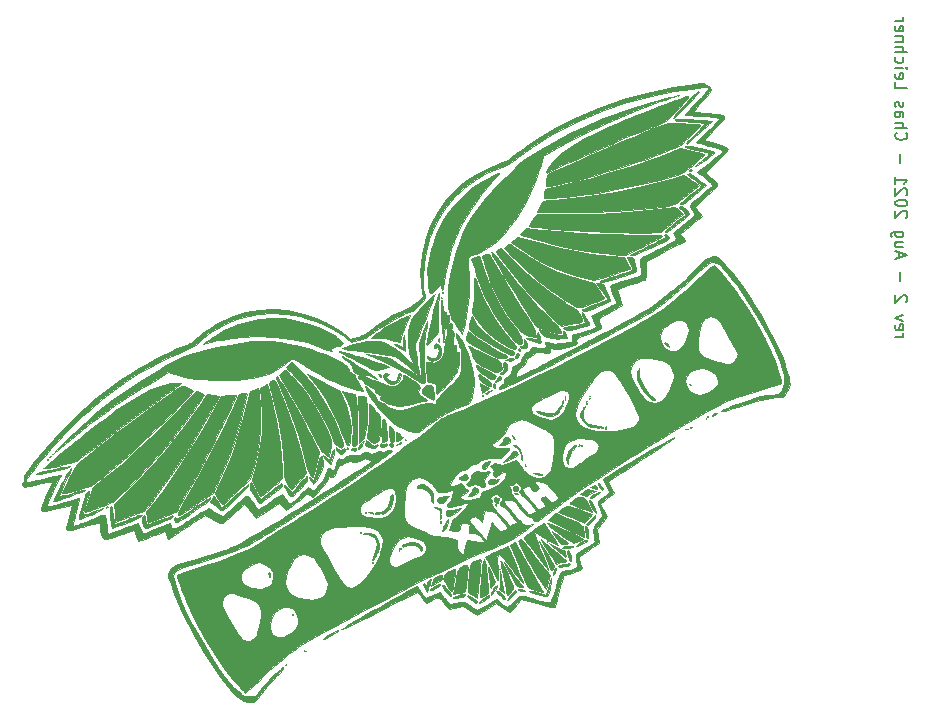
<source format=gbr>
G04 #@! TF.GenerationSoftware,KiCad,Pcbnew,5.1.5+dfsg1-2build2*
G04 #@! TF.CreationDate,2021-08-10T13:41:00-07:00*
G04 #@! TF.ProjectId,Telemetry Board Shrink,54656c65-6d65-4747-9279-20426f617264,rev?*
G04 #@! TF.SameCoordinates,Original*
G04 #@! TF.FileFunction,Legend,Bot*
G04 #@! TF.FilePolarity,Positive*
%FSLAX46Y46*%
G04 Gerber Fmt 4.6, Leading zero omitted, Abs format (unit mm)*
G04 Created by KiCad (PCBNEW 5.1.5+dfsg1-2build2) date 2021-08-10 13:41:00*
%MOMM*%
%LPD*%
G04 APERTURE LIST*
%ADD10C,0.150000*%
%ADD11C,0.010000*%
G04 APERTURE END LIST*
D10*
X211002619Y-96256380D02*
X211669285Y-96256380D01*
X211478809Y-96256380D02*
X211574047Y-96208761D01*
X211621666Y-96161142D01*
X211669285Y-96065904D01*
X211669285Y-95970666D01*
X211050238Y-95256380D02*
X211002619Y-95351619D01*
X211002619Y-95542095D01*
X211050238Y-95637333D01*
X211145476Y-95684952D01*
X211526428Y-95684952D01*
X211621666Y-95637333D01*
X211669285Y-95542095D01*
X211669285Y-95351619D01*
X211621666Y-95256380D01*
X211526428Y-95208761D01*
X211431190Y-95208761D01*
X211335952Y-95684952D01*
X211669285Y-94875428D02*
X211002619Y-94637333D01*
X211669285Y-94399238D01*
X211907380Y-93304000D02*
X211955000Y-93256380D01*
X212002619Y-93161142D01*
X212002619Y-92923047D01*
X211955000Y-92827809D01*
X211907380Y-92780190D01*
X211812142Y-92732571D01*
X211716904Y-92732571D01*
X211574047Y-92780190D01*
X211002619Y-93351619D01*
X211002619Y-92732571D01*
X211383571Y-91542095D02*
X211383571Y-90780190D01*
X211288333Y-89589714D02*
X211288333Y-89113523D01*
X211002619Y-89684952D02*
X212002619Y-89351619D01*
X211002619Y-89018285D01*
X211669285Y-88256380D02*
X211002619Y-88256380D01*
X211669285Y-88684952D02*
X211145476Y-88684952D01*
X211050238Y-88637333D01*
X211002619Y-88542095D01*
X211002619Y-88399238D01*
X211050238Y-88304000D01*
X211097857Y-88256380D01*
X211669285Y-87351619D02*
X210859761Y-87351619D01*
X210764523Y-87399238D01*
X210716904Y-87446857D01*
X210669285Y-87542095D01*
X210669285Y-87684952D01*
X210716904Y-87780190D01*
X211050238Y-87351619D02*
X211002619Y-87446857D01*
X211002619Y-87637333D01*
X211050238Y-87732571D01*
X211097857Y-87780190D01*
X211193095Y-87827809D01*
X211478809Y-87827809D01*
X211574047Y-87780190D01*
X211621666Y-87732571D01*
X211669285Y-87637333D01*
X211669285Y-87446857D01*
X211621666Y-87351619D01*
X211907380Y-86161142D02*
X211955000Y-86113523D01*
X212002619Y-86018285D01*
X212002619Y-85780190D01*
X211955000Y-85684952D01*
X211907380Y-85637333D01*
X211812142Y-85589714D01*
X211716904Y-85589714D01*
X211574047Y-85637333D01*
X211002619Y-86208761D01*
X211002619Y-85589714D01*
X212002619Y-84970666D02*
X212002619Y-84875428D01*
X211955000Y-84780190D01*
X211907380Y-84732571D01*
X211812142Y-84684952D01*
X211621666Y-84637333D01*
X211383571Y-84637333D01*
X211193095Y-84684952D01*
X211097857Y-84732571D01*
X211050238Y-84780190D01*
X211002619Y-84875428D01*
X211002619Y-84970666D01*
X211050238Y-85065904D01*
X211097857Y-85113523D01*
X211193095Y-85161142D01*
X211383571Y-85208761D01*
X211621666Y-85208761D01*
X211812142Y-85161142D01*
X211907380Y-85113523D01*
X211955000Y-85065904D01*
X212002619Y-84970666D01*
X211907380Y-84256380D02*
X211955000Y-84208761D01*
X212002619Y-84113523D01*
X212002619Y-83875428D01*
X211955000Y-83780190D01*
X211907380Y-83732571D01*
X211812142Y-83684952D01*
X211716904Y-83684952D01*
X211574047Y-83732571D01*
X211002619Y-84304000D01*
X211002619Y-83684952D01*
X211002619Y-82732571D02*
X211002619Y-83304000D01*
X211002619Y-83018285D02*
X212002619Y-83018285D01*
X211859761Y-83113523D01*
X211764523Y-83208761D01*
X211716904Y-83304000D01*
X211383571Y-81542095D02*
X211383571Y-80780190D01*
X211097857Y-78970666D02*
X211050238Y-79018285D01*
X211002619Y-79161142D01*
X211002619Y-79256380D01*
X211050238Y-79399238D01*
X211145476Y-79494476D01*
X211240714Y-79542095D01*
X211431190Y-79589714D01*
X211574047Y-79589714D01*
X211764523Y-79542095D01*
X211859761Y-79494476D01*
X211955000Y-79399238D01*
X212002619Y-79256380D01*
X212002619Y-79161142D01*
X211955000Y-79018285D01*
X211907380Y-78970666D01*
X211002619Y-78542095D02*
X212002619Y-78542095D01*
X211002619Y-78113523D02*
X211526428Y-78113523D01*
X211621666Y-78161142D01*
X211669285Y-78256380D01*
X211669285Y-78399238D01*
X211621666Y-78494476D01*
X211574047Y-78542095D01*
X211002619Y-77208761D02*
X211526428Y-77208761D01*
X211621666Y-77256380D01*
X211669285Y-77351619D01*
X211669285Y-77542095D01*
X211621666Y-77637333D01*
X211050238Y-77208761D02*
X211002619Y-77304000D01*
X211002619Y-77542095D01*
X211050238Y-77637333D01*
X211145476Y-77684952D01*
X211240714Y-77684952D01*
X211335952Y-77637333D01*
X211383571Y-77542095D01*
X211383571Y-77304000D01*
X211431190Y-77208761D01*
X211050238Y-76780190D02*
X211002619Y-76684952D01*
X211002619Y-76494476D01*
X211050238Y-76399238D01*
X211145476Y-76351619D01*
X211193095Y-76351619D01*
X211288333Y-76399238D01*
X211335952Y-76494476D01*
X211335952Y-76637333D01*
X211383571Y-76732571D01*
X211478809Y-76780190D01*
X211526428Y-76780190D01*
X211621666Y-76732571D01*
X211669285Y-76637333D01*
X211669285Y-76494476D01*
X211621666Y-76399238D01*
X211002619Y-74684952D02*
X211002619Y-75161142D01*
X212002619Y-75161142D01*
X211050238Y-73970666D02*
X211002619Y-74065904D01*
X211002619Y-74256380D01*
X211050238Y-74351619D01*
X211145476Y-74399238D01*
X211526428Y-74399238D01*
X211621666Y-74351619D01*
X211669285Y-74256380D01*
X211669285Y-74065904D01*
X211621666Y-73970666D01*
X211526428Y-73923047D01*
X211431190Y-73923047D01*
X211335952Y-74399238D01*
X211002619Y-73494476D02*
X211669285Y-73494476D01*
X212002619Y-73494476D02*
X211955000Y-73542095D01*
X211907380Y-73494476D01*
X211955000Y-73446857D01*
X212002619Y-73494476D01*
X211907380Y-73494476D01*
X211050238Y-72589714D02*
X211002619Y-72684952D01*
X211002619Y-72875428D01*
X211050238Y-72970666D01*
X211097857Y-73018285D01*
X211193095Y-73065904D01*
X211478809Y-73065904D01*
X211574047Y-73018285D01*
X211621666Y-72970666D01*
X211669285Y-72875428D01*
X211669285Y-72684952D01*
X211621666Y-72589714D01*
X211002619Y-72161142D02*
X212002619Y-72161142D01*
X211002619Y-71732571D02*
X211526428Y-71732571D01*
X211621666Y-71780190D01*
X211669285Y-71875428D01*
X211669285Y-72018285D01*
X211621666Y-72113523D01*
X211574047Y-72161142D01*
X211669285Y-71256380D02*
X211002619Y-71256380D01*
X211574047Y-71256380D02*
X211621666Y-71208761D01*
X211669285Y-71113523D01*
X211669285Y-70970666D01*
X211621666Y-70875428D01*
X211526428Y-70827809D01*
X211002619Y-70827809D01*
X211050238Y-69970666D02*
X211002619Y-70065904D01*
X211002619Y-70256380D01*
X211050238Y-70351619D01*
X211145476Y-70399238D01*
X211526428Y-70399238D01*
X211621666Y-70351619D01*
X211669285Y-70256380D01*
X211669285Y-70065904D01*
X211621666Y-69970666D01*
X211526428Y-69923047D01*
X211431190Y-69923047D01*
X211335952Y-70399238D01*
X211002619Y-69494476D02*
X211669285Y-69494476D01*
X211478809Y-69494476D02*
X211574047Y-69446857D01*
X211621666Y-69399238D01*
X211669285Y-69304000D01*
X211669285Y-69208761D01*
D11*
G36*
X166086967Y-111151729D02*
G01*
X166144795Y-111167224D01*
X166160290Y-111109396D01*
X166102461Y-111093901D01*
X166086967Y-111151729D01*
G37*
X166086967Y-111151729D02*
X166144795Y-111167224D01*
X166160290Y-111109396D01*
X166102461Y-111093901D01*
X166086967Y-111151729D01*
G36*
X166373358Y-111086633D02*
G01*
X166444991Y-111116111D01*
X166617829Y-111168316D01*
X166665316Y-111140239D01*
X166659091Y-111126677D01*
X166573646Y-111094401D01*
X166456691Y-111072445D01*
X166333228Y-111059175D01*
X166373358Y-111086633D01*
G37*
X166373358Y-111086633D02*
X166444991Y-111116111D01*
X166617829Y-111168316D01*
X166665316Y-111140239D01*
X166659091Y-111126677D01*
X166573646Y-111094401D01*
X166456691Y-111072445D01*
X166333228Y-111059175D01*
X166373358Y-111086633D01*
G36*
X166738574Y-111264347D02*
G01*
X166796402Y-111279841D01*
X166811897Y-111222014D01*
X166754069Y-111206519D01*
X166738574Y-111264347D01*
G37*
X166738574Y-111264347D02*
X166796402Y-111279841D01*
X166811897Y-111222014D01*
X166754069Y-111206519D01*
X166738574Y-111264347D01*
G36*
X168310885Y-109630538D02*
G01*
X168251146Y-109836224D01*
X168217963Y-109981979D01*
X168139554Y-110287648D01*
X168052658Y-110546992D01*
X167992883Y-110674076D01*
X167750981Y-110914846D01*
X167414035Y-111077624D01*
X167145354Y-111126104D01*
X166964028Y-111140882D01*
X166922079Y-111172472D01*
X166973126Y-111224978D01*
X167085505Y-111260262D01*
X167121476Y-111232476D01*
X167190967Y-111211626D01*
X167211025Y-111235989D01*
X167282512Y-111261338D01*
X167301487Y-111237803D01*
X167386717Y-111198599D01*
X167408273Y-111211094D01*
X167547820Y-111230500D01*
X167754247Y-111159503D01*
X167973391Y-111026118D01*
X168151094Y-110858366D01*
X168186330Y-110808600D01*
X168189775Y-110801259D01*
X167829616Y-111009197D01*
X167844718Y-111058600D01*
X167808956Y-111086302D01*
X167733114Y-111094319D01*
X167731851Y-111065642D01*
X167813803Y-111006626D01*
X167829616Y-111009197D01*
X168189775Y-110801259D01*
X168310726Y-110543541D01*
X168402185Y-110228067D01*
X168449392Y-109921168D01*
X168441032Y-109681835D01*
X168415936Y-109611568D01*
X168362160Y-109562493D01*
X168310885Y-109630538D01*
G37*
X168310885Y-109630538D02*
X168251146Y-109836224D01*
X168217963Y-109981979D01*
X168139554Y-110287648D01*
X168052658Y-110546992D01*
X167992883Y-110674076D01*
X167750981Y-110914846D01*
X167414035Y-111077624D01*
X167145354Y-111126104D01*
X166964028Y-111140882D01*
X166922079Y-111172472D01*
X166973126Y-111224978D01*
X167085505Y-111260262D01*
X167121476Y-111232476D01*
X167190967Y-111211626D01*
X167211025Y-111235989D01*
X167282512Y-111261338D01*
X167301487Y-111237803D01*
X167386717Y-111198599D01*
X167408273Y-111211094D01*
X167547820Y-111230500D01*
X167754247Y-111159503D01*
X167973391Y-111026118D01*
X168151094Y-110858366D01*
X168186330Y-110808600D01*
X168189775Y-110801259D01*
X167829616Y-111009197D01*
X167844718Y-111058600D01*
X167808956Y-111086302D01*
X167733114Y-111094319D01*
X167731851Y-111065642D01*
X167813803Y-111006626D01*
X167829616Y-111009197D01*
X168189775Y-110801259D01*
X168310726Y-110543541D01*
X168402185Y-110228067D01*
X168449392Y-109921168D01*
X168441032Y-109681835D01*
X168415936Y-109611568D01*
X168362160Y-109562493D01*
X168310885Y-109630538D01*
G36*
X183005071Y-101325716D02*
G01*
X182989393Y-101446437D01*
X182997846Y-101602682D01*
X183029925Y-101594563D01*
X183067472Y-101443431D01*
X183069337Y-101302543D01*
X183045926Y-101264788D01*
X183005071Y-101325716D01*
G37*
X183005071Y-101325716D02*
X182989393Y-101446437D01*
X182997846Y-101602682D01*
X183029925Y-101594563D01*
X183067472Y-101443431D01*
X183069337Y-101302543D01*
X183045926Y-101264788D01*
X183005071Y-101325716D01*
G36*
X182842979Y-101654969D02*
G01*
X182813499Y-101726601D01*
X182761296Y-101899440D01*
X182789372Y-101946926D01*
X182802934Y-101940702D01*
X182835211Y-101855256D01*
X182857167Y-101738302D01*
X182870437Y-101614839D01*
X182842979Y-101654969D01*
G37*
X182842979Y-101654969D02*
X182813499Y-101726601D01*
X182761296Y-101899440D01*
X182789372Y-101946926D01*
X182802934Y-101940702D01*
X182835211Y-101855256D01*
X182857167Y-101738302D01*
X182870437Y-101614839D01*
X182842979Y-101654969D01*
G36*
X180585989Y-102566908D02*
G01*
X180715531Y-102672935D01*
X181000185Y-102810892D01*
X181035881Y-102825261D01*
X181532986Y-102960232D01*
X181960008Y-102942256D01*
X182320288Y-102770969D01*
X182431812Y-102674166D01*
X182504512Y-102548890D01*
X182499040Y-102494275D01*
X182521894Y-102429384D01*
X182556799Y-102424984D01*
X182619497Y-102377791D01*
X182608957Y-102345989D01*
X182626015Y-102272386D01*
X182661113Y-102266993D01*
X182723810Y-102219800D01*
X182713270Y-102187999D01*
X182733693Y-102116959D01*
X182780798Y-102109464D01*
X182835978Y-102089120D01*
X182794786Y-102058634D01*
X182691306Y-102063260D01*
X182567239Y-102202844D01*
X182545092Y-102236572D01*
X182404885Y-102421083D01*
X182278315Y-102536885D01*
X182219839Y-102617052D01*
X182248434Y-102652373D01*
X182265568Y-102692655D01*
X182153958Y-102712939D01*
X181952788Y-102715033D01*
X181701236Y-102700740D01*
X181438483Y-102671867D01*
X181203711Y-102630220D01*
X181090053Y-102599000D01*
X180777048Y-102514078D01*
X180607761Y-102508668D01*
X180585989Y-102566908D01*
G37*
X180585989Y-102566908D02*
X180715531Y-102672935D01*
X181000185Y-102810892D01*
X181035881Y-102825261D01*
X181532986Y-102960232D01*
X181960008Y-102942256D01*
X182320288Y-102770969D01*
X182431812Y-102674166D01*
X182504512Y-102548890D01*
X182499040Y-102494275D01*
X182521894Y-102429384D01*
X182556799Y-102424984D01*
X182619497Y-102377791D01*
X182608957Y-102345989D01*
X182626015Y-102272386D01*
X182661113Y-102266993D01*
X182723810Y-102219800D01*
X182713270Y-102187999D01*
X182733693Y-102116959D01*
X182780798Y-102109464D01*
X182835978Y-102089120D01*
X182794786Y-102058634D01*
X182691306Y-102063260D01*
X182567239Y-102202844D01*
X182545092Y-102236572D01*
X182404885Y-102421083D01*
X182278315Y-102536885D01*
X182219839Y-102617052D01*
X182248434Y-102652373D01*
X182265568Y-102692655D01*
X182153958Y-102712939D01*
X181952788Y-102715033D01*
X181701236Y-102700740D01*
X181438483Y-102671867D01*
X181203711Y-102630220D01*
X181090053Y-102599000D01*
X180777048Y-102514078D01*
X180607761Y-102508668D01*
X180585989Y-102566908D01*
G36*
X157917996Y-116289266D02*
G01*
X157951493Y-116482321D01*
X158004704Y-116580862D01*
X158060586Y-116565003D01*
X158077173Y-116430417D01*
X158043675Y-116237362D01*
X157990465Y-116138822D01*
X157934582Y-116154681D01*
X157917996Y-116289266D01*
G37*
X157917996Y-116289266D02*
X157951493Y-116482321D01*
X158004704Y-116580862D01*
X158060586Y-116565003D01*
X158077173Y-116430417D01*
X158043675Y-116237362D01*
X157990465Y-116138822D01*
X157934582Y-116154681D01*
X157917996Y-116289266D01*
G36*
X191451949Y-96820151D02*
G01*
X191541157Y-96936823D01*
X191724498Y-97040002D01*
X191860539Y-97086039D01*
X191856638Y-97047900D01*
X191775164Y-96956112D01*
X191651194Y-96814752D01*
X191595477Y-96742119D01*
X191507167Y-96721755D01*
X191489402Y-96730038D01*
X191451949Y-96820151D01*
G37*
X191451949Y-96820151D02*
X191541157Y-96936823D01*
X191724498Y-97040002D01*
X191860539Y-97086039D01*
X191856638Y-97047900D01*
X191775164Y-96956112D01*
X191651194Y-96814752D01*
X191595477Y-96742119D01*
X191507167Y-96721755D01*
X191489402Y-96730038D01*
X191451949Y-96820151D01*
G36*
X189254052Y-98944045D02*
G01*
X189268533Y-98979379D01*
X189261714Y-99059750D01*
X189228899Y-99066506D01*
X189143301Y-99137213D01*
X189102474Y-99324130D01*
X189107824Y-99579780D01*
X189160757Y-99856688D01*
X189201876Y-99979160D01*
X189359216Y-100302185D01*
X189577380Y-100650448D01*
X189827544Y-100987550D01*
X190080888Y-101277090D01*
X190308588Y-101482667D01*
X190456054Y-101563085D01*
X190611312Y-101585836D01*
X190655798Y-101552024D01*
X190653677Y-101547853D01*
X190560295Y-101447313D01*
X190388574Y-101301166D01*
X190345635Y-101267833D01*
X190178611Y-101097183D01*
X189969973Y-100824053D01*
X189748757Y-100494362D01*
X189543999Y-100154031D01*
X189384737Y-99848981D01*
X189300006Y-99625133D01*
X189296766Y-99609073D01*
X189291189Y-99393945D01*
X189318620Y-99181342D01*
X189333490Y-98999841D01*
X189295373Y-98910634D01*
X189294206Y-98910290D01*
X189254052Y-98944045D01*
G37*
X189254052Y-98944045D02*
X189268533Y-98979379D01*
X189261714Y-99059750D01*
X189228899Y-99066506D01*
X189143301Y-99137213D01*
X189102474Y-99324130D01*
X189107824Y-99579780D01*
X189160757Y-99856688D01*
X189201876Y-99979160D01*
X189359216Y-100302185D01*
X189577380Y-100650448D01*
X189827544Y-100987550D01*
X190080888Y-101277090D01*
X190308588Y-101482667D01*
X190456054Y-101563085D01*
X190611312Y-101585836D01*
X190655798Y-101552024D01*
X190653677Y-101547853D01*
X190560295Y-101447313D01*
X190388574Y-101301166D01*
X190345635Y-101267833D01*
X190178611Y-101097183D01*
X189969973Y-100824053D01*
X189748757Y-100494362D01*
X189543999Y-100154031D01*
X189384737Y-99848981D01*
X189300006Y-99625133D01*
X189296766Y-99609073D01*
X189291189Y-99393945D01*
X189318620Y-99181342D01*
X189333490Y-98999841D01*
X189295373Y-98910634D01*
X189294206Y-98910290D01*
X189254052Y-98944045D01*
G36*
X177794972Y-104928266D02*
G01*
X177738115Y-105051846D01*
X177604323Y-105217655D01*
X177595137Y-105227134D01*
X177398236Y-105428091D01*
X177739557Y-105389713D01*
X178110271Y-105312631D01*
X178336563Y-105184234D01*
X178409208Y-105010424D01*
X178403285Y-104964972D01*
X178306825Y-104795345D01*
X178214420Y-104731838D01*
X178025901Y-104723279D01*
X177861189Y-104804141D01*
X177794972Y-104928266D01*
G37*
X177794972Y-104928266D02*
X177738115Y-105051846D01*
X177604323Y-105217655D01*
X177595137Y-105227134D01*
X177398236Y-105428091D01*
X177739557Y-105389713D01*
X178110271Y-105312631D01*
X178336563Y-105184234D01*
X178409208Y-105010424D01*
X178403285Y-104964972D01*
X178306825Y-104795345D01*
X178214420Y-104731838D01*
X178025901Y-104723279D01*
X177861189Y-104804141D01*
X177794972Y-104928266D01*
G36*
X178544825Y-104570210D02*
G01*
X178656053Y-104790877D01*
X178735325Y-104900166D01*
X178773519Y-104924444D01*
X178731836Y-104825680D01*
X178671851Y-104716842D01*
X178574570Y-104561557D01*
X178534812Y-104526466D01*
X178544825Y-104570210D01*
G37*
X178544825Y-104570210D02*
X178656053Y-104790877D01*
X178735325Y-104900166D01*
X178773519Y-104924444D01*
X178731836Y-104825680D01*
X178671851Y-104716842D01*
X178574570Y-104561557D01*
X178534812Y-104526466D01*
X178544825Y-104570210D01*
G36*
X174081909Y-108160603D02*
G01*
X174013794Y-108247717D01*
X174094479Y-108304361D01*
X174265535Y-108341759D01*
X174534225Y-108346237D01*
X174713285Y-108267893D01*
X174773398Y-108127041D01*
X174736912Y-108015209D01*
X174657930Y-107909988D01*
X174559765Y-107895206D01*
X174390524Y-107971718D01*
X174301124Y-108022400D01*
X174081909Y-108160603D01*
G37*
X174081909Y-108160603D02*
X174013794Y-108247717D01*
X174094479Y-108304361D01*
X174265535Y-108341759D01*
X174534225Y-108346237D01*
X174713285Y-108267893D01*
X174773398Y-108127041D01*
X174736912Y-108015209D01*
X174657930Y-107909988D01*
X174559765Y-107895206D01*
X174390524Y-107971718D01*
X174301124Y-108022400D01*
X174081909Y-108160603D01*
G36*
X175970180Y-107153873D02*
G01*
X176013092Y-107322074D01*
X176027729Y-107341844D01*
X176178542Y-107447187D01*
X176332909Y-107383278D01*
X176490865Y-107150096D01*
X176524641Y-107079298D01*
X176667236Y-106765263D01*
X176378293Y-106866873D01*
X176091043Y-107003321D01*
X175970180Y-107153873D01*
G37*
X175970180Y-107153873D02*
X176013092Y-107322074D01*
X176027729Y-107341844D01*
X176178542Y-107447187D01*
X176332909Y-107383278D01*
X176490865Y-107150096D01*
X176524641Y-107079298D01*
X176667236Y-106765263D01*
X176378293Y-106866873D01*
X176091043Y-107003321D01*
X175970180Y-107153873D01*
G36*
X178611820Y-105963559D02*
G01*
X178439823Y-106135791D01*
X178329714Y-106271875D01*
X178142888Y-106500812D01*
X177967158Y-106681547D01*
X177893312Y-106740311D01*
X177782886Y-106815017D01*
X177813066Y-106825410D01*
X177945019Y-106798478D01*
X178141116Y-106731956D01*
X178393127Y-106616091D01*
X178652224Y-106477577D01*
X178869581Y-106343112D01*
X178996369Y-106239392D01*
X179010100Y-106216142D01*
X178983413Y-106056417D01*
X178865683Y-105923093D01*
X178736750Y-105887158D01*
X178611820Y-105963559D01*
G37*
X178611820Y-105963559D02*
X178439823Y-106135791D01*
X178329714Y-106271875D01*
X178142888Y-106500812D01*
X177967158Y-106681547D01*
X177893312Y-106740311D01*
X177782886Y-106815017D01*
X177813066Y-106825410D01*
X177945019Y-106798478D01*
X178141116Y-106731956D01*
X178393127Y-106616091D01*
X178652224Y-106477577D01*
X178869581Y-106343112D01*
X178996369Y-106239392D01*
X179010100Y-106216142D01*
X178983413Y-106056417D01*
X178865683Y-105923093D01*
X178736750Y-105887158D01*
X178611820Y-105963559D01*
G36*
X178662814Y-105430408D02*
G01*
X178714603Y-105517568D01*
X178839243Y-105580503D01*
X179056932Y-105729110D01*
X179221461Y-105983803D01*
X179296169Y-106282140D01*
X179296360Y-106359090D01*
X179315654Y-106571618D01*
X179373039Y-106703568D01*
X179416336Y-106691948D01*
X179423910Y-106545635D01*
X179410977Y-106416591D01*
X179343531Y-106112121D01*
X179240277Y-105830952D01*
X179208228Y-105769088D01*
X179067417Y-105585785D01*
X178901573Y-105448405D01*
X178753761Y-105383688D01*
X178667047Y-105418377D01*
X178662814Y-105430408D01*
G37*
X178662814Y-105430408D02*
X178714603Y-105517568D01*
X178839243Y-105580503D01*
X179056932Y-105729110D01*
X179221461Y-105983803D01*
X179296169Y-106282140D01*
X179296360Y-106359090D01*
X179315654Y-106571618D01*
X179373039Y-106703568D01*
X179416336Y-106691948D01*
X179423910Y-106545635D01*
X179410977Y-106416591D01*
X179343531Y-106112121D01*
X179240277Y-105830952D01*
X179208228Y-105769088D01*
X179067417Y-105585785D01*
X178901573Y-105448405D01*
X178753761Y-105383688D01*
X178667047Y-105418377D01*
X178662814Y-105430408D01*
G36*
X175088046Y-108014204D02*
G01*
X175028935Y-108199213D01*
X174945295Y-108436488D01*
X174840779Y-108562346D01*
X174816254Y-108570687D01*
X174698691Y-108641930D01*
X174681863Y-108691014D01*
X174746891Y-108807252D01*
X174910915Y-108853346D01*
X175114080Y-108817805D01*
X175179027Y-108786483D01*
X175445507Y-108721480D01*
X175714627Y-108800571D01*
X175865697Y-108927739D01*
X176029795Y-109006663D01*
X176154769Y-108987613D01*
X176272873Y-108904413D01*
X176248647Y-108772808D01*
X176228931Y-108736795D01*
X176165493Y-108554079D01*
X176207208Y-108365738D01*
X176367032Y-108131090D01*
X176454180Y-108029469D01*
X176605324Y-107823088D01*
X176656851Y-107674461D01*
X176609018Y-107609666D01*
X176462087Y-107654784D01*
X176450526Y-107661324D01*
X176235423Y-107712661D01*
X175951439Y-107688563D01*
X175911608Y-107679175D01*
X175547791Y-107647102D01*
X175272843Y-107759030D01*
X175088046Y-108014204D01*
G37*
X175088046Y-108014204D02*
X175028935Y-108199213D01*
X174945295Y-108436488D01*
X174840779Y-108562346D01*
X174816254Y-108570687D01*
X174698691Y-108641930D01*
X174681863Y-108691014D01*
X174746891Y-108807252D01*
X174910915Y-108853346D01*
X175114080Y-108817805D01*
X175179027Y-108786483D01*
X175445507Y-108721480D01*
X175714627Y-108800571D01*
X175865697Y-108927739D01*
X176029795Y-109006663D01*
X176154769Y-108987613D01*
X176272873Y-108904413D01*
X176248647Y-108772808D01*
X176228931Y-108736795D01*
X176165493Y-108554079D01*
X176207208Y-108365738D01*
X176367032Y-108131090D01*
X176454180Y-108029469D01*
X176605324Y-107823088D01*
X176656851Y-107674461D01*
X176609018Y-107609666D01*
X176462087Y-107654784D01*
X176450526Y-107661324D01*
X176235423Y-107712661D01*
X175951439Y-107688563D01*
X175911608Y-107679175D01*
X175547791Y-107647102D01*
X175272843Y-107759030D01*
X175088046Y-108014204D01*
G36*
X175244638Y-109096591D02*
G01*
X175132132Y-109279379D01*
X175124663Y-109297336D01*
X175006178Y-109511641D01*
X174868835Y-109657711D01*
X174866377Y-109659284D01*
X174789455Y-109720845D01*
X174847200Y-109738393D01*
X174992849Y-109728503D01*
X175325973Y-109653907D01*
X175570161Y-109514109D01*
X175686418Y-109331748D01*
X175687657Y-109325069D01*
X175649269Y-109133021D01*
X175496934Y-109018380D01*
X175365048Y-109009685D01*
X175244638Y-109096591D01*
G37*
X175244638Y-109096591D02*
X175132132Y-109279379D01*
X175124663Y-109297336D01*
X175006178Y-109511641D01*
X174868835Y-109657711D01*
X174866377Y-109659284D01*
X174789455Y-109720845D01*
X174847200Y-109738393D01*
X174992849Y-109728503D01*
X175325973Y-109653907D01*
X175570161Y-109514109D01*
X175686418Y-109331748D01*
X175687657Y-109325069D01*
X175649269Y-109133021D01*
X175496934Y-109018380D01*
X175365048Y-109009685D01*
X175244638Y-109096591D01*
G36*
X176473624Y-108514452D02*
G01*
X176469343Y-108593361D01*
X176557797Y-108716818D01*
X176737889Y-108753323D01*
X176962744Y-108713337D01*
X177185491Y-108607321D01*
X177359259Y-108445734D01*
X177395500Y-108386683D01*
X177429897Y-108291088D01*
X177351313Y-108316241D01*
X177334766Y-108325480D01*
X177160452Y-108355087D01*
X176994854Y-108324702D01*
X176771731Y-108303478D01*
X176579509Y-108376175D01*
X176473624Y-108514452D01*
G37*
X176473624Y-108514452D02*
X176469343Y-108593361D01*
X176557797Y-108716818D01*
X176737889Y-108753323D01*
X176962744Y-108713337D01*
X177185491Y-108607321D01*
X177359259Y-108445734D01*
X177395500Y-108386683D01*
X177429897Y-108291088D01*
X177351313Y-108316241D01*
X177334766Y-108325480D01*
X177160452Y-108355087D01*
X176994854Y-108324702D01*
X176771731Y-108303478D01*
X176579509Y-108376175D01*
X176473624Y-108514452D01*
G36*
X179610502Y-107089520D02*
G01*
X179667923Y-107209163D01*
X179697430Y-107226715D01*
X179718131Y-107185606D01*
X179680378Y-107108244D01*
X179617300Y-107040344D01*
X179610502Y-107089520D01*
G37*
X179610502Y-107089520D02*
X179667923Y-107209163D01*
X179697430Y-107226715D01*
X179718131Y-107185606D01*
X179680378Y-107108244D01*
X179617300Y-107040344D01*
X179610502Y-107089520D01*
G36*
X180366838Y-107828140D02*
G01*
X180547704Y-107879948D01*
X180807652Y-107929403D01*
X181004250Y-107941897D01*
X181065150Y-107929523D01*
X181052055Y-107883916D01*
X180908309Y-107834218D01*
X180831506Y-107818689D01*
X180544454Y-107777589D01*
X180359897Y-107767931D01*
X180294978Y-107786015D01*
X180366838Y-107828140D01*
G37*
X180366838Y-107828140D02*
X180547704Y-107879948D01*
X180807652Y-107929403D01*
X181004250Y-107941897D01*
X181065150Y-107929523D01*
X181052055Y-107883916D01*
X180908309Y-107834218D01*
X180831506Y-107818689D01*
X180544454Y-107777589D01*
X180359897Y-107767931D01*
X180294978Y-107786015D01*
X180366838Y-107828140D01*
G36*
X165695438Y-112844249D02*
G01*
X165753266Y-112859743D01*
X165768761Y-112801915D01*
X165710933Y-112786419D01*
X165695438Y-112844249D01*
G37*
X165695438Y-112844249D02*
X165753266Y-112859743D01*
X165768761Y-112801915D01*
X165710933Y-112786419D01*
X165695438Y-112844249D01*
G36*
X165900081Y-112936420D02*
G01*
X165924782Y-112971335D01*
X166015484Y-112978077D01*
X166025347Y-112962340D01*
X166106297Y-112945084D01*
X166285374Y-112980686D01*
X166506778Y-113051426D01*
X166714712Y-113139587D01*
X166849856Y-113224161D01*
X167034764Y-113481544D01*
X167099873Y-113815370D01*
X167044705Y-114238119D01*
X166868779Y-114762272D01*
X166783081Y-114961994D01*
X166718408Y-115136245D01*
X166743041Y-115182271D01*
X166786551Y-115163527D01*
X166886842Y-115040278D01*
X166894304Y-114971524D01*
X166926890Y-114866871D01*
X166965222Y-114855306D01*
X167031210Y-114790564D01*
X167032874Y-114718482D01*
X167033901Y-114711132D01*
X166985085Y-114739316D01*
X166969589Y-114797144D01*
X166911761Y-114781649D01*
X166927256Y-114723820D01*
X166985085Y-114739316D01*
X167033901Y-114711132D01*
X167049420Y-114600189D01*
X167084059Y-114581166D01*
X167146262Y-114508353D01*
X167175535Y-114433829D01*
X167120389Y-114465668D01*
X167104893Y-114523498D01*
X167047065Y-114508002D01*
X167062560Y-114450174D01*
X167120389Y-114465668D01*
X167175535Y-114433829D01*
X167219672Y-114321467D01*
X167251777Y-114207605D01*
X167292857Y-113878714D01*
X167225673Y-113560162D01*
X167179200Y-113443075D01*
X167059074Y-113197218D01*
X166932918Y-113054800D01*
X166743680Y-112957797D01*
X166677740Y-112933086D01*
X166481986Y-112878958D01*
X166420369Y-112914532D01*
X166404874Y-112972360D01*
X166347045Y-112956866D01*
X166362541Y-112899037D01*
X166420369Y-112914532D01*
X166481986Y-112878958D01*
X166463571Y-112873866D01*
X166324966Y-112869808D01*
X166304441Y-112884046D01*
X166220210Y-112907891D01*
X166187558Y-112887008D01*
X166050470Y-112854128D01*
X165974252Y-112871487D01*
X165900081Y-112936420D01*
G37*
X165900081Y-112936420D02*
X165924782Y-112971335D01*
X166015484Y-112978077D01*
X166025347Y-112962340D01*
X166106297Y-112945084D01*
X166285374Y-112980686D01*
X166506778Y-113051426D01*
X166714712Y-113139587D01*
X166849856Y-113224161D01*
X167034764Y-113481544D01*
X167099873Y-113815370D01*
X167044705Y-114238119D01*
X166868779Y-114762272D01*
X166783081Y-114961994D01*
X166718408Y-115136245D01*
X166743041Y-115182271D01*
X166786551Y-115163527D01*
X166886842Y-115040278D01*
X166894304Y-114971524D01*
X166926890Y-114866871D01*
X166965222Y-114855306D01*
X167031210Y-114790564D01*
X167032874Y-114718482D01*
X167033901Y-114711132D01*
X166985085Y-114739316D01*
X166969589Y-114797144D01*
X166911761Y-114781649D01*
X166927256Y-114723820D01*
X166985085Y-114739316D01*
X167033901Y-114711132D01*
X167049420Y-114600189D01*
X167084059Y-114581166D01*
X167146262Y-114508353D01*
X167175535Y-114433829D01*
X167120389Y-114465668D01*
X167104893Y-114523498D01*
X167047065Y-114508002D01*
X167062560Y-114450174D01*
X167120389Y-114465668D01*
X167175535Y-114433829D01*
X167219672Y-114321467D01*
X167251777Y-114207605D01*
X167292857Y-113878714D01*
X167225673Y-113560162D01*
X167179200Y-113443075D01*
X167059074Y-113197218D01*
X166932918Y-113054800D01*
X166743680Y-112957797D01*
X166677740Y-112933086D01*
X166481986Y-112878958D01*
X166420369Y-112914532D01*
X166404874Y-112972360D01*
X166347045Y-112956866D01*
X166362541Y-112899037D01*
X166420369Y-112914532D01*
X166481986Y-112878958D01*
X166463571Y-112873866D01*
X166324966Y-112869808D01*
X166304441Y-112884046D01*
X166220210Y-112907891D01*
X166187558Y-112887008D01*
X166050470Y-112854128D01*
X165974252Y-112871487D01*
X165900081Y-112936420D01*
G36*
X166683487Y-115402266D02*
G01*
X166741315Y-115417761D01*
X166756811Y-115359933D01*
X166698982Y-115344438D01*
X166683487Y-115402266D01*
G37*
X166683487Y-115402266D02*
X166741315Y-115417761D01*
X166756811Y-115359933D01*
X166698982Y-115344438D01*
X166683487Y-115402266D01*
G36*
X185030151Y-101290287D02*
G01*
X185087979Y-101305782D01*
X185103474Y-101247954D01*
X185045646Y-101232459D01*
X185030151Y-101290287D01*
G37*
X185030151Y-101290287D02*
X185087979Y-101305782D01*
X185103474Y-101247954D01*
X185045646Y-101232459D01*
X185030151Y-101290287D01*
G36*
X185041494Y-101479268D02*
G01*
X185099323Y-101494763D01*
X185114818Y-101436934D01*
X185056989Y-101421440D01*
X185041494Y-101479268D01*
G37*
X185041494Y-101479268D02*
X185099323Y-101494763D01*
X185114818Y-101436934D01*
X185056989Y-101421440D01*
X185041494Y-101479268D01*
G36*
X184790533Y-101721925D02*
G01*
X184848362Y-101737419D01*
X184863857Y-101679591D01*
X184806029Y-101664096D01*
X184790533Y-101721925D01*
G37*
X184790533Y-101721925D02*
X184848362Y-101737419D01*
X184863857Y-101679591D01*
X184806029Y-101664096D01*
X184790533Y-101721925D01*
G36*
X184801877Y-101910905D02*
G01*
X184859705Y-101926400D01*
X184875200Y-101868572D01*
X184817372Y-101853077D01*
X184801877Y-101910905D01*
G37*
X184801877Y-101910905D02*
X184859705Y-101926400D01*
X184875200Y-101868572D01*
X184817372Y-101853077D01*
X184801877Y-101910905D01*
G36*
X184666574Y-102184552D02*
G01*
X184724402Y-102200047D01*
X184739896Y-102142219D01*
X184682068Y-102126723D01*
X184666574Y-102184552D01*
G37*
X184666574Y-102184552D02*
X184724402Y-102200047D01*
X184739896Y-102142219D01*
X184682068Y-102126723D01*
X184666574Y-102184552D01*
G36*
X184556158Y-102245630D02*
G01*
X184530422Y-102366679D01*
X184497996Y-102496961D01*
X184464300Y-102506152D01*
X184411787Y-102496512D01*
X184367449Y-102604966D01*
X184340228Y-102780278D01*
X184339068Y-102971209D01*
X184361348Y-103095965D01*
X184529442Y-103399339D01*
X184801486Y-103670367D01*
X185115037Y-103851049D01*
X185203179Y-103877885D01*
X185379907Y-103905386D01*
X185451717Y-103887756D01*
X185449219Y-103878802D01*
X185485059Y-103861280D01*
X185621051Y-103910836D01*
X185786551Y-103958589D01*
X185870752Y-103934461D01*
X185955884Y-103908737D01*
X185988708Y-103929505D01*
X186123196Y-103959214D01*
X186221038Y-103936452D01*
X186284388Y-103891958D01*
X186200744Y-103859834D01*
X186063419Y-103841960D01*
X185903250Y-103816908D01*
X185829220Y-103859649D01*
X185813725Y-103917477D01*
X185755896Y-103901983D01*
X185771392Y-103844153D01*
X185829220Y-103859649D01*
X185903250Y-103816908D01*
X185459987Y-103747581D01*
X185012140Y-103601876D01*
X184712365Y-103399051D01*
X184553152Y-103133318D01*
X184526989Y-102798881D01*
X184546314Y-102672247D01*
X184568722Y-102534341D01*
X184500279Y-102573856D01*
X184484784Y-102631684D01*
X184426956Y-102616190D01*
X184442451Y-102558360D01*
X184500279Y-102573856D01*
X184568722Y-102534341D01*
X184585867Y-102428834D01*
X184596897Y-102259053D01*
X184590153Y-102221522D01*
X184556158Y-102245630D01*
G37*
X184556158Y-102245630D02*
X184530422Y-102366679D01*
X184497996Y-102496961D01*
X184464300Y-102506152D01*
X184411787Y-102496512D01*
X184367449Y-102604966D01*
X184340228Y-102780278D01*
X184339068Y-102971209D01*
X184361348Y-103095965D01*
X184529442Y-103399339D01*
X184801486Y-103670367D01*
X185115037Y-103851049D01*
X185203179Y-103877885D01*
X185379907Y-103905386D01*
X185451717Y-103887756D01*
X185449219Y-103878802D01*
X185485059Y-103861280D01*
X185621051Y-103910836D01*
X185786551Y-103958589D01*
X185870752Y-103934461D01*
X185955884Y-103908737D01*
X185988708Y-103929505D01*
X186123196Y-103959214D01*
X186221038Y-103936452D01*
X186284388Y-103891958D01*
X186200744Y-103859834D01*
X186063419Y-103841960D01*
X185903250Y-103816908D01*
X185829220Y-103859649D01*
X185813725Y-103917477D01*
X185755896Y-103901983D01*
X185771392Y-103844153D01*
X185829220Y-103859649D01*
X185903250Y-103816908D01*
X185459987Y-103747581D01*
X185012140Y-103601876D01*
X184712365Y-103399051D01*
X184553152Y-103133318D01*
X184526989Y-102798881D01*
X184546314Y-102672247D01*
X184568722Y-102534341D01*
X184500279Y-102573856D01*
X184484784Y-102631684D01*
X184426956Y-102616190D01*
X184442451Y-102558360D01*
X184500279Y-102573856D01*
X184568722Y-102534341D01*
X184585867Y-102428834D01*
X184596897Y-102259053D01*
X184590153Y-102221522D01*
X184556158Y-102245630D01*
G36*
X186445781Y-103885400D02*
G01*
X186409690Y-104004676D01*
X186450343Y-104037797D01*
X186461005Y-104032593D01*
X186492955Y-103944706D01*
X186496783Y-103899067D01*
X186476458Y-103843902D01*
X186445781Y-103885400D01*
G37*
X186445781Y-103885400D02*
X186409690Y-104004676D01*
X186450343Y-104037797D01*
X186461005Y-104032593D01*
X186492955Y-103944706D01*
X186496783Y-103899067D01*
X186476458Y-103843902D01*
X186445781Y-103885400D01*
G36*
X169011276Y-114182839D02*
G01*
X169020015Y-114199918D01*
X169117090Y-114237880D01*
X169139999Y-114228410D01*
X169157856Y-114158207D01*
X169130000Y-114136418D01*
X169023726Y-114104509D01*
X169010016Y-114107926D01*
X169011276Y-114182839D01*
G37*
X169011276Y-114182839D02*
X169020015Y-114199918D01*
X169117090Y-114237880D01*
X169139999Y-114228410D01*
X169157856Y-114158207D01*
X169130000Y-114136418D01*
X169023726Y-114104509D01*
X169010016Y-114107926D01*
X169011276Y-114182839D01*
G36*
X168936868Y-114394570D02*
G01*
X168994696Y-114410065D01*
X169010191Y-114352237D01*
X168952363Y-114336742D01*
X168936868Y-114394570D01*
G37*
X168936868Y-114394570D02*
X168994696Y-114410065D01*
X169010191Y-114352237D01*
X168952363Y-114336742D01*
X168936868Y-114394570D01*
G36*
X169260168Y-113876195D02*
G01*
X169191086Y-113975015D01*
X169197652Y-113999594D01*
X169292106Y-114018028D01*
X169426935Y-113964983D01*
X169718045Y-113862368D01*
X170044803Y-113844961D01*
X170358270Y-113903326D01*
X170609500Y-114028031D01*
X170749552Y-114209642D01*
X170752902Y-114220551D01*
X170803156Y-114372671D01*
X170830439Y-114417891D01*
X170889533Y-114345822D01*
X170917127Y-114310812D01*
X170934981Y-114166876D01*
X170841725Y-113984150D01*
X170671233Y-113811337D01*
X170501078Y-113712588D01*
X170240411Y-113650696D01*
X169948265Y-113636767D01*
X169930005Y-113638053D01*
X169898370Y-113643918D01*
X169732083Y-113739924D01*
X169716588Y-113797752D01*
X169658760Y-113782257D01*
X169674255Y-113724428D01*
X169732083Y-113739924D01*
X169898370Y-113643918D01*
X169674968Y-113685332D01*
X169436576Y-113772173D01*
X169260168Y-113876195D01*
G37*
X169260168Y-113876195D02*
X169191086Y-113975015D01*
X169197652Y-113999594D01*
X169292106Y-114018028D01*
X169426935Y-113964983D01*
X169718045Y-113862368D01*
X170044803Y-113844961D01*
X170358270Y-113903326D01*
X170609500Y-114028031D01*
X170749552Y-114209642D01*
X170752902Y-114220551D01*
X170803156Y-114372671D01*
X170830439Y-114417891D01*
X170889533Y-114345822D01*
X170917127Y-114310812D01*
X170934981Y-114166876D01*
X170841725Y-113984150D01*
X170671233Y-113811337D01*
X170501078Y-113712588D01*
X170240411Y-113650696D01*
X169948265Y-113636767D01*
X169930005Y-113638053D01*
X169898370Y-113643918D01*
X169732083Y-113739924D01*
X169716588Y-113797752D01*
X169658760Y-113782257D01*
X169674255Y-113724428D01*
X169732083Y-113739924D01*
X169898370Y-113643918D01*
X169674968Y-113685332D01*
X169436576Y-113772173D01*
X169260168Y-113876195D01*
G36*
X184176810Y-105400257D02*
G01*
X184144901Y-105506531D01*
X184148318Y-105520241D01*
X184223231Y-105518981D01*
X184240310Y-105510242D01*
X184278272Y-105413167D01*
X184268801Y-105390258D01*
X184198598Y-105372401D01*
X184176810Y-105400257D01*
G37*
X184176810Y-105400257D02*
X184144901Y-105506531D01*
X184148318Y-105520241D01*
X184223231Y-105518981D01*
X184240310Y-105510242D01*
X184278272Y-105413167D01*
X184268801Y-105390258D01*
X184198598Y-105372401D01*
X184176810Y-105400257D01*
G36*
X184408123Y-105462237D02*
G01*
X184465951Y-105477732D01*
X184481447Y-105419903D01*
X184423618Y-105404409D01*
X184408123Y-105462237D01*
G37*
X184408123Y-105462237D02*
X184465951Y-105477732D01*
X184481447Y-105419903D01*
X184423618Y-105404409D01*
X184408123Y-105462237D01*
G36*
X183513808Y-105704337D02*
G01*
X183315883Y-105992002D01*
X183168920Y-106310043D01*
X183110905Y-106590878D01*
X183111120Y-106606319D01*
X183159079Y-106819825D01*
X183227304Y-106937691D01*
X183305099Y-107009248D01*
X183313002Y-106946977D01*
X183297644Y-106863333D01*
X183308808Y-106598207D01*
X183409921Y-106276378D01*
X183573252Y-105962899D01*
X183771067Y-105722823D01*
X183791089Y-105705836D01*
X183959630Y-105539904D01*
X183995476Y-105441849D01*
X183905691Y-105432023D01*
X183724708Y-105514631D01*
X183513808Y-105704337D01*
G37*
X183513808Y-105704337D02*
X183315883Y-105992002D01*
X183168920Y-106310043D01*
X183110905Y-106590878D01*
X183111120Y-106606319D01*
X183159079Y-106819825D01*
X183227304Y-106937691D01*
X183305099Y-107009248D01*
X183313002Y-106946977D01*
X183297644Y-106863333D01*
X183308808Y-106598207D01*
X183409921Y-106276378D01*
X183573252Y-105962899D01*
X183771067Y-105722823D01*
X183791089Y-105705836D01*
X183959630Y-105539904D01*
X183995476Y-105441849D01*
X183905691Y-105432023D01*
X183724708Y-105514631D01*
X183513808Y-105704337D01*
G36*
X159929423Y-119790550D02*
G01*
X159987251Y-119806046D01*
X160002746Y-119748217D01*
X159944918Y-119732722D01*
X159929423Y-119790550D01*
G37*
X159929423Y-119790550D02*
X159987251Y-119806046D01*
X160002746Y-119748217D01*
X159944918Y-119732722D01*
X159929423Y-119790550D01*
G36*
X193559954Y-100259895D02*
G01*
X193601418Y-100351979D01*
X193616398Y-100357659D01*
X193654178Y-100322428D01*
X193637058Y-100280556D01*
X193575386Y-100235691D01*
X193559954Y-100259895D01*
G37*
X193559954Y-100259895D02*
X193601418Y-100351979D01*
X193616398Y-100357659D01*
X193654178Y-100322428D01*
X193637058Y-100280556D01*
X193575386Y-100235691D01*
X193559954Y-100259895D01*
G36*
X176979894Y-109983730D02*
G01*
X176980773Y-110084351D01*
X177075903Y-110227463D01*
X177221507Y-110302323D01*
X177314938Y-110287614D01*
X177374371Y-110198366D01*
X177434097Y-110072171D01*
X177464729Y-109948728D01*
X177426936Y-109932768D01*
X177315398Y-109918294D01*
X177276098Y-109873207D01*
X177173481Y-109811324D01*
X177055716Y-109861771D01*
X176979894Y-109983730D01*
G37*
X176979894Y-109983730D02*
X176980773Y-110084351D01*
X177075903Y-110227463D01*
X177221507Y-110302323D01*
X177314938Y-110287614D01*
X177374371Y-110198366D01*
X177434097Y-110072171D01*
X177464729Y-109948728D01*
X177426936Y-109932768D01*
X177315398Y-109918294D01*
X177276098Y-109873207D01*
X177173481Y-109811324D01*
X177055716Y-109861771D01*
X176979894Y-109983730D01*
G36*
X177077797Y-110487532D02*
G01*
X177105652Y-110509320D01*
X177211927Y-110541228D01*
X177225637Y-110537811D01*
X177224377Y-110462898D01*
X177215637Y-110445820D01*
X177118563Y-110407857D01*
X177095654Y-110417328D01*
X177077797Y-110487532D01*
G37*
X177077797Y-110487532D02*
X177105652Y-110509320D01*
X177211927Y-110541228D01*
X177225637Y-110537811D01*
X177224377Y-110462898D01*
X177215637Y-110445820D01*
X177118563Y-110407857D01*
X177095654Y-110417328D01*
X177077797Y-110487532D01*
G36*
X178599245Y-109033661D02*
G01*
X178618106Y-109192442D01*
X178762953Y-109312056D01*
X178813062Y-109328017D01*
X178957890Y-109340782D01*
X179024028Y-109244640D01*
X179037737Y-109197178D01*
X179034887Y-108993170D01*
X178928587Y-108872504D01*
X178759364Y-108873770D01*
X178718906Y-108893555D01*
X178599245Y-109033661D01*
G37*
X178599245Y-109033661D02*
X178618106Y-109192442D01*
X178762953Y-109312056D01*
X178813062Y-109328017D01*
X178957890Y-109340782D01*
X179024028Y-109244640D01*
X179037737Y-109197178D01*
X179034887Y-108993170D01*
X178928587Y-108872504D01*
X178759364Y-108873770D01*
X178718906Y-108893555D01*
X178599245Y-109033661D01*
G36*
X178758352Y-109508738D02*
G01*
X178829984Y-109538217D01*
X179002824Y-109590421D01*
X179050309Y-109562344D01*
X179044084Y-109548783D01*
X178958640Y-109516507D01*
X178841686Y-109494550D01*
X178718222Y-109481280D01*
X178758352Y-109508738D01*
G37*
X178758352Y-109508738D02*
X178829984Y-109538217D01*
X179002824Y-109590421D01*
X179050309Y-109562344D01*
X179044084Y-109548783D01*
X178958640Y-109516507D01*
X178841686Y-109494550D01*
X178718222Y-109481280D01*
X178758352Y-109508738D01*
G36*
X170529768Y-108912131D02*
G01*
X170463656Y-109028878D01*
X170464652Y-109039771D01*
X170541109Y-109094253D01*
X170640853Y-109060247D01*
X170847104Y-109029493D01*
X171091139Y-109116174D01*
X171332400Y-109287601D01*
X171530332Y-109511088D01*
X171644380Y-109753945D01*
X171656953Y-109879233D01*
X171688795Y-110115051D01*
X171772669Y-110283109D01*
X171853619Y-110362542D01*
X171839803Y-110302822D01*
X171836676Y-110296246D01*
X171812590Y-110124423D01*
X171842714Y-109890897D01*
X171848130Y-109869690D01*
X171859464Y-109541330D01*
X171708881Y-109233092D01*
X171393117Y-108939074D01*
X171297196Y-108873111D01*
X171070940Y-108739357D01*
X170912912Y-108701364D01*
X170758560Y-108749811D01*
X170692810Y-108785839D01*
X170529768Y-108912131D01*
G37*
X170529768Y-108912131D02*
X170463656Y-109028878D01*
X170464652Y-109039771D01*
X170541109Y-109094253D01*
X170640853Y-109060247D01*
X170847104Y-109029493D01*
X171091139Y-109116174D01*
X171332400Y-109287601D01*
X171530332Y-109511088D01*
X171644380Y-109753945D01*
X171656953Y-109879233D01*
X171688795Y-110115051D01*
X171772669Y-110283109D01*
X171853619Y-110362542D01*
X171839803Y-110302822D01*
X171836676Y-110296246D01*
X171812590Y-110124423D01*
X171842714Y-109890897D01*
X171848130Y-109869690D01*
X171859464Y-109541330D01*
X171708881Y-109233092D01*
X171393117Y-108939074D01*
X171297196Y-108873111D01*
X171070940Y-108739357D01*
X170912912Y-108701364D01*
X170758560Y-108749811D01*
X170692810Y-108785839D01*
X170529768Y-108912131D01*
G36*
X172158155Y-110055569D02*
G01*
X172159742Y-110103015D01*
X172260750Y-110276372D01*
X172450429Y-110359204D01*
X172616295Y-110336232D01*
X172761962Y-110229134D01*
X172935335Y-110045271D01*
X172973025Y-109997575D01*
X173181385Y-109723307D01*
X172829058Y-109741687D01*
X172482288Y-109794438D01*
X172251118Y-109903134D01*
X172158155Y-110055569D01*
G37*
X172158155Y-110055569D02*
X172159742Y-110103015D01*
X172260750Y-110276372D01*
X172450429Y-110359204D01*
X172616295Y-110336232D01*
X172761962Y-110229134D01*
X172935335Y-110045271D01*
X172973025Y-109997575D01*
X173181385Y-109723307D01*
X172829058Y-109741687D01*
X172482288Y-109794438D01*
X172251118Y-109903134D01*
X172158155Y-110055569D01*
G36*
X171971888Y-110659779D02*
G01*
X172054593Y-110742702D01*
X172093544Y-110742437D01*
X172184252Y-110787343D01*
X172191449Y-110828111D01*
X172215164Y-110872958D01*
X172238679Y-110840766D01*
X172318393Y-110785673D01*
X172393928Y-110852432D01*
X172431266Y-110996211D01*
X172424473Y-111085619D01*
X172405882Y-111236031D01*
X172438523Y-111226736D01*
X172519817Y-111058577D01*
X172521892Y-111053669D01*
X172561890Y-110932698D01*
X172528432Y-110852250D01*
X172389101Y-110767336D01*
X172275820Y-110712126D01*
X172084942Y-110639438D01*
X171979726Y-110636668D01*
X171971888Y-110659779D01*
G37*
X171971888Y-110659779D02*
X172054593Y-110742702D01*
X172093544Y-110742437D01*
X172184252Y-110787343D01*
X172191449Y-110828111D01*
X172215164Y-110872958D01*
X172238679Y-110840766D01*
X172318393Y-110785673D01*
X172393928Y-110852432D01*
X172431266Y-110996211D01*
X172424473Y-111085619D01*
X172405882Y-111236031D01*
X172438523Y-111226736D01*
X172519817Y-111058577D01*
X172521892Y-111053669D01*
X172561890Y-110932698D01*
X172528432Y-110852250D01*
X172389101Y-110767336D01*
X172275820Y-110712126D01*
X172084942Y-110639438D01*
X171979726Y-110636668D01*
X171971888Y-110659779D01*
G36*
X172420682Y-111430176D02*
G01*
X172425510Y-111577511D01*
X172469808Y-111673016D01*
X172476870Y-111675943D01*
X172507168Y-111611899D01*
X172519644Y-111490608D01*
X172501367Y-111355521D01*
X172460302Y-111333786D01*
X172420682Y-111430176D01*
G37*
X172420682Y-111430176D02*
X172425510Y-111577511D01*
X172469808Y-111673016D01*
X172476870Y-111675943D01*
X172507168Y-111611899D01*
X172519644Y-111490608D01*
X172501367Y-111355521D01*
X172460302Y-111333786D01*
X172420682Y-111430176D01*
G36*
X172943552Y-111027837D02*
G01*
X172926404Y-111069002D01*
X172926032Y-111262117D01*
X172977708Y-111368682D01*
X173066825Y-111441724D01*
X173191453Y-111434625D01*
X173399240Y-111341474D01*
X173461073Y-111308724D01*
X173726438Y-111151213D01*
X173958373Y-110988863D01*
X174025935Y-110932426D01*
X174217672Y-110756524D01*
X173836707Y-110846431D01*
X173547005Y-110899642D01*
X173284478Y-110923700D01*
X173220542Y-110923050D01*
X173035141Y-110936256D01*
X172943552Y-111027837D01*
G37*
X172943552Y-111027837D02*
X172926404Y-111069002D01*
X172926032Y-111262117D01*
X172977708Y-111368682D01*
X173066825Y-111441724D01*
X173191453Y-111434625D01*
X173399240Y-111341474D01*
X173461073Y-111308724D01*
X173726438Y-111151213D01*
X173958373Y-110988863D01*
X174025935Y-110932426D01*
X174217672Y-110756524D01*
X173836707Y-110846431D01*
X173547005Y-110899642D01*
X173284478Y-110923700D01*
X173220542Y-110923050D01*
X173035141Y-110936256D01*
X172943552Y-111027837D01*
G36*
X172471986Y-111855410D02*
G01*
X172433240Y-111968660D01*
X172436207Y-111988937D01*
X172488405Y-111998983D01*
X172521864Y-111889626D01*
X172522988Y-111869076D01*
X172502662Y-111813911D01*
X172471986Y-111855410D01*
G37*
X172471986Y-111855410D02*
X172433240Y-111968660D01*
X172436207Y-111988937D01*
X172488405Y-111998983D01*
X172521864Y-111889626D01*
X172522988Y-111869076D01*
X172502662Y-111813911D01*
X172471986Y-111855410D01*
G36*
X173039430Y-111739086D02*
G01*
X172946776Y-111909964D01*
X172836921Y-112138217D01*
X172732794Y-112373960D01*
X172657322Y-112567300D01*
X172633437Y-112668352D01*
X172634427Y-112670931D01*
X172703745Y-112656048D01*
X172835318Y-112501538D01*
X172911820Y-112389389D01*
X173022413Y-112175823D01*
X173098728Y-111949578D01*
X173127079Y-111764896D01*
X173093779Y-111676021D01*
X173091951Y-111675472D01*
X173039430Y-111739086D01*
G37*
X173039430Y-111739086D02*
X172946776Y-111909964D01*
X172836921Y-112138217D01*
X172732794Y-112373960D01*
X172657322Y-112567300D01*
X172633437Y-112668352D01*
X172634427Y-112670931D01*
X172703745Y-112656048D01*
X172835318Y-112501538D01*
X172911820Y-112389389D01*
X173022413Y-112175823D01*
X173098728Y-111949578D01*
X173127079Y-111764896D01*
X173093779Y-111676021D01*
X173091951Y-111675472D01*
X173039430Y-111739086D01*
G36*
X139344171Y-106441989D02*
G01*
X139385280Y-106462689D01*
X139462642Y-106424937D01*
X139530543Y-106361858D01*
X139481366Y-106355061D01*
X139361723Y-106412481D01*
X139344171Y-106441989D01*
G37*
X139344171Y-106441989D02*
X139385280Y-106462689D01*
X139462642Y-106424937D01*
X139530543Y-106361858D01*
X139481366Y-106355061D01*
X139361723Y-106412481D01*
X139344171Y-106441989D01*
G36*
X192210404Y-75919655D02*
G01*
X192251513Y-75940356D01*
X192328875Y-75902603D01*
X192396775Y-75839525D01*
X192347599Y-75832728D01*
X192227956Y-75890148D01*
X192210404Y-75919655D01*
G37*
X192210404Y-75919655D02*
X192251513Y-75940356D01*
X192328875Y-75902603D01*
X192396775Y-75839525D01*
X192347599Y-75832728D01*
X192227956Y-75890148D01*
X192210404Y-75919655D01*
G36*
X139168471Y-106635083D02*
G01*
X139203703Y-106672863D01*
X139245575Y-106655743D01*
X139290440Y-106594070D01*
X139266236Y-106578639D01*
X139174151Y-106620103D01*
X139168471Y-106635083D01*
G37*
X139168471Y-106635083D02*
X139203703Y-106672863D01*
X139245575Y-106655743D01*
X139290440Y-106594070D01*
X139266236Y-106578639D01*
X139174151Y-106620103D01*
X139168471Y-106635083D01*
G36*
X192547968Y-75816417D02*
G01*
X192583200Y-75854196D01*
X192625072Y-75837076D01*
X192669937Y-75775404D01*
X192645732Y-75759972D01*
X192553648Y-75801436D01*
X192547968Y-75816417D01*
G37*
X192547968Y-75816417D02*
X192583200Y-75854196D01*
X192625072Y-75837076D01*
X192669937Y-75775404D01*
X192645732Y-75759972D01*
X192553648Y-75801436D01*
X192547968Y-75816417D01*
G36*
X145497375Y-102129375D02*
G01*
X144883733Y-102565926D01*
X144472710Y-102870808D01*
X144042365Y-103190152D01*
X143645854Y-103484507D01*
X143355971Y-103699824D01*
X142990852Y-103977843D01*
X142596685Y-104288419D01*
X142251625Y-104569845D01*
X142214354Y-104601152D01*
X141873295Y-104882710D01*
X141480188Y-105198046D01*
X141118883Y-105479917D01*
X141111743Y-105485373D01*
X140774802Y-105749286D01*
X140379820Y-106068487D01*
X139996136Y-106386694D01*
X139880213Y-106484969D01*
X139569163Y-106749792D01*
X139275976Y-106998041D01*
X139044289Y-107192825D01*
X138960432Y-107262527D01*
X138874722Y-107338291D01*
X138846079Y-107386159D01*
X138892632Y-107404541D01*
X139032514Y-107391851D01*
X139283857Y-107346498D01*
X139664793Y-107266896D01*
X140170200Y-107156572D01*
X140649628Y-107049234D01*
X141071757Y-106951137D01*
X141408675Y-106869058D01*
X141632467Y-106809776D01*
X141713628Y-106781868D01*
X141807949Y-106707778D01*
X141997143Y-106555948D01*
X142244825Y-106355617D01*
X142314671Y-106298904D01*
X142838688Y-105881049D01*
X143488303Y-105376518D01*
X144250107Y-104795331D01*
X145110689Y-104147510D01*
X146056637Y-103443074D01*
X147074542Y-102692045D01*
X148150991Y-101904443D01*
X149272578Y-101090287D01*
X149656927Y-100812733D01*
X150519727Y-100190479D01*
X150117600Y-100171309D01*
X149795026Y-100173797D01*
X149482184Y-100203450D01*
X149405843Y-100216998D01*
X148751231Y-100403140D01*
X148007559Y-100700706D01*
X147200345Y-101096438D01*
X146355110Y-101577079D01*
X145497375Y-102129375D01*
G37*
X145497375Y-102129375D02*
X144883733Y-102565926D01*
X144472710Y-102870808D01*
X144042365Y-103190152D01*
X143645854Y-103484507D01*
X143355971Y-103699824D01*
X142990852Y-103977843D01*
X142596685Y-104288419D01*
X142251625Y-104569845D01*
X142214354Y-104601152D01*
X141873295Y-104882710D01*
X141480188Y-105198046D01*
X141118883Y-105479917D01*
X141111743Y-105485373D01*
X140774802Y-105749286D01*
X140379820Y-106068487D01*
X139996136Y-106386694D01*
X139880213Y-106484969D01*
X139569163Y-106749792D01*
X139275976Y-106998041D01*
X139044289Y-107192825D01*
X138960432Y-107262527D01*
X138874722Y-107338291D01*
X138846079Y-107386159D01*
X138892632Y-107404541D01*
X139032514Y-107391851D01*
X139283857Y-107346498D01*
X139664793Y-107266896D01*
X140170200Y-107156572D01*
X140649628Y-107049234D01*
X141071757Y-106951137D01*
X141408675Y-106869058D01*
X141632467Y-106809776D01*
X141713628Y-106781868D01*
X141807949Y-106707778D01*
X141997143Y-106555948D01*
X142244825Y-106355617D01*
X142314671Y-106298904D01*
X142838688Y-105881049D01*
X143488303Y-105376518D01*
X144250107Y-104795331D01*
X145110689Y-104147510D01*
X146056637Y-103443074D01*
X147074542Y-102692045D01*
X148150991Y-101904443D01*
X149272578Y-101090287D01*
X149656927Y-100812733D01*
X150519727Y-100190479D01*
X150117600Y-100171309D01*
X149795026Y-100173797D01*
X149482184Y-100203450D01*
X149405843Y-100216998D01*
X148751231Y-100403140D01*
X148007559Y-100700706D01*
X147200345Y-101096438D01*
X146355110Y-101577079D01*
X145497375Y-102129375D01*
G36*
X183638368Y-80081167D02*
G01*
X182879890Y-80608664D01*
X182273937Y-81127036D01*
X181816587Y-81638861D01*
X181689683Y-81818776D01*
X181521853Y-82100419D01*
X181451214Y-82280756D01*
X181480458Y-82348309D01*
X181573048Y-82316068D01*
X181788214Y-82204167D01*
X182141709Y-82034683D01*
X182615677Y-81815443D01*
X183192257Y-81554280D01*
X183853592Y-81259019D01*
X184581821Y-80937491D01*
X185359088Y-80597524D01*
X186167530Y-80246947D01*
X186989293Y-79893590D01*
X187806515Y-79545280D01*
X188601338Y-79209847D01*
X189355903Y-78895119D01*
X189711076Y-78748555D01*
X190194001Y-78549808D01*
X190640522Y-78365529D01*
X191019909Y-78208440D01*
X191301431Y-78091265D01*
X191446987Y-78029907D01*
X191625990Y-77913644D01*
X191885008Y-77681891D01*
X192231064Y-77327849D01*
X192669937Y-76846118D01*
X193014091Y-76458290D01*
X193255413Y-76180845D01*
X193404197Y-75998160D01*
X193470732Y-75894613D01*
X193465312Y-75854580D01*
X193398224Y-75862441D01*
X193295141Y-75897004D01*
X193073325Y-75976511D01*
X192745739Y-76093280D01*
X192366261Y-76228124D01*
X192159858Y-76301302D01*
X191713741Y-76464011D01*
X191232662Y-76646892D01*
X190800029Y-76818038D01*
X190678418Y-76868040D01*
X190253318Y-77040038D01*
X189778642Y-77224228D01*
X189356052Y-77381172D01*
X189350255Y-77383252D01*
X189077611Y-77487355D01*
X188683171Y-77646586D01*
X188199840Y-77847224D01*
X187660526Y-78075548D01*
X187098136Y-78317836D01*
X186868182Y-78418176D01*
X185628592Y-78988499D01*
X184553295Y-79541970D01*
X183638368Y-80081167D01*
G37*
X183638368Y-80081167D02*
X182879890Y-80608664D01*
X182273937Y-81127036D01*
X181816587Y-81638861D01*
X181689683Y-81818776D01*
X181521853Y-82100419D01*
X181451214Y-82280756D01*
X181480458Y-82348309D01*
X181573048Y-82316068D01*
X181788214Y-82204167D01*
X182141709Y-82034683D01*
X182615677Y-81815443D01*
X183192257Y-81554280D01*
X183853592Y-81259019D01*
X184581821Y-80937491D01*
X185359088Y-80597524D01*
X186167530Y-80246947D01*
X186989293Y-79893590D01*
X187806515Y-79545280D01*
X188601338Y-79209847D01*
X189355903Y-78895119D01*
X189711076Y-78748555D01*
X190194001Y-78549808D01*
X190640522Y-78365529D01*
X191019909Y-78208440D01*
X191301431Y-78091265D01*
X191446987Y-78029907D01*
X191625990Y-77913644D01*
X191885008Y-77681891D01*
X192231064Y-77327849D01*
X192669937Y-76846118D01*
X193014091Y-76458290D01*
X193255413Y-76180845D01*
X193404197Y-75998160D01*
X193470732Y-75894613D01*
X193465312Y-75854580D01*
X193398224Y-75862441D01*
X193295141Y-75897004D01*
X193073325Y-75976511D01*
X192745739Y-76093280D01*
X192366261Y-76228124D01*
X192159858Y-76301302D01*
X191713741Y-76464011D01*
X191232662Y-76646892D01*
X190800029Y-76818038D01*
X190678418Y-76868040D01*
X190253318Y-77040038D01*
X189778642Y-77224228D01*
X189356052Y-77381172D01*
X189350255Y-77383252D01*
X189077611Y-77487355D01*
X188683171Y-77646586D01*
X188199840Y-77847224D01*
X187660526Y-78075548D01*
X187098136Y-78317836D01*
X186868182Y-78418176D01*
X185628592Y-78988499D01*
X184553295Y-79541970D01*
X183638368Y-80081167D01*
G36*
X138225294Y-107889704D02*
G01*
X138359888Y-107888747D01*
X138602803Y-107857687D01*
X138926161Y-107802411D01*
X139302084Y-107728804D01*
X139702697Y-107642751D01*
X140100120Y-107550137D01*
X140466479Y-107456849D01*
X140773896Y-107368774D01*
X140994492Y-107291794D01*
X141072907Y-107253797D01*
X141108438Y-107209056D01*
X141002809Y-107203291D01*
X140750071Y-107237264D01*
X140344274Y-107311741D01*
X139875050Y-107407357D01*
X139387740Y-107515270D01*
X138945814Y-107623830D01*
X138581457Y-107724303D01*
X138326856Y-107807954D01*
X138226897Y-107854673D01*
X138225294Y-107889704D01*
G37*
X138225294Y-107889704D02*
X138359888Y-107888747D01*
X138602803Y-107857687D01*
X138926161Y-107802411D01*
X139302084Y-107728804D01*
X139702697Y-107642751D01*
X140100120Y-107550137D01*
X140466479Y-107456849D01*
X140773896Y-107368774D01*
X140994492Y-107291794D01*
X141072907Y-107253797D01*
X141108438Y-107209056D01*
X141002809Y-107203291D01*
X140750071Y-107237264D01*
X140344274Y-107311741D01*
X139875050Y-107407357D01*
X139387740Y-107515270D01*
X138945814Y-107623830D01*
X138581457Y-107724303D01*
X138326856Y-107807954D01*
X138226897Y-107854673D01*
X138225294Y-107889704D01*
G36*
X193998242Y-75683736D02*
G01*
X193710594Y-75962485D01*
X193354480Y-76333661D01*
X192963444Y-76761822D01*
X192611582Y-77158726D01*
X192368917Y-77442434D01*
X192228187Y-77622670D01*
X192182127Y-77709161D01*
X192223473Y-77711632D01*
X192274194Y-77684671D01*
X192433552Y-77561475D01*
X192676485Y-77338301D01*
X192974924Y-77042482D01*
X193300803Y-76701356D01*
X193446730Y-76542760D01*
X193752009Y-76203508D01*
X194014202Y-75905644D01*
X194213089Y-75672649D01*
X194328454Y-75528007D01*
X194348921Y-75494844D01*
X194327552Y-75440637D01*
X194207276Y-75506694D01*
X193998242Y-75683736D01*
G37*
X193998242Y-75683736D02*
X193710594Y-75962485D01*
X193354480Y-76333661D01*
X192963444Y-76761822D01*
X192611582Y-77158726D01*
X192368917Y-77442434D01*
X192228187Y-77622670D01*
X192182127Y-77709161D01*
X192223473Y-77711632D01*
X192274194Y-77684671D01*
X192433552Y-77561475D01*
X192676485Y-77338301D01*
X192974924Y-77042482D01*
X193300803Y-76701356D01*
X193446730Y-76542760D01*
X193752009Y-76203508D01*
X194014202Y-75905644D01*
X194213089Y-75672649D01*
X194328454Y-75528007D01*
X194348921Y-75494844D01*
X194327552Y-75440637D01*
X194207276Y-75506694D01*
X193998242Y-75683736D01*
G36*
X150285952Y-100587593D02*
G01*
X149979881Y-100797377D01*
X149570525Y-101086372D01*
X149073643Y-101442947D01*
X148504997Y-101855473D01*
X147880348Y-102312319D01*
X147215458Y-102801853D01*
X146526086Y-103312446D01*
X145827994Y-103832465D01*
X145136943Y-104350282D01*
X144468695Y-104854265D01*
X143839009Y-105332784D01*
X143263647Y-105774208D01*
X142879903Y-106071870D01*
X141674904Y-107012037D01*
X141058237Y-108216432D01*
X140848786Y-108629346D01*
X140669567Y-108989988D01*
X140533744Y-109271273D01*
X140454483Y-109446119D01*
X140439520Y-109489222D01*
X140513537Y-109498573D01*
X140716114Y-109464161D01*
X141014958Y-109395135D01*
X141377777Y-109300645D01*
X141772277Y-109189843D01*
X142166166Y-109071879D01*
X142527151Y-108955903D01*
X142822938Y-108851065D01*
X143021234Y-108766517D01*
X143053667Y-108748480D01*
X143236699Y-108622762D01*
X143508596Y-108419776D01*
X143828228Y-108170760D01*
X144066755Y-107978938D01*
X145104013Y-107107403D01*
X146202415Y-106138579D01*
X147321317Y-105110502D01*
X148420074Y-104061206D01*
X149458043Y-103028728D01*
X150350394Y-102098519D01*
X150689475Y-101735407D01*
X150993308Y-101410367D01*
X151241014Y-101145705D01*
X151411720Y-100963728D01*
X151480485Y-100890927D01*
X151519592Y-100820672D01*
X151471128Y-100747767D01*
X151309340Y-100647002D01*
X151143157Y-100560658D01*
X150872115Y-100437593D01*
X150686480Y-100399555D01*
X150529983Y-100438816D01*
X150472976Y-100468650D01*
X150285952Y-100587593D01*
G37*
X150285952Y-100587593D02*
X149979881Y-100797377D01*
X149570525Y-101086372D01*
X149073643Y-101442947D01*
X148504997Y-101855473D01*
X147880348Y-102312319D01*
X147215458Y-102801853D01*
X146526086Y-103312446D01*
X145827994Y-103832465D01*
X145136943Y-104350282D01*
X144468695Y-104854265D01*
X143839009Y-105332784D01*
X143263647Y-105774208D01*
X142879903Y-106071870D01*
X141674904Y-107012037D01*
X141058237Y-108216432D01*
X140848786Y-108629346D01*
X140669567Y-108989988D01*
X140533744Y-109271273D01*
X140454483Y-109446119D01*
X140439520Y-109489222D01*
X140513537Y-109498573D01*
X140716114Y-109464161D01*
X141014958Y-109395135D01*
X141377777Y-109300645D01*
X141772277Y-109189843D01*
X142166166Y-109071879D01*
X142527151Y-108955903D01*
X142822938Y-108851065D01*
X143021234Y-108766517D01*
X143053667Y-108748480D01*
X143236699Y-108622762D01*
X143508596Y-108419776D01*
X143828228Y-108170760D01*
X144066755Y-107978938D01*
X145104013Y-107107403D01*
X146202415Y-106138579D01*
X147321317Y-105110502D01*
X148420074Y-104061206D01*
X149458043Y-103028728D01*
X150350394Y-102098519D01*
X150689475Y-101735407D01*
X150993308Y-101410367D01*
X151241014Y-101145705D01*
X151411720Y-100963728D01*
X151480485Y-100890927D01*
X151519592Y-100820672D01*
X151471128Y-100747767D01*
X151309340Y-100647002D01*
X151143157Y-100560658D01*
X150872115Y-100437593D01*
X150686480Y-100399555D01*
X150529983Y-100438816D01*
X150472976Y-100468650D01*
X150285952Y-100587593D01*
G36*
X181495356Y-82651020D02*
G01*
X181419908Y-82975971D01*
X181416430Y-83007410D01*
X181397119Y-83265017D01*
X181396951Y-83448974D01*
X181406376Y-83499058D01*
X181502728Y-83508541D01*
X181741624Y-83476997D01*
X182102635Y-83409380D01*
X182565335Y-83310646D01*
X183109295Y-83185746D01*
X183714087Y-83039636D01*
X184359284Y-82877269D01*
X185024458Y-82703599D01*
X185689180Y-82523581D01*
X186333025Y-82342167D01*
X186935564Y-82164312D01*
X187033997Y-82134304D01*
X188077628Y-81808002D01*
X189053285Y-81490179D01*
X189948937Y-81185383D01*
X190752550Y-80898165D01*
X191452093Y-80633072D01*
X192035531Y-80394653D01*
X192490835Y-80187459D01*
X192805969Y-80016037D01*
X192962534Y-79892910D01*
X193042119Y-79809965D01*
X193217397Y-79633517D01*
X193463233Y-79388700D01*
X193754492Y-79100647D01*
X193782727Y-79072817D01*
X194064517Y-78787720D01*
X194288626Y-78546585D01*
X194434456Y-78372685D01*
X194481413Y-78289294D01*
X194478913Y-78286160D01*
X194375721Y-78270095D01*
X194133635Y-78248805D01*
X193782932Y-78224473D01*
X193353890Y-78199279D01*
X193066923Y-78184433D01*
X191721007Y-78118257D01*
X190303279Y-78692147D01*
X189712696Y-78933888D01*
X189044911Y-79211844D01*
X188318058Y-79518099D01*
X187550272Y-79844734D01*
X186759684Y-80183832D01*
X185964429Y-80527476D01*
X185182642Y-80867747D01*
X184432454Y-81196727D01*
X183731999Y-81506499D01*
X183099412Y-81789146D01*
X182552824Y-82036749D01*
X182110371Y-82241390D01*
X181790186Y-82395153D01*
X181625791Y-82481034D01*
X181495356Y-82651020D01*
G37*
X181495356Y-82651020D02*
X181419908Y-82975971D01*
X181416430Y-83007410D01*
X181397119Y-83265017D01*
X181396951Y-83448974D01*
X181406376Y-83499058D01*
X181502728Y-83508541D01*
X181741624Y-83476997D01*
X182102635Y-83409380D01*
X182565335Y-83310646D01*
X183109295Y-83185746D01*
X183714087Y-83039636D01*
X184359284Y-82877269D01*
X185024458Y-82703599D01*
X185689180Y-82523581D01*
X186333025Y-82342167D01*
X186935564Y-82164312D01*
X187033997Y-82134304D01*
X188077628Y-81808002D01*
X189053285Y-81490179D01*
X189948937Y-81185383D01*
X190752550Y-80898165D01*
X191452093Y-80633072D01*
X192035531Y-80394653D01*
X192490835Y-80187459D01*
X192805969Y-80016037D01*
X192962534Y-79892910D01*
X193042119Y-79809965D01*
X193217397Y-79633517D01*
X193463233Y-79388700D01*
X193754492Y-79100647D01*
X193782727Y-79072817D01*
X194064517Y-78787720D01*
X194288626Y-78546585D01*
X194434456Y-78372685D01*
X194481413Y-78289294D01*
X194478913Y-78286160D01*
X194375721Y-78270095D01*
X194133635Y-78248805D01*
X193782932Y-78224473D01*
X193353890Y-78199279D01*
X193066923Y-78184433D01*
X191721007Y-78118257D01*
X190303279Y-78692147D01*
X189712696Y-78933888D01*
X189044911Y-79211844D01*
X188318058Y-79518099D01*
X187550272Y-79844734D01*
X186759684Y-80183832D01*
X185964429Y-80527476D01*
X185182642Y-80867747D01*
X184432454Y-81196727D01*
X183731999Y-81506499D01*
X183099412Y-81789146D01*
X182552824Y-82036749D01*
X182110371Y-82241390D01*
X181790186Y-82395153D01*
X181625791Y-82481034D01*
X181495356Y-82651020D01*
G36*
X141088955Y-107496322D02*
G01*
X140957213Y-107701793D01*
X140785679Y-107993471D01*
X140588785Y-108344173D01*
X140380963Y-108726719D01*
X140176644Y-109113922D01*
X139990261Y-109478603D01*
X139836245Y-109793577D01*
X139729029Y-110031663D01*
X139683044Y-110165676D01*
X139690105Y-110185008D01*
X139880368Y-110133460D01*
X140170598Y-110042496D01*
X140529629Y-109923202D01*
X140926295Y-109786665D01*
X141329430Y-109643972D01*
X141707868Y-109506205D01*
X142030441Y-109384454D01*
X142265986Y-109289804D01*
X142383333Y-109233340D01*
X142390606Y-109224428D01*
X142299187Y-109199116D01*
X142268457Y-109212127D01*
X142132468Y-109265828D01*
X141884884Y-109342466D01*
X141563302Y-109432532D01*
X141205319Y-109526516D01*
X140848530Y-109614907D01*
X140530533Y-109688197D01*
X140288922Y-109736877D01*
X140161294Y-109751436D01*
X140150860Y-109747743D01*
X140176088Y-109656804D01*
X140266950Y-109442473D01*
X140411121Y-109131673D01*
X140596267Y-108751331D01*
X140721252Y-108502212D01*
X140946787Y-108044838D01*
X141101993Y-107702168D01*
X141182944Y-107483885D01*
X141185715Y-107399674D01*
X141166472Y-107404242D01*
X141088955Y-107496322D01*
G37*
X141088955Y-107496322D02*
X140957213Y-107701793D01*
X140785679Y-107993471D01*
X140588785Y-108344173D01*
X140380963Y-108726719D01*
X140176644Y-109113922D01*
X139990261Y-109478603D01*
X139836245Y-109793577D01*
X139729029Y-110031663D01*
X139683044Y-110165676D01*
X139690105Y-110185008D01*
X139880368Y-110133460D01*
X140170598Y-110042496D01*
X140529629Y-109923202D01*
X140926295Y-109786665D01*
X141329430Y-109643972D01*
X141707868Y-109506205D01*
X142030441Y-109384454D01*
X142265986Y-109289804D01*
X142383333Y-109233340D01*
X142390606Y-109224428D01*
X142299187Y-109199116D01*
X142268457Y-109212127D01*
X142132468Y-109265828D01*
X141884884Y-109342466D01*
X141563302Y-109432532D01*
X141205319Y-109526516D01*
X140848530Y-109614907D01*
X140530533Y-109688197D01*
X140288922Y-109736877D01*
X140161294Y-109751436D01*
X140150860Y-109747743D01*
X140176088Y-109656804D01*
X140266950Y-109442473D01*
X140411121Y-109131673D01*
X140596267Y-108751331D01*
X140721252Y-108502212D01*
X140946787Y-108044838D01*
X141101993Y-107702168D01*
X141182944Y-107483885D01*
X141185715Y-107399674D01*
X141166472Y-107404242D01*
X141088955Y-107496322D01*
G36*
X192340179Y-77907555D02*
G01*
X192514530Y-77948289D01*
X192841576Y-77987786D01*
X193313000Y-78024838D01*
X193493719Y-78036024D01*
X193948671Y-78065869D01*
X194340395Y-78097671D01*
X194639377Y-78128544D01*
X194816101Y-78155609D01*
X194851051Y-78168584D01*
X194805550Y-78241592D01*
X194665426Y-78404579D01*
X194457734Y-78629761D01*
X194209528Y-78889355D01*
X193947864Y-79155579D01*
X193699795Y-79400645D01*
X193492380Y-79596772D01*
X193352669Y-79716175D01*
X193327524Y-79733161D01*
X193274398Y-79828823D01*
X193283572Y-79856300D01*
X193298393Y-79887933D01*
X193315546Y-79904853D01*
X193353170Y-79892471D01*
X193429407Y-79836192D01*
X193562395Y-79721424D01*
X193770276Y-79533574D01*
X194071191Y-79258049D01*
X194385096Y-78970196D01*
X194723831Y-78659776D01*
X195021910Y-78386573D01*
X195255329Y-78172592D01*
X195400086Y-78039834D01*
X195431964Y-78010560D01*
X195387600Y-77977668D01*
X195204302Y-77944780D01*
X194912466Y-77913302D01*
X194542484Y-77884641D01*
X194124751Y-77860205D01*
X193689663Y-77841399D01*
X193267613Y-77829634D01*
X192888995Y-77826314D01*
X192584203Y-77832849D01*
X192383632Y-77850643D01*
X192326839Y-77866790D01*
X192340179Y-77907555D01*
G37*
X192340179Y-77907555D02*
X192514530Y-77948289D01*
X192841576Y-77987786D01*
X193313000Y-78024838D01*
X193493719Y-78036024D01*
X193948671Y-78065869D01*
X194340395Y-78097671D01*
X194639377Y-78128544D01*
X194816101Y-78155609D01*
X194851051Y-78168584D01*
X194805550Y-78241592D01*
X194665426Y-78404579D01*
X194457734Y-78629761D01*
X194209528Y-78889355D01*
X193947864Y-79155579D01*
X193699795Y-79400645D01*
X193492380Y-79596772D01*
X193352669Y-79716175D01*
X193327524Y-79733161D01*
X193274398Y-79828823D01*
X193283572Y-79856300D01*
X193298393Y-79887933D01*
X193315546Y-79904853D01*
X193353170Y-79892471D01*
X193429407Y-79836192D01*
X193562395Y-79721424D01*
X193770276Y-79533574D01*
X194071191Y-79258049D01*
X194385096Y-78970196D01*
X194723831Y-78659776D01*
X195021910Y-78386573D01*
X195255329Y-78172592D01*
X195400086Y-78039834D01*
X195431964Y-78010560D01*
X195387600Y-77977668D01*
X195204302Y-77944780D01*
X194912466Y-77913302D01*
X194542484Y-77884641D01*
X194124751Y-77860205D01*
X193689663Y-77841399D01*
X193267613Y-77829634D01*
X192888995Y-77826314D01*
X192584203Y-77832849D01*
X192383632Y-77850643D01*
X192326839Y-77866790D01*
X192340179Y-77907555D01*
G36*
X153232593Y-96257095D02*
G01*
X152856733Y-96508318D01*
X152710494Y-96618999D01*
X152410454Y-96861314D01*
X152998025Y-96696920D01*
X153303009Y-96617623D01*
X153550714Y-96564187D01*
X153690206Y-96547512D01*
X153694124Y-96547933D01*
X153832110Y-96539561D01*
X154074272Y-96501805D01*
X154281270Y-96460997D01*
X155605855Y-96254650D01*
X156990608Y-96181955D01*
X158400159Y-96239571D01*
X159799136Y-96424159D01*
X161152169Y-96732380D01*
X162423890Y-97160894D01*
X162640544Y-97250166D01*
X162991178Y-97395624D01*
X163206388Y-97474257D01*
X163304576Y-97490028D01*
X163304143Y-97446903D01*
X163253636Y-97382220D01*
X163142236Y-97242377D01*
X163150483Y-97185048D01*
X163263474Y-97171625D01*
X163449896Y-97136285D01*
X163714794Y-97052946D01*
X163870297Y-96993161D01*
X164066783Y-96912601D01*
X164180290Y-96848236D01*
X164202136Y-96774727D01*
X164123639Y-96666733D01*
X163936120Y-96498914D01*
X163630898Y-96245931D01*
X163607735Y-96226730D01*
X163148956Y-95911694D01*
X162558564Y-95606376D01*
X161874240Y-95323813D01*
X161133675Y-95077044D01*
X160374552Y-94879103D01*
X159634558Y-94743029D01*
X159175558Y-94693486D01*
X158184471Y-94683221D01*
X157136811Y-94782135D01*
X156096695Y-94980627D01*
X155128234Y-95269094D01*
X154991341Y-95320210D01*
X154616717Y-95485375D01*
X154164265Y-95716195D01*
X153685664Y-95983244D01*
X153232593Y-96257095D01*
G37*
X153232593Y-96257095D02*
X152856733Y-96508318D01*
X152710494Y-96618999D01*
X152410454Y-96861314D01*
X152998025Y-96696920D01*
X153303009Y-96617623D01*
X153550714Y-96564187D01*
X153690206Y-96547512D01*
X153694124Y-96547933D01*
X153832110Y-96539561D01*
X154074272Y-96501805D01*
X154281270Y-96460997D01*
X155605855Y-96254650D01*
X156990608Y-96181955D01*
X158400159Y-96239571D01*
X159799136Y-96424159D01*
X161152169Y-96732380D01*
X162423890Y-97160894D01*
X162640544Y-97250166D01*
X162991178Y-97395624D01*
X163206388Y-97474257D01*
X163304576Y-97490028D01*
X163304143Y-97446903D01*
X163253636Y-97382220D01*
X163142236Y-97242377D01*
X163150483Y-97185048D01*
X163263474Y-97171625D01*
X163449896Y-97136285D01*
X163714794Y-97052946D01*
X163870297Y-96993161D01*
X164066783Y-96912601D01*
X164180290Y-96848236D01*
X164202136Y-96774727D01*
X164123639Y-96666733D01*
X163936120Y-96498914D01*
X163630898Y-96245931D01*
X163607735Y-96226730D01*
X163148956Y-95911694D01*
X162558564Y-95606376D01*
X161874240Y-95323813D01*
X161133675Y-95077044D01*
X160374552Y-94879103D01*
X159634558Y-94743029D01*
X159175558Y-94693486D01*
X158184471Y-94683221D01*
X157136811Y-94782135D01*
X156096695Y-94980627D01*
X155128234Y-95269094D01*
X154991341Y-95320210D01*
X154616717Y-95485375D01*
X154164265Y-95716195D01*
X153685664Y-95983244D01*
X153232593Y-96257095D01*
G36*
X175477824Y-83423498D02*
G01*
X175092040Y-83687638D01*
X174936323Y-83807264D01*
X174564319Y-84137575D01*
X174148321Y-84550907D01*
X173729387Y-85002552D01*
X173348573Y-85447801D01*
X173046934Y-85841944D01*
X172986602Y-85930444D01*
X172522353Y-86716372D01*
X172139523Y-87553264D01*
X171816502Y-88490599D01*
X171718028Y-88835223D01*
X171597111Y-89312780D01*
X171493334Y-89788162D01*
X171416742Y-90210638D01*
X171377381Y-90529480D01*
X171375276Y-90565988D01*
X171375919Y-90837652D01*
X171394158Y-91187989D01*
X171425492Y-91572484D01*
X171465418Y-91946630D01*
X171509435Y-92265915D01*
X171553038Y-92485826D01*
X171575907Y-92549520D01*
X171648873Y-92525779D01*
X171810606Y-92420270D01*
X172021797Y-92261993D01*
X172243137Y-92079951D01*
X172382730Y-91954229D01*
X172485902Y-91874271D01*
X172536542Y-91919904D01*
X172565909Y-92064574D01*
X172606555Y-92255160D01*
X172645455Y-92298194D01*
X172685318Y-92187811D01*
X172728854Y-91918152D01*
X172762002Y-91640232D01*
X172855092Y-91015912D01*
X173001420Y-90298269D01*
X173185747Y-89548847D01*
X173392836Y-88829193D01*
X173607446Y-88200853D01*
X173624774Y-88155628D01*
X174259471Y-86749220D01*
X175052454Y-85400435D01*
X175997560Y-84117916D01*
X176239628Y-83819705D01*
X176449971Y-83557106D01*
X176599519Y-83366586D01*
X176648434Y-83301395D01*
X176775722Y-83149565D01*
X176966026Y-82950289D01*
X177039632Y-82878303D01*
X177298755Y-82626481D01*
X177439127Y-82474995D01*
X177466584Y-82409503D01*
X177386960Y-82415657D01*
X177206093Y-82479114D01*
X177201277Y-82480948D01*
X176845807Y-82639497D01*
X176405928Y-82869434D01*
X175932859Y-83140766D01*
X175477824Y-83423498D01*
G37*
X175477824Y-83423498D02*
X175092040Y-83687638D01*
X174936323Y-83807264D01*
X174564319Y-84137575D01*
X174148321Y-84550907D01*
X173729387Y-85002552D01*
X173348573Y-85447801D01*
X173046934Y-85841944D01*
X172986602Y-85930444D01*
X172522353Y-86716372D01*
X172139523Y-87553264D01*
X171816502Y-88490599D01*
X171718028Y-88835223D01*
X171597111Y-89312780D01*
X171493334Y-89788162D01*
X171416742Y-90210638D01*
X171377381Y-90529480D01*
X171375276Y-90565988D01*
X171375919Y-90837652D01*
X171394158Y-91187989D01*
X171425492Y-91572484D01*
X171465418Y-91946630D01*
X171509435Y-92265915D01*
X171553038Y-92485826D01*
X171575907Y-92549520D01*
X171648873Y-92525779D01*
X171810606Y-92420270D01*
X172021797Y-92261993D01*
X172243137Y-92079951D01*
X172382730Y-91954229D01*
X172485902Y-91874271D01*
X172536542Y-91919904D01*
X172565909Y-92064574D01*
X172606555Y-92255160D01*
X172645455Y-92298194D01*
X172685318Y-92187811D01*
X172728854Y-91918152D01*
X172762002Y-91640232D01*
X172855092Y-91015912D01*
X173001420Y-90298269D01*
X173185747Y-89548847D01*
X173392836Y-88829193D01*
X173607446Y-88200853D01*
X173624774Y-88155628D01*
X174259471Y-86749220D01*
X175052454Y-85400435D01*
X175997560Y-84117916D01*
X176239628Y-83819705D01*
X176449971Y-83557106D01*
X176599519Y-83366586D01*
X176648434Y-83301395D01*
X176775722Y-83149565D01*
X176966026Y-82950289D01*
X177039632Y-82878303D01*
X177298755Y-82626481D01*
X177439127Y-82474995D01*
X177466584Y-82409503D01*
X177386960Y-82415657D01*
X177206093Y-82479114D01*
X177201277Y-82480948D01*
X176845807Y-82639497D01*
X176405928Y-82869434D01*
X175932859Y-83140766D01*
X175477824Y-83423498D01*
G36*
X172630557Y-92513559D02*
G01*
X172688385Y-92529055D01*
X172703880Y-92471226D01*
X172646052Y-92455731D01*
X172630557Y-92513559D01*
G37*
X172630557Y-92513559D02*
X172688385Y-92529055D01*
X172703880Y-92471226D01*
X172646052Y-92455731D01*
X172630557Y-92513559D01*
G36*
X172506596Y-92976187D02*
G01*
X172564424Y-92991682D01*
X172579920Y-92933853D01*
X172522091Y-92918359D01*
X172506596Y-92976187D01*
G37*
X172506596Y-92976187D02*
X172564424Y-92991682D01*
X172579920Y-92933853D01*
X172522091Y-92918359D01*
X172506596Y-92976187D01*
G36*
X150489918Y-102200508D02*
G01*
X148784924Y-103939972D01*
X147084473Y-105569370D01*
X145407084Y-107071446D01*
X144007073Y-108240211D01*
X143062622Y-109001020D01*
X142713614Y-110023021D01*
X142586566Y-110407477D01*
X142488646Y-110728156D01*
X142428547Y-110954646D01*
X142414960Y-111056532D01*
X142417501Y-111059195D01*
X142518862Y-111038441D01*
X142742619Y-110969543D01*
X143053177Y-110865300D01*
X143414945Y-110738509D01*
X143792329Y-110601972D01*
X144149737Y-110468483D01*
X144451576Y-110350843D01*
X144662255Y-110261850D01*
X144729663Y-110227794D01*
X144869724Y-110120599D01*
X145090583Y-109927293D01*
X145353833Y-109682034D01*
X145472519Y-109567126D01*
X146417162Y-108617519D01*
X147362672Y-107622330D01*
X148278798Y-106615150D01*
X149135279Y-105629571D01*
X149901863Y-104699190D01*
X150208699Y-104308431D01*
X150550580Y-103860311D01*
X150904885Y-103387052D01*
X151256303Y-102910030D01*
X151589527Y-102450615D01*
X151889247Y-102030184D01*
X152140156Y-101670106D01*
X152326943Y-101391758D01*
X152434299Y-101216511D01*
X152453285Y-101174695D01*
X152396898Y-101077063D01*
X152184436Y-100984179D01*
X152119979Y-100965719D01*
X151756754Y-100868393D01*
X150489918Y-102200508D01*
G37*
X150489918Y-102200508D02*
X148784924Y-103939972D01*
X147084473Y-105569370D01*
X145407084Y-107071446D01*
X144007073Y-108240211D01*
X143062622Y-109001020D01*
X142713614Y-110023021D01*
X142586566Y-110407477D01*
X142488646Y-110728156D01*
X142428547Y-110954646D01*
X142414960Y-111056532D01*
X142417501Y-111059195D01*
X142518862Y-111038441D01*
X142742619Y-110969543D01*
X143053177Y-110865300D01*
X143414945Y-110738509D01*
X143792329Y-110601972D01*
X144149737Y-110468483D01*
X144451576Y-110350843D01*
X144662255Y-110261850D01*
X144729663Y-110227794D01*
X144869724Y-110120599D01*
X145090583Y-109927293D01*
X145353833Y-109682034D01*
X145472519Y-109567126D01*
X146417162Y-108617519D01*
X147362672Y-107622330D01*
X148278798Y-106615150D01*
X149135279Y-105629571D01*
X149901863Y-104699190D01*
X150208699Y-104308431D01*
X150550580Y-103860311D01*
X150904885Y-103387052D01*
X151256303Y-102910030D01*
X151589527Y-102450615D01*
X151889247Y-102030184D01*
X152140156Y-101670106D01*
X152326943Y-101391758D01*
X152434299Y-101216511D01*
X152453285Y-101174695D01*
X152396898Y-101077063D01*
X152184436Y-100984179D01*
X152119979Y-100965719D01*
X151756754Y-100868393D01*
X150489918Y-102200508D01*
G36*
X181260165Y-84141625D02*
G01*
X181217016Y-84395488D01*
X181253526Y-84523260D01*
X181273386Y-84532851D01*
X181407697Y-84536637D01*
X181683638Y-84522006D01*
X182074810Y-84491546D01*
X182554816Y-84447839D01*
X183097260Y-84393473D01*
X183675744Y-84331033D01*
X184263871Y-84263105D01*
X184835244Y-84192274D01*
X185083225Y-84159691D01*
X185791183Y-84055424D01*
X186561765Y-83925452D01*
X187374100Y-83774646D01*
X188207318Y-83607879D01*
X189040544Y-83430023D01*
X189852909Y-83245949D01*
X190623542Y-83060530D01*
X191331571Y-82878638D01*
X191956123Y-82705145D01*
X192476328Y-82544922D01*
X192871315Y-82402844D01*
X193120212Y-82283780D01*
X193120677Y-82283489D01*
X193285876Y-82164762D01*
X193541111Y-81963961D01*
X193849284Y-81710865D01*
X194122672Y-81478995D01*
X194412587Y-81221621D01*
X194642822Y-81002402D01*
X194789690Y-80844961D01*
X194830041Y-80773538D01*
X194734760Y-80735139D01*
X194506717Y-80673302D01*
X194179468Y-80596380D01*
X193786572Y-80512725D01*
X193762830Y-80507914D01*
X192739171Y-80301047D01*
X192016904Y-80599871D01*
X191152649Y-80938848D01*
X190151516Y-81299327D01*
X189043161Y-81672123D01*
X187857234Y-82048049D01*
X186623389Y-82417921D01*
X185371277Y-82772552D01*
X184130553Y-83102754D01*
X183145061Y-83348223D01*
X181357490Y-83778400D01*
X181260165Y-84141625D01*
G37*
X181260165Y-84141625D02*
X181217016Y-84395488D01*
X181253526Y-84523260D01*
X181273386Y-84532851D01*
X181407697Y-84536637D01*
X181683638Y-84522006D01*
X182074810Y-84491546D01*
X182554816Y-84447839D01*
X183097260Y-84393473D01*
X183675744Y-84331033D01*
X184263871Y-84263105D01*
X184835244Y-84192274D01*
X185083225Y-84159691D01*
X185791183Y-84055424D01*
X186561765Y-83925452D01*
X187374100Y-83774646D01*
X188207318Y-83607879D01*
X189040544Y-83430023D01*
X189852909Y-83245949D01*
X190623542Y-83060530D01*
X191331571Y-82878638D01*
X191956123Y-82705145D01*
X192476328Y-82544922D01*
X192871315Y-82402844D01*
X193120212Y-82283780D01*
X193120677Y-82283489D01*
X193285876Y-82164762D01*
X193541111Y-81963961D01*
X193849284Y-81710865D01*
X194122672Y-81478995D01*
X194412587Y-81221621D01*
X194642822Y-81002402D01*
X194789690Y-80844961D01*
X194830041Y-80773538D01*
X194734760Y-80735139D01*
X194506717Y-80673302D01*
X194179468Y-80596380D01*
X193786572Y-80512725D01*
X193762830Y-80507914D01*
X192739171Y-80301047D01*
X192016904Y-80599871D01*
X191152649Y-80938848D01*
X190151516Y-81299327D01*
X189043161Y-81672123D01*
X187857234Y-82048049D01*
X186623389Y-82417921D01*
X185371277Y-82772552D01*
X184130553Y-83102754D01*
X183145061Y-83348223D01*
X181357490Y-83778400D01*
X181260165Y-84141625D01*
G36*
X142533247Y-109390115D02*
G01*
X142464651Y-109514234D01*
X142384934Y-109719254D01*
X142283604Y-110029760D01*
X142150173Y-110470338D01*
X142096210Y-110652170D01*
X141968978Y-111089629D01*
X141889802Y-111388831D01*
X141855745Y-111572990D01*
X141863865Y-111665322D01*
X141911225Y-111689039D01*
X141966420Y-111677163D01*
X142184429Y-111596497D01*
X142497194Y-111467575D01*
X142857104Y-111311557D01*
X143216545Y-111149606D01*
X143527904Y-111002884D01*
X143743567Y-110892554D01*
X143780992Y-110870648D01*
X143915339Y-110784421D01*
X143916450Y-110765351D01*
X143771759Y-110805932D01*
X143706361Y-110826051D01*
X143477823Y-110902113D01*
X143160972Y-111014461D01*
X142833895Y-111135227D01*
X142521123Y-111239440D01*
X142299516Y-111285181D01*
X142201179Y-111267000D01*
X142207235Y-111156815D01*
X142261171Y-110921625D01*
X142353963Y-110595911D01*
X142476588Y-110214154D01*
X142477280Y-110212103D01*
X142613361Y-109784313D01*
X142691165Y-109481400D01*
X142708213Y-109314753D01*
X142679037Y-109286236D01*
X142601213Y-109322310D01*
X142533247Y-109390115D01*
G37*
X142533247Y-109390115D02*
X142464651Y-109514234D01*
X142384934Y-109719254D01*
X142283604Y-110029760D01*
X142150173Y-110470338D01*
X142096210Y-110652170D01*
X141968978Y-111089629D01*
X141889802Y-111388831D01*
X141855745Y-111572990D01*
X141863865Y-111665322D01*
X141911225Y-111689039D01*
X141966420Y-111677163D01*
X142184429Y-111596497D01*
X142497194Y-111467575D01*
X142857104Y-111311557D01*
X143216545Y-111149606D01*
X143527904Y-111002884D01*
X143743567Y-110892554D01*
X143780992Y-110870648D01*
X143915339Y-110784421D01*
X143916450Y-110765351D01*
X143771759Y-110805932D01*
X143706361Y-110826051D01*
X143477823Y-110902113D01*
X143160972Y-111014461D01*
X142833895Y-111135227D01*
X142521123Y-111239440D01*
X142299516Y-111285181D01*
X142201179Y-111267000D01*
X142207235Y-111156815D01*
X142261171Y-110921625D01*
X142353963Y-110595911D01*
X142476588Y-110214154D01*
X142477280Y-110212103D01*
X142613361Y-109784313D01*
X142691165Y-109481400D01*
X142708213Y-109314753D01*
X142679037Y-109286236D01*
X142601213Y-109322310D01*
X142533247Y-109390115D01*
G36*
X193157548Y-80171897D02*
G01*
X193238509Y-80204451D01*
X193407726Y-80250236D01*
X193682819Y-80314426D01*
X194081413Y-80402197D01*
X194621126Y-80518727D01*
X194868570Y-80571987D01*
X195047162Y-80612314D01*
X195153117Y-80655202D01*
X195176605Y-80720188D01*
X195107792Y-80826811D01*
X194936847Y-80994609D01*
X194653936Y-81243120D01*
X194436680Y-81430208D01*
X194176859Y-81661761D01*
X194047715Y-81795002D01*
X194043766Y-81832286D01*
X194159530Y-81775971D01*
X194389524Y-81628411D01*
X194728266Y-81391963D01*
X195021901Y-81178688D01*
X195295902Y-80970314D01*
X195517493Y-80789097D01*
X195649970Y-80665504D01*
X195667906Y-80642505D01*
X195619445Y-80581438D01*
X195437391Y-80502832D01*
X195155604Y-80414316D01*
X194807945Y-80323517D01*
X194428272Y-80238064D01*
X194050447Y-80165584D01*
X193708330Y-80113705D01*
X193435779Y-80090056D01*
X193267992Y-80101859D01*
X193189911Y-80125777D01*
X193147223Y-80147398D01*
X193157548Y-80171897D01*
G37*
X193157548Y-80171897D02*
X193238509Y-80204451D01*
X193407726Y-80250236D01*
X193682819Y-80314426D01*
X194081413Y-80402197D01*
X194621126Y-80518727D01*
X194868570Y-80571987D01*
X195047162Y-80612314D01*
X195153117Y-80655202D01*
X195176605Y-80720188D01*
X195107792Y-80826811D01*
X194936847Y-80994609D01*
X194653936Y-81243120D01*
X194436680Y-81430208D01*
X194176859Y-81661761D01*
X194047715Y-81795002D01*
X194043766Y-81832286D01*
X194159530Y-81775971D01*
X194389524Y-81628411D01*
X194728266Y-81391963D01*
X195021901Y-81178688D01*
X195295902Y-80970314D01*
X195517493Y-80789097D01*
X195649970Y-80665504D01*
X195667906Y-80642505D01*
X195619445Y-80581438D01*
X195437391Y-80502832D01*
X195155604Y-80414316D01*
X194807945Y-80323517D01*
X194428272Y-80238064D01*
X194050447Y-80165584D01*
X193708330Y-80113705D01*
X193435779Y-80090056D01*
X193267992Y-80101859D01*
X193189911Y-80125777D01*
X193147223Y-80147398D01*
X193157548Y-80171897D01*
G36*
X144151935Y-110705279D02*
G01*
X144193044Y-110725980D01*
X144270406Y-110688227D01*
X144338307Y-110625149D01*
X144289130Y-110618352D01*
X144169487Y-110675772D01*
X144151935Y-110705279D01*
G37*
X144151935Y-110705279D02*
X144193044Y-110725980D01*
X144270406Y-110688227D01*
X144338307Y-110625149D01*
X144289130Y-110618352D01*
X144169487Y-110675772D01*
X144151935Y-110705279D01*
G36*
X193531313Y-82190400D02*
G01*
X193537554Y-82222481D01*
X193644321Y-82174466D01*
X193741760Y-82102846D01*
X193714622Y-82084566D01*
X193558913Y-82161553D01*
X193531313Y-82190400D01*
G37*
X193531313Y-82190400D02*
X193537554Y-82222481D01*
X193644321Y-82174466D01*
X193741760Y-82102846D01*
X193714622Y-82084566D01*
X193558913Y-82161553D01*
X193531313Y-82190400D01*
G36*
X167652192Y-95532530D02*
G01*
X167238040Y-95815052D01*
X166979783Y-96020671D01*
X166596468Y-96362527D01*
X167023368Y-96339710D01*
X167302908Y-96348874D01*
X167679860Y-96393020D01*
X168087982Y-96463648D01*
X168235257Y-96495164D01*
X169020246Y-96673436D01*
X169245043Y-95962570D01*
X169380712Y-95574454D01*
X169536206Y-95191037D01*
X169681915Y-94884324D01*
X169707356Y-94838384D01*
X169944873Y-94425063D01*
X169465780Y-94583248D01*
X169088238Y-94735972D01*
X168626992Y-94964252D01*
X168131744Y-95239351D01*
X167652192Y-95532530D01*
G37*
X167652192Y-95532530D02*
X167238040Y-95815052D01*
X166979783Y-96020671D01*
X166596468Y-96362527D01*
X167023368Y-96339710D01*
X167302908Y-96348874D01*
X167679860Y-96393020D01*
X168087982Y-96463648D01*
X168235257Y-96495164D01*
X169020246Y-96673436D01*
X169245043Y-95962570D01*
X169380712Y-95574454D01*
X169536206Y-95191037D01*
X169681915Y-94884324D01*
X169707356Y-94838384D01*
X169944873Y-94425063D01*
X169465780Y-94583248D01*
X169088238Y-94735972D01*
X168626992Y-94964252D01*
X168131744Y-95239351D01*
X167652192Y-95532530D01*
G36*
X169340387Y-96465429D02*
G01*
X169294884Y-96708911D01*
X169302824Y-96898680D01*
X169316070Y-96932699D01*
X169356698Y-97088718D01*
X169343157Y-97148951D01*
X169270736Y-97168889D01*
X169230667Y-97123445D01*
X169114266Y-97031453D01*
X168898857Y-96933993D01*
X168800875Y-96901432D01*
X168610029Y-96851271D01*
X168530447Y-96844926D01*
X168545866Y-96861972D01*
X168673078Y-96944068D01*
X168888783Y-97084557D01*
X169080916Y-97210222D01*
X169506514Y-97489076D01*
X169472733Y-96807918D01*
X169438952Y-96126761D01*
X169340387Y-96465429D01*
G37*
X169340387Y-96465429D02*
X169294884Y-96708911D01*
X169302824Y-96898680D01*
X169316070Y-96932699D01*
X169356698Y-97088718D01*
X169343157Y-97148951D01*
X169270736Y-97168889D01*
X169230667Y-97123445D01*
X169114266Y-97031453D01*
X168898857Y-96933993D01*
X168800875Y-96901432D01*
X168610029Y-96851271D01*
X168530447Y-96844926D01*
X168545866Y-96861972D01*
X168673078Y-96944068D01*
X168888783Y-97084557D01*
X169080916Y-97210222D01*
X169506514Y-97489076D01*
X169472733Y-96807918D01*
X169438952Y-96126761D01*
X169340387Y-96465429D01*
G36*
X163916479Y-97513294D02*
G01*
X163943976Y-97528759D01*
X164122368Y-97623210D01*
X164410236Y-97775284D01*
X164767236Y-97963682D01*
X165138026Y-98159196D01*
X165542255Y-98373701D01*
X165934027Y-98584119D01*
X166265670Y-98764703D01*
X166471098Y-98879165D01*
X166706646Y-99000540D01*
X166902997Y-99052746D01*
X167128036Y-99042927D01*
X167437854Y-98980920D01*
X167795638Y-98895568D01*
X168005665Y-98832498D01*
X168086442Y-98781908D01*
X168056480Y-98733997D01*
X167976605Y-98695606D01*
X167651950Y-98570840D01*
X167255728Y-98430857D01*
X166808661Y-98281654D01*
X166331474Y-98129225D01*
X165844890Y-97979569D01*
X165369633Y-97838682D01*
X164926426Y-97712560D01*
X164535994Y-97607198D01*
X164219059Y-97528594D01*
X163996346Y-97482744D01*
X163888577Y-97475645D01*
X163916479Y-97513294D01*
G37*
X163916479Y-97513294D02*
X163943976Y-97528759D01*
X164122368Y-97623210D01*
X164410236Y-97775284D01*
X164767236Y-97963682D01*
X165138026Y-98159196D01*
X165542255Y-98373701D01*
X165934027Y-98584119D01*
X166265670Y-98764703D01*
X166471098Y-98879165D01*
X166706646Y-99000540D01*
X166902997Y-99052746D01*
X167128036Y-99042927D01*
X167437854Y-98980920D01*
X167795638Y-98895568D01*
X168005665Y-98832498D01*
X168086442Y-98781908D01*
X168056480Y-98733997D01*
X167976605Y-98695606D01*
X167651950Y-98570840D01*
X167255728Y-98430857D01*
X166808661Y-98281654D01*
X166331474Y-98129225D01*
X165844890Y-97979569D01*
X165369633Y-97838682D01*
X164926426Y-97712560D01*
X164535994Y-97607198D01*
X164219059Y-97528594D01*
X163996346Y-97482744D01*
X163888577Y-97475645D01*
X163916479Y-97513294D01*
G36*
X172105149Y-93233176D02*
G01*
X171996209Y-93600488D01*
X171867843Y-94098023D01*
X171728420Y-94688966D01*
X171586303Y-95336504D01*
X171449857Y-96003822D01*
X171327449Y-96654106D01*
X171326113Y-96661582D01*
X171298317Y-96855303D01*
X171319511Y-96917158D01*
X171401456Y-96880471D01*
X171403023Y-96879460D01*
X171526237Y-96773387D01*
X171714631Y-96582852D01*
X171892788Y-96387845D01*
X172095119Y-96140657D01*
X172200995Y-95945183D01*
X172237440Y-95737257D01*
X172236906Y-95570740D01*
X172235414Y-95339868D01*
X172241248Y-94981920D01*
X172253373Y-94538949D01*
X172270756Y-94053004D01*
X172279231Y-93849515D01*
X172336266Y-92538368D01*
X172105149Y-93233176D01*
G37*
X172105149Y-93233176D02*
X171996209Y-93600488D01*
X171867843Y-94098023D01*
X171728420Y-94688966D01*
X171586303Y-95336504D01*
X171449857Y-96003822D01*
X171327449Y-96654106D01*
X171326113Y-96661582D01*
X171298317Y-96855303D01*
X171319511Y-96917158D01*
X171401456Y-96880471D01*
X171403023Y-96879460D01*
X171526237Y-96773387D01*
X171714631Y-96582852D01*
X171892788Y-96387845D01*
X172095119Y-96140657D01*
X172200995Y-95945183D01*
X172237440Y-95737257D01*
X172236906Y-95570740D01*
X172235414Y-95339868D01*
X172241248Y-94981920D01*
X172253373Y-94538949D01*
X172270756Y-94053004D01*
X172279231Y-93849515D01*
X172336266Y-92538368D01*
X172105149Y-93233176D01*
G36*
X152085703Y-102035259D02*
G01*
X150643579Y-104017926D01*
X149127408Y-105902748D01*
X148480909Y-106649811D01*
X148177823Y-106985823D01*
X147802769Y-107391604D01*
X147379706Y-107842197D01*
X146932591Y-108312642D01*
X146485384Y-108777981D01*
X146062039Y-109213257D01*
X145686517Y-109593510D01*
X145382774Y-109893783D01*
X145209522Y-110057853D01*
X144851713Y-110384358D01*
X144900852Y-111160881D01*
X144949992Y-111937402D01*
X146043431Y-111516301D01*
X146463089Y-111351372D01*
X146842273Y-111196279D01*
X147144299Y-111066447D01*
X147332488Y-110977303D01*
X147354852Y-110964754D01*
X147485973Y-110849667D01*
X147690094Y-110627323D01*
X147941178Y-110327815D01*
X148213184Y-109981238D01*
X148263743Y-109914334D01*
X149838439Y-107728616D01*
X151265154Y-105559439D01*
X152559974Y-103381434D01*
X153450644Y-101733752D01*
X153713029Y-101227413D01*
X153222205Y-101164057D01*
X152731380Y-101100700D01*
X152085703Y-102035259D01*
G37*
X152085703Y-102035259D02*
X150643579Y-104017926D01*
X149127408Y-105902748D01*
X148480909Y-106649811D01*
X148177823Y-106985823D01*
X147802769Y-107391604D01*
X147379706Y-107842197D01*
X146932591Y-108312642D01*
X146485384Y-108777981D01*
X146062039Y-109213257D01*
X145686517Y-109593510D01*
X145382774Y-109893783D01*
X145209522Y-110057853D01*
X144851713Y-110384358D01*
X144900852Y-111160881D01*
X144949992Y-111937402D01*
X146043431Y-111516301D01*
X146463089Y-111351372D01*
X146842273Y-111196279D01*
X147144299Y-111066447D01*
X147332488Y-110977303D01*
X147354852Y-110964754D01*
X147485973Y-110849667D01*
X147690094Y-110627323D01*
X147941178Y-110327815D01*
X148213184Y-109981238D01*
X148263743Y-109914334D01*
X149838439Y-107728616D01*
X151265154Y-105559439D01*
X152559974Y-103381434D01*
X153450644Y-101733752D01*
X153713029Y-101227413D01*
X153222205Y-101164057D01*
X152731380Y-101100700D01*
X152085703Y-102035259D01*
G36*
X181106565Y-84806885D02*
G01*
X180988791Y-84995431D01*
X180888338Y-85195961D01*
X180680207Y-85651636D01*
X181254934Y-85677802D01*
X183190922Y-85726388D01*
X185220551Y-85703659D01*
X187285125Y-85612234D01*
X189325944Y-85454735D01*
X191284314Y-85233781D01*
X191326820Y-85228121D01*
X191680170Y-85175551D01*
X191968615Y-85112626D01*
X192224847Y-85022481D01*
X192481560Y-84888245D01*
X192771443Y-84693056D01*
X193127189Y-84420044D01*
X193540007Y-84086246D01*
X194346691Y-83427254D01*
X193724308Y-82994292D01*
X193101924Y-82561330D01*
X192033122Y-82858451D01*
X189638262Y-83472621D01*
X187315469Y-83961491D01*
X185030383Y-84331473D01*
X182767888Y-84587266D01*
X182279974Y-84630877D01*
X181848644Y-84669636D01*
X181503036Y-84700909D01*
X181272293Y-84722059D01*
X181188352Y-84730096D01*
X181106565Y-84806885D01*
G37*
X181106565Y-84806885D02*
X180988791Y-84995431D01*
X180888338Y-85195961D01*
X180680207Y-85651636D01*
X181254934Y-85677802D01*
X183190922Y-85726388D01*
X185220551Y-85703659D01*
X187285125Y-85612234D01*
X189325944Y-85454735D01*
X191284314Y-85233781D01*
X191326820Y-85228121D01*
X191680170Y-85175551D01*
X191968615Y-85112626D01*
X192224847Y-85022481D01*
X192481560Y-84888245D01*
X192771443Y-84693056D01*
X193127189Y-84420044D01*
X193540007Y-84086246D01*
X194346691Y-83427254D01*
X193724308Y-82994292D01*
X193101924Y-82561330D01*
X192033122Y-82858451D01*
X189638262Y-83472621D01*
X187315469Y-83961491D01*
X185030383Y-84331473D01*
X182767888Y-84587266D01*
X182279974Y-84630877D01*
X181848644Y-84669636D01*
X181503036Y-84700909D01*
X181272293Y-84722059D01*
X181188352Y-84730096D01*
X181106565Y-84806885D01*
G36*
X172303329Y-96430200D02*
G01*
X172257915Y-96579030D01*
X172275361Y-96639677D01*
X172352802Y-96721114D01*
X172392744Y-96641722D01*
X172396382Y-96512664D01*
X172378570Y-96385246D01*
X172323515Y-96406523D01*
X172303329Y-96430200D01*
G37*
X172303329Y-96430200D02*
X172257915Y-96579030D01*
X172275361Y-96639677D01*
X172352802Y-96721114D01*
X172392744Y-96641722D01*
X172396382Y-96512664D01*
X172378570Y-96385246D01*
X172323515Y-96406523D01*
X172303329Y-96430200D01*
G36*
X167254508Y-99520164D02*
G01*
X167320455Y-99580550D01*
X167420448Y-99648676D01*
X167435776Y-99586071D01*
X167429974Y-99544892D01*
X167361270Y-99417782D01*
X167304862Y-99394513D01*
X167202903Y-99422982D01*
X167254508Y-99520164D01*
G37*
X167254508Y-99520164D02*
X167320455Y-99580550D01*
X167420448Y-99648676D01*
X167435776Y-99586071D01*
X167429974Y-99544892D01*
X167361270Y-99417782D01*
X167304862Y-99394513D01*
X167202903Y-99422982D01*
X167254508Y-99520164D01*
G36*
X144556889Y-110636546D02*
G01*
X144524381Y-110664351D01*
X144491081Y-110778931D01*
X144483511Y-111010731D01*
X144497192Y-111315720D01*
X144527652Y-111649864D01*
X144570414Y-111969130D01*
X144621002Y-112229484D01*
X144674943Y-112386892D01*
X144702137Y-112413311D01*
X144806874Y-112389890D01*
X145034035Y-112314200D01*
X145349398Y-112198288D01*
X145692444Y-112064714D01*
X146075697Y-111912132D01*
X146417927Y-111776515D01*
X146678555Y-111673906D01*
X146806803Y-111624175D01*
X147010184Y-111508378D01*
X147118399Y-111408045D01*
X147184267Y-111309998D01*
X147129795Y-111299613D01*
X147023563Y-111328451D01*
X146863894Y-111383282D01*
X146587839Y-111485762D01*
X146236182Y-111620509D01*
X145902506Y-111751217D01*
X145534187Y-111892728D01*
X145221087Y-112005121D01*
X144997875Y-112076472D01*
X144901392Y-112095555D01*
X144854876Y-112009075D01*
X144805000Y-111793807D01*
X144760232Y-111489883D01*
X144746528Y-111361658D01*
X144709449Y-110985594D01*
X144680390Y-110751557D01*
X144650906Y-110633041D01*
X144612554Y-110603538D01*
X144556889Y-110636546D01*
G37*
X144556889Y-110636546D02*
X144524381Y-110664351D01*
X144491081Y-110778931D01*
X144483511Y-111010731D01*
X144497192Y-111315720D01*
X144527652Y-111649864D01*
X144570414Y-111969130D01*
X144621002Y-112229484D01*
X144674943Y-112386892D01*
X144702137Y-112413311D01*
X144806874Y-112389890D01*
X145034035Y-112314200D01*
X145349398Y-112198288D01*
X145692444Y-112064714D01*
X146075697Y-111912132D01*
X146417927Y-111776515D01*
X146678555Y-111673906D01*
X146806803Y-111624175D01*
X147010184Y-111508378D01*
X147118399Y-111408045D01*
X147184267Y-111309998D01*
X147129795Y-111299613D01*
X147023563Y-111328451D01*
X146863894Y-111383282D01*
X146587839Y-111485762D01*
X146236182Y-111620509D01*
X145902506Y-111751217D01*
X145534187Y-111892728D01*
X145221087Y-112005121D01*
X144997875Y-112076472D01*
X144901392Y-112095555D01*
X144854876Y-112009075D01*
X144805000Y-111793807D01*
X144760232Y-111489883D01*
X144746528Y-111361658D01*
X144709449Y-110985594D01*
X144680390Y-110751557D01*
X144650906Y-110633041D01*
X144612554Y-110603538D01*
X144556889Y-110636546D01*
G36*
X172691126Y-96682469D02*
G01*
X172748954Y-96697964D01*
X172764449Y-96640136D01*
X172706621Y-96624641D01*
X172691126Y-96682469D01*
G37*
X172691126Y-96682469D02*
X172748954Y-96697964D01*
X172764449Y-96640136D01*
X172706621Y-96624641D01*
X172691126Y-96682469D01*
G36*
X193396878Y-82494247D02*
G01*
X193502071Y-82606770D01*
X193730668Y-82782014D01*
X193948298Y-82934748D01*
X194223259Y-83137445D01*
X194419800Y-83308199D01*
X194509889Y-83421795D01*
X194511769Y-83441614D01*
X194434469Y-83536705D01*
X194257042Y-83702906D01*
X194013910Y-83908507D01*
X193944444Y-83964294D01*
X193470107Y-84344939D01*
X193122937Y-84633030D01*
X192894072Y-84836861D01*
X192774647Y-84964724D01*
X192755803Y-85024913D01*
X192805440Y-85030183D01*
X192897975Y-85013385D01*
X192986157Y-84983271D01*
X193093762Y-84923548D01*
X193244565Y-84817923D01*
X193462343Y-84650103D01*
X193770870Y-84403794D01*
X194062489Y-84168755D01*
X194385460Y-83906197D01*
X194656282Y-83682300D01*
X194849919Y-83518042D01*
X194941336Y-83434399D01*
X194945144Y-83429204D01*
X194892235Y-83355840D01*
X194732203Y-83216166D01*
X194500312Y-83035514D01*
X194231827Y-82839223D01*
X193962013Y-82652626D01*
X193726136Y-82501062D01*
X193559459Y-82409864D01*
X193505442Y-82394870D01*
X193402274Y-82428822D01*
X193396878Y-82494247D01*
G37*
X193396878Y-82494247D02*
X193502071Y-82606770D01*
X193730668Y-82782014D01*
X193948298Y-82934748D01*
X194223259Y-83137445D01*
X194419800Y-83308199D01*
X194509889Y-83421795D01*
X194511769Y-83441614D01*
X194434469Y-83536705D01*
X194257042Y-83702906D01*
X194013910Y-83908507D01*
X193944444Y-83964294D01*
X193470107Y-84344939D01*
X193122937Y-84633030D01*
X192894072Y-84836861D01*
X192774647Y-84964724D01*
X192755803Y-85024913D01*
X192805440Y-85030183D01*
X192897975Y-85013385D01*
X192986157Y-84983271D01*
X193093762Y-84923548D01*
X193244565Y-84817923D01*
X193462343Y-84650103D01*
X193770870Y-84403794D01*
X194062489Y-84168755D01*
X194385460Y-83906197D01*
X194656282Y-83682300D01*
X194849919Y-83518042D01*
X194941336Y-83434399D01*
X194945144Y-83429204D01*
X194892235Y-83355840D01*
X194732203Y-83216166D01*
X194500312Y-83035514D01*
X194231827Y-82839223D01*
X193962013Y-82652626D01*
X193726136Y-82501062D01*
X193559459Y-82409864D01*
X193505442Y-82394870D01*
X193402274Y-82428822D01*
X193396878Y-82494247D01*
G36*
X148727349Y-98987611D02*
G01*
X148634264Y-99041429D01*
X147207698Y-99896526D01*
X145906868Y-100744017D01*
X144692097Y-101612514D01*
X143523709Y-102530631D01*
X142362025Y-103526983D01*
X142148596Y-103718629D01*
X141810386Y-104029116D01*
X141442293Y-104375144D01*
X141063255Y-104737969D01*
X140692213Y-105098855D01*
X140348107Y-105439060D01*
X140049876Y-105739845D01*
X139816461Y-105982469D01*
X139666802Y-106148193D01*
X139619839Y-106218278D01*
X139621271Y-106219248D01*
X139698401Y-106172021D01*
X139875401Y-106035368D01*
X140124630Y-105831289D01*
X140372903Y-105620998D01*
X141588570Y-104597101D01*
X142733322Y-103677818D01*
X143843632Y-102836829D01*
X144955969Y-102047821D01*
X146106805Y-101284475D01*
X147332610Y-100520476D01*
X147971848Y-100137800D01*
X149447514Y-99264775D01*
X150236166Y-99487714D01*
X150741053Y-99618438D01*
X151242305Y-99720261D01*
X151779874Y-99798663D01*
X152393710Y-99859125D01*
X153123764Y-99907127D01*
X153394885Y-99921066D01*
X154119159Y-99947932D01*
X154729170Y-99948615D01*
X155278420Y-99919951D01*
X155820404Y-99858778D01*
X156408622Y-99761935D01*
X156556582Y-99734186D01*
X157269635Y-99578488D01*
X157854854Y-99402358D01*
X158353696Y-99189338D01*
X158807614Y-98922968D01*
X159066389Y-98737731D01*
X159347196Y-98520876D01*
X159593493Y-98324122D01*
X159758752Y-98184762D01*
X159775924Y-98169008D01*
X159846774Y-98113672D01*
X159927405Y-98094127D01*
X160042354Y-98120779D01*
X160216162Y-98204035D01*
X160473368Y-98354298D01*
X160838510Y-98581975D01*
X161018450Y-98695889D01*
X161461080Y-98971317D01*
X161915466Y-99245058D01*
X162333921Y-99488940D01*
X162668760Y-99674786D01*
X162726867Y-99705292D01*
X163112929Y-99888805D01*
X163597933Y-100095759D01*
X164132438Y-100307312D01*
X164667010Y-100504618D01*
X165152212Y-100668836D01*
X165538605Y-100781121D01*
X165568669Y-100788472D01*
X165920392Y-100872548D01*
X165727182Y-100501425D01*
X165570660Y-100213395D01*
X165410626Y-99937621D01*
X165363877Y-99861889D01*
X165270248Y-99680512D01*
X165250932Y-99566625D01*
X165260184Y-99555138D01*
X165236500Y-99495549D01*
X165098611Y-99390798D01*
X165018853Y-99342986D01*
X164821404Y-99214317D01*
X164756367Y-99116124D01*
X164770623Y-99058582D01*
X164780607Y-98960841D01*
X164721539Y-98944737D01*
X164603749Y-98873727D01*
X164529059Y-98763751D01*
X164388335Y-98608309D01*
X164108943Y-98417269D01*
X163715130Y-98201207D01*
X163231146Y-97970700D01*
X162681237Y-97736324D01*
X162089651Y-97508656D01*
X161480638Y-97298271D01*
X160878444Y-97115749D01*
X160553703Y-97029766D01*
X159685460Y-96832845D01*
X158875529Y-96694739D01*
X158094690Y-96616302D01*
X157313722Y-96598387D01*
X156503402Y-96641846D01*
X155634512Y-96747532D01*
X154677830Y-96916300D01*
X153604135Y-97149000D01*
X153200747Y-97244394D01*
X152506191Y-97411370D01*
X151946038Y-97548708D01*
X151490489Y-97668132D01*
X151109743Y-97781370D01*
X150774000Y-97900150D01*
X150453461Y-98036197D01*
X150118326Y-98201240D01*
X149738796Y-98407005D01*
X149285070Y-98665220D01*
X148727349Y-98987611D01*
G37*
X148727349Y-98987611D02*
X148634264Y-99041429D01*
X147207698Y-99896526D01*
X145906868Y-100744017D01*
X144692097Y-101612514D01*
X143523709Y-102530631D01*
X142362025Y-103526983D01*
X142148596Y-103718629D01*
X141810386Y-104029116D01*
X141442293Y-104375144D01*
X141063255Y-104737969D01*
X140692213Y-105098855D01*
X140348107Y-105439060D01*
X140049876Y-105739845D01*
X139816461Y-105982469D01*
X139666802Y-106148193D01*
X139619839Y-106218278D01*
X139621271Y-106219248D01*
X139698401Y-106172021D01*
X139875401Y-106035368D01*
X140124630Y-105831289D01*
X140372903Y-105620998D01*
X141588570Y-104597101D01*
X142733322Y-103677818D01*
X143843632Y-102836829D01*
X144955969Y-102047821D01*
X146106805Y-101284475D01*
X147332610Y-100520476D01*
X147971848Y-100137800D01*
X149447514Y-99264775D01*
X150236166Y-99487714D01*
X150741053Y-99618438D01*
X151242305Y-99720261D01*
X151779874Y-99798663D01*
X152393710Y-99859125D01*
X153123764Y-99907127D01*
X153394885Y-99921066D01*
X154119159Y-99947932D01*
X154729170Y-99948615D01*
X155278420Y-99919951D01*
X155820404Y-99858778D01*
X156408622Y-99761935D01*
X156556582Y-99734186D01*
X157269635Y-99578488D01*
X157854854Y-99402358D01*
X158353696Y-99189338D01*
X158807614Y-98922968D01*
X159066389Y-98737731D01*
X159347196Y-98520876D01*
X159593493Y-98324122D01*
X159758752Y-98184762D01*
X159775924Y-98169008D01*
X159846774Y-98113672D01*
X159927405Y-98094127D01*
X160042354Y-98120779D01*
X160216162Y-98204035D01*
X160473368Y-98354298D01*
X160838510Y-98581975D01*
X161018450Y-98695889D01*
X161461080Y-98971317D01*
X161915466Y-99245058D01*
X162333921Y-99488940D01*
X162668760Y-99674786D01*
X162726867Y-99705292D01*
X163112929Y-99888805D01*
X163597933Y-100095759D01*
X164132438Y-100307312D01*
X164667010Y-100504618D01*
X165152212Y-100668836D01*
X165538605Y-100781121D01*
X165568669Y-100788472D01*
X165920392Y-100872548D01*
X165727182Y-100501425D01*
X165570660Y-100213395D01*
X165410626Y-99937621D01*
X165363877Y-99861889D01*
X165270248Y-99680512D01*
X165250932Y-99566625D01*
X165260184Y-99555138D01*
X165236500Y-99495549D01*
X165098611Y-99390798D01*
X165018853Y-99342986D01*
X164821404Y-99214317D01*
X164756367Y-99116124D01*
X164770623Y-99058582D01*
X164780607Y-98960841D01*
X164721539Y-98944737D01*
X164603749Y-98873727D01*
X164529059Y-98763751D01*
X164388335Y-98608309D01*
X164108943Y-98417269D01*
X163715130Y-98201207D01*
X163231146Y-97970700D01*
X162681237Y-97736324D01*
X162089651Y-97508656D01*
X161480638Y-97298271D01*
X160878444Y-97115749D01*
X160553703Y-97029766D01*
X159685460Y-96832845D01*
X158875529Y-96694739D01*
X158094690Y-96616302D01*
X157313722Y-96598387D01*
X156503402Y-96641846D01*
X155634512Y-96747532D01*
X154677830Y-96916300D01*
X153604135Y-97149000D01*
X153200747Y-97244394D01*
X152506191Y-97411370D01*
X151946038Y-97548708D01*
X151490489Y-97668132D01*
X151109743Y-97781370D01*
X150774000Y-97900150D01*
X150453461Y-98036197D01*
X150118326Y-98201240D01*
X149738796Y-98407005D01*
X149285070Y-98665220D01*
X148727349Y-98987611D01*
G36*
X180766334Y-80493431D02*
G01*
X180306944Y-80763425D01*
X179933084Y-80993458D01*
X179618384Y-81204362D01*
X179336474Y-81416968D01*
X179060984Y-81652109D01*
X178765544Y-81930616D01*
X178423783Y-82273322D01*
X178009333Y-82701059D01*
X177644843Y-83079892D01*
X176860840Y-83914274D01*
X176195443Y-84670414D01*
X175632898Y-85373136D01*
X175157452Y-86047263D01*
X174753354Y-86717615D01*
X174404850Y-87409016D01*
X174096189Y-88146287D01*
X173811617Y-88954250D01*
X173706094Y-89286343D01*
X173510605Y-89988963D01*
X173348394Y-90715796D01*
X173222101Y-91440434D01*
X173134360Y-92136469D01*
X173087811Y-92777491D01*
X173085089Y-93337094D01*
X173128832Y-93788868D01*
X173221677Y-94106406D01*
X173224251Y-94111601D01*
X173323601Y-94357474D01*
X173368495Y-94566720D01*
X173366819Y-94618675D01*
X173385119Y-94778254D01*
X173433879Y-94836166D01*
X173523993Y-94927806D01*
X173674985Y-95123132D01*
X173856862Y-95382940D01*
X173888612Y-95430573D01*
X174063821Y-95689676D01*
X174202733Y-95884501D01*
X174280024Y-95979789D01*
X174285979Y-95983833D01*
X174318403Y-95910791D01*
X174377679Y-95704737D01*
X174455080Y-95398210D01*
X174533396Y-95061646D01*
X174748451Y-93878051D01*
X174861284Y-92675462D01*
X174876024Y-91401543D01*
X174858989Y-90933679D01*
X174840132Y-90470839D01*
X174829494Y-90064580D01*
X174827437Y-89746383D01*
X174834324Y-89547728D01*
X174842444Y-89499932D01*
X174956105Y-89397049D01*
X175059930Y-89355357D01*
X175484751Y-89215567D01*
X175963644Y-89007072D01*
X176431029Y-88762267D01*
X176821325Y-88513543D01*
X176923668Y-88434780D01*
X177358058Y-88038187D01*
X177832106Y-87537911D01*
X178305917Y-86979746D01*
X178739591Y-86409489D01*
X178931902Y-86129599D01*
X179305318Y-85520042D01*
X179685099Y-84823630D01*
X180050927Y-84083824D01*
X180382482Y-83344085D01*
X180659447Y-82647875D01*
X180861502Y-82038655D01*
X180886374Y-81948984D01*
X181148782Y-80969661D01*
X182629533Y-80131012D01*
X184758098Y-78990613D01*
X186916475Y-77967272D01*
X189153569Y-77038750D01*
X190651703Y-76483100D01*
X191100448Y-76322491D01*
X191493767Y-76179263D01*
X191803676Y-76063804D01*
X192002193Y-75986498D01*
X192060657Y-75960148D01*
X192037451Y-75946591D01*
X191875478Y-75975106D01*
X191598261Y-76039430D01*
X191229319Y-76133301D01*
X190792176Y-76250452D01*
X190310351Y-76384624D01*
X189807369Y-76529552D01*
X189306749Y-76678974D01*
X188967727Y-76783702D01*
X187486656Y-77276566D01*
X186103170Y-77798577D01*
X184769925Y-78370700D01*
X183439577Y-79013903D01*
X182064781Y-79749151D01*
X181337625Y-80162643D01*
X180766334Y-80493431D01*
G37*
X180766334Y-80493431D02*
X180306944Y-80763425D01*
X179933084Y-80993458D01*
X179618384Y-81204362D01*
X179336474Y-81416968D01*
X179060984Y-81652109D01*
X178765544Y-81930616D01*
X178423783Y-82273322D01*
X178009333Y-82701059D01*
X177644843Y-83079892D01*
X176860840Y-83914274D01*
X176195443Y-84670414D01*
X175632898Y-85373136D01*
X175157452Y-86047263D01*
X174753354Y-86717615D01*
X174404850Y-87409016D01*
X174096189Y-88146287D01*
X173811617Y-88954250D01*
X173706094Y-89286343D01*
X173510605Y-89988963D01*
X173348394Y-90715796D01*
X173222101Y-91440434D01*
X173134360Y-92136469D01*
X173087811Y-92777491D01*
X173085089Y-93337094D01*
X173128832Y-93788868D01*
X173221677Y-94106406D01*
X173224251Y-94111601D01*
X173323601Y-94357474D01*
X173368495Y-94566720D01*
X173366819Y-94618675D01*
X173385119Y-94778254D01*
X173433879Y-94836166D01*
X173523993Y-94927806D01*
X173674985Y-95123132D01*
X173856862Y-95382940D01*
X173888612Y-95430573D01*
X174063821Y-95689676D01*
X174202733Y-95884501D01*
X174280024Y-95979789D01*
X174285979Y-95983833D01*
X174318403Y-95910791D01*
X174377679Y-95704737D01*
X174455080Y-95398210D01*
X174533396Y-95061646D01*
X174748451Y-93878051D01*
X174861284Y-92675462D01*
X174876024Y-91401543D01*
X174858989Y-90933679D01*
X174840132Y-90470839D01*
X174829494Y-90064580D01*
X174827437Y-89746383D01*
X174834324Y-89547728D01*
X174842444Y-89499932D01*
X174956105Y-89397049D01*
X175059930Y-89355357D01*
X175484751Y-89215567D01*
X175963644Y-89007072D01*
X176431029Y-88762267D01*
X176821325Y-88513543D01*
X176923668Y-88434780D01*
X177358058Y-88038187D01*
X177832106Y-87537911D01*
X178305917Y-86979746D01*
X178739591Y-86409489D01*
X178931902Y-86129599D01*
X179305318Y-85520042D01*
X179685099Y-84823630D01*
X180050927Y-84083824D01*
X180382482Y-83344085D01*
X180659447Y-82647875D01*
X180861502Y-82038655D01*
X180886374Y-81948984D01*
X181148782Y-80969661D01*
X182629533Y-80131012D01*
X184758098Y-78990613D01*
X186916475Y-77967272D01*
X189153569Y-77038750D01*
X190651703Y-76483100D01*
X191100448Y-76322491D01*
X191493767Y-76179263D01*
X191803676Y-76063804D01*
X192002193Y-75986498D01*
X192060657Y-75960148D01*
X192037451Y-75946591D01*
X191875478Y-75975106D01*
X191598261Y-76039430D01*
X191229319Y-76133301D01*
X190792176Y-76250452D01*
X190310351Y-76384624D01*
X189807369Y-76529552D01*
X189306749Y-76678974D01*
X188967727Y-76783702D01*
X187486656Y-77276566D01*
X186103170Y-77798577D01*
X184769925Y-78370700D01*
X183439577Y-79013903D01*
X182064781Y-79749151D01*
X181337625Y-80162643D01*
X180766334Y-80493431D01*
G36*
X167619544Y-99491561D02*
G01*
X167631806Y-99603467D01*
X167753726Y-99881613D01*
X167988242Y-100105056D01*
X168279668Y-100230663D01*
X168455425Y-100241447D01*
X168761161Y-100164629D01*
X168957105Y-99984640D01*
X169071439Y-99702143D01*
X169107532Y-99477934D01*
X169087551Y-99327911D01*
X169065946Y-99303658D01*
X168980287Y-99334853D01*
X168918861Y-99525718D01*
X168812994Y-99836419D01*
X168626821Y-100001291D01*
X168351060Y-100028225D01*
X168330784Y-100025529D01*
X168103531Y-99949517D01*
X167950638Y-99820166D01*
X167898928Y-99675216D01*
X167975226Y-99552403D01*
X167988599Y-99544122D01*
X168098601Y-99443165D01*
X168055685Y-99374095D01*
X167875744Y-99355472D01*
X167830044Y-99358909D01*
X167663776Y-99394068D01*
X167619544Y-99491561D01*
G37*
X167619544Y-99491561D02*
X167631806Y-99603467D01*
X167753726Y-99881613D01*
X167988242Y-100105056D01*
X168279668Y-100230663D01*
X168455425Y-100241447D01*
X168761161Y-100164629D01*
X168957105Y-99984640D01*
X169071439Y-99702143D01*
X169107532Y-99477934D01*
X169087551Y-99327911D01*
X169065946Y-99303658D01*
X168980287Y-99334853D01*
X168918861Y-99525718D01*
X168812994Y-99836419D01*
X168626821Y-100001291D01*
X168351060Y-100028225D01*
X168330784Y-100025529D01*
X168103531Y-99949517D01*
X167950638Y-99820166D01*
X167898928Y-99675216D01*
X167975226Y-99552403D01*
X167988599Y-99544122D01*
X168098601Y-99443165D01*
X168055685Y-99374095D01*
X167875744Y-99355472D01*
X167830044Y-99358909D01*
X167663776Y-99394068D01*
X167619544Y-99491561D01*
G36*
X171977632Y-96937550D02*
G01*
X171974158Y-96943110D01*
X171902573Y-97121415D01*
X171943250Y-97210162D01*
X172081315Y-97180927D01*
X172094715Y-97173455D01*
X172225008Y-97131937D01*
X172300732Y-97212359D01*
X172342145Y-97437556D01*
X172343793Y-97454210D01*
X172304324Y-97719094D01*
X172159079Y-97928385D01*
X171949850Y-98055426D01*
X171718428Y-98073560D01*
X171526529Y-97975483D01*
X171385496Y-97899069D01*
X171313646Y-97946608D01*
X171350104Y-98085083D01*
X171520106Y-98228373D01*
X171770559Y-98274902D01*
X172048329Y-98231972D01*
X172300287Y-98106887D01*
X172459666Y-97932564D01*
X172533760Y-97667980D01*
X172513337Y-97358618D01*
X172413421Y-97068652D01*
X172249038Y-96862252D01*
X172202100Y-96832509D01*
X172085951Y-96817961D01*
X171977632Y-96937550D01*
G37*
X171977632Y-96937550D02*
X171974158Y-96943110D01*
X171902573Y-97121415D01*
X171943250Y-97210162D01*
X172081315Y-97180927D01*
X172094715Y-97173455D01*
X172225008Y-97131937D01*
X172300732Y-97212359D01*
X172342145Y-97437556D01*
X172343793Y-97454210D01*
X172304324Y-97719094D01*
X172159079Y-97928385D01*
X171949850Y-98055426D01*
X171718428Y-98073560D01*
X171526529Y-97975483D01*
X171385496Y-97899069D01*
X171313646Y-97946608D01*
X171350104Y-98085083D01*
X171520106Y-98228373D01*
X171770559Y-98274902D01*
X172048329Y-98231972D01*
X172300287Y-98106887D01*
X172459666Y-97932564D01*
X172533760Y-97667980D01*
X172513337Y-97358618D01*
X172413421Y-97068652D01*
X172249038Y-96862252D01*
X172202100Y-96832509D01*
X172085951Y-96817961D01*
X171977632Y-96937550D01*
G36*
X153380966Y-102225534D02*
G01*
X152902679Y-103113949D01*
X152336798Y-104098051D01*
X151704931Y-105144110D01*
X151028683Y-106218395D01*
X150329664Y-107287176D01*
X149629479Y-108316722D01*
X148949735Y-109273301D01*
X148369824Y-110048469D01*
X147575708Y-111078752D01*
X147634295Y-111527820D01*
X147671254Y-111777296D01*
X147703956Y-111940997D01*
X147719128Y-111978356D01*
X147802478Y-111949858D01*
X148009415Y-111872019D01*
X148306172Y-111758048D01*
X148658978Y-111621159D01*
X149034064Y-111474560D01*
X149397664Y-111331463D01*
X149716007Y-111205078D01*
X149955326Y-111108617D01*
X150081849Y-111055290D01*
X150092512Y-111049855D01*
X150152833Y-110966781D01*
X150254536Y-110794490D01*
X150270546Y-110765553D01*
X150358114Y-110609115D01*
X150513417Y-110334854D01*
X150719931Y-109971822D01*
X150961129Y-109549077D01*
X151192343Y-109144817D01*
X151512199Y-108579008D01*
X151868569Y-107936803D01*
X152225904Y-107282970D01*
X152548657Y-106682271D01*
X152669362Y-106453757D01*
X152889590Y-106026800D01*
X153139580Y-105530111D01*
X153409702Y-104984013D01*
X153690328Y-104408827D01*
X153971826Y-103824874D01*
X154244565Y-103252476D01*
X154498916Y-102711952D01*
X154725247Y-102223625D01*
X154913929Y-101807815D01*
X155055330Y-101484845D01*
X155139821Y-101275034D01*
X155159269Y-101199793D01*
X155067206Y-101181770D01*
X154850703Y-101179454D01*
X154553941Y-101193086D01*
X154509187Y-101196232D01*
X153887847Y-101241727D01*
X153380966Y-102225534D01*
G37*
X153380966Y-102225534D02*
X152902679Y-103113949D01*
X152336798Y-104098051D01*
X151704931Y-105144110D01*
X151028683Y-106218395D01*
X150329664Y-107287176D01*
X149629479Y-108316722D01*
X148949735Y-109273301D01*
X148369824Y-110048469D01*
X147575708Y-111078752D01*
X147634295Y-111527820D01*
X147671254Y-111777296D01*
X147703956Y-111940997D01*
X147719128Y-111978356D01*
X147802478Y-111949858D01*
X148009415Y-111872019D01*
X148306172Y-111758048D01*
X148658978Y-111621159D01*
X149034064Y-111474560D01*
X149397664Y-111331463D01*
X149716007Y-111205078D01*
X149955326Y-111108617D01*
X150081849Y-111055290D01*
X150092512Y-111049855D01*
X150152833Y-110966781D01*
X150254536Y-110794490D01*
X150270546Y-110765553D01*
X150358114Y-110609115D01*
X150513417Y-110334854D01*
X150719931Y-109971822D01*
X150961129Y-109549077D01*
X151192343Y-109144817D01*
X151512199Y-108579008D01*
X151868569Y-107936803D01*
X152225904Y-107282970D01*
X152548657Y-106682271D01*
X152669362Y-106453757D01*
X152889590Y-106026800D01*
X153139580Y-105530111D01*
X153409702Y-104984013D01*
X153690328Y-104408827D01*
X153971826Y-103824874D01*
X154244565Y-103252476D01*
X154498916Y-102711952D01*
X154725247Y-102223625D01*
X154913929Y-101807815D01*
X155055330Y-101484845D01*
X155139821Y-101275034D01*
X155159269Y-101199793D01*
X155067206Y-101181770D01*
X154850703Y-101179454D01*
X154553941Y-101193086D01*
X154509187Y-101196232D01*
X153887847Y-101241727D01*
X153380966Y-102225534D01*
G36*
X180330164Y-86257870D02*
G01*
X180165429Y-86506702D01*
X180031233Y-86704785D01*
X179967537Y-86794456D01*
X179948559Y-86833818D01*
X179969184Y-86867767D01*
X180046578Y-86898812D01*
X180197912Y-86929463D01*
X180440353Y-86962225D01*
X180791069Y-86999611D01*
X181267228Y-87044125D01*
X181886000Y-87098278D01*
X182273888Y-87131425D01*
X183031016Y-87190622D01*
X183840505Y-87244567D01*
X184684476Y-87292818D01*
X185545051Y-87334934D01*
X186404350Y-87370474D01*
X187244494Y-87398996D01*
X188047605Y-87420061D01*
X188795802Y-87433225D01*
X189471206Y-87438048D01*
X190055940Y-87434090D01*
X190532122Y-87420908D01*
X190881874Y-87398061D01*
X191087318Y-87365109D01*
X191123871Y-87349818D01*
X191236591Y-87266052D01*
X191451252Y-87098420D01*
X191738559Y-86870060D01*
X192069216Y-86604114D01*
X192120555Y-86562561D01*
X192442521Y-86300551D01*
X192712159Y-86078830D01*
X192904647Y-85917982D01*
X192995165Y-85838589D01*
X192998869Y-85834250D01*
X192945934Y-85771363D01*
X192796854Y-85639235D01*
X192669562Y-85535087D01*
X192327895Y-85262778D01*
X190879275Y-85445815D01*
X188348829Y-85707828D01*
X185799857Y-85854465D01*
X183192259Y-85887366D01*
X181230985Y-85840599D01*
X180618930Y-85817146D01*
X180330164Y-86257870D01*
G37*
X180330164Y-86257870D02*
X180165429Y-86506702D01*
X180031233Y-86704785D01*
X179967537Y-86794456D01*
X179948559Y-86833818D01*
X179969184Y-86867767D01*
X180046578Y-86898812D01*
X180197912Y-86929463D01*
X180440353Y-86962225D01*
X180791069Y-86999611D01*
X181267228Y-87044125D01*
X181886000Y-87098278D01*
X182273888Y-87131425D01*
X183031016Y-87190622D01*
X183840505Y-87244567D01*
X184684476Y-87292818D01*
X185545051Y-87334934D01*
X186404350Y-87370474D01*
X187244494Y-87398996D01*
X188047605Y-87420061D01*
X188795802Y-87433225D01*
X189471206Y-87438048D01*
X190055940Y-87434090D01*
X190532122Y-87420908D01*
X190881874Y-87398061D01*
X191087318Y-87365109D01*
X191123871Y-87349818D01*
X191236591Y-87266052D01*
X191451252Y-87098420D01*
X191738559Y-86870060D01*
X192069216Y-86604114D01*
X192120555Y-86562561D01*
X192442521Y-86300551D01*
X192712159Y-86078830D01*
X192904647Y-85917982D01*
X192995165Y-85838589D01*
X192998869Y-85834250D01*
X192945934Y-85771363D01*
X192796854Y-85639235D01*
X192669562Y-85535087D01*
X192327895Y-85262778D01*
X190879275Y-85445815D01*
X188348829Y-85707828D01*
X185799857Y-85854465D01*
X183192259Y-85887366D01*
X181230985Y-85840599D01*
X180618930Y-85817146D01*
X180330164Y-86257870D01*
G36*
X147245478Y-111512501D02*
G01*
X147216768Y-111675322D01*
X147248774Y-111911575D01*
X147323216Y-112157684D01*
X147421809Y-112350072D01*
X147507304Y-112423004D01*
X147611985Y-112401301D01*
X147836295Y-112328045D01*
X148143762Y-112217311D01*
X148497918Y-112083175D01*
X148862291Y-111939711D01*
X149200412Y-111800994D01*
X149475810Y-111681099D01*
X149645443Y-111597834D01*
X149794586Y-111481310D01*
X149847116Y-111386817D01*
X149788608Y-111349022D01*
X149642802Y-111403940D01*
X149475558Y-111483112D01*
X149207803Y-111593961D01*
X148877609Y-111722505D01*
X148523052Y-111854757D01*
X148182203Y-111976732D01*
X147893136Y-112074444D01*
X147693926Y-112133908D01*
X147625772Y-112144846D01*
X147576421Y-112058535D01*
X147526000Y-111860467D01*
X147507734Y-111751666D01*
X147456958Y-111484577D01*
X147397170Y-111375574D01*
X147316072Y-111413438D01*
X147245478Y-111512501D01*
G37*
X147245478Y-111512501D02*
X147216768Y-111675322D01*
X147248774Y-111911575D01*
X147323216Y-112157684D01*
X147421809Y-112350072D01*
X147507304Y-112423004D01*
X147611985Y-112401301D01*
X147836295Y-112328045D01*
X148143762Y-112217311D01*
X148497918Y-112083175D01*
X148862291Y-111939711D01*
X149200412Y-111800994D01*
X149475810Y-111681099D01*
X149645443Y-111597834D01*
X149794586Y-111481310D01*
X149847116Y-111386817D01*
X149788608Y-111349022D01*
X149642802Y-111403940D01*
X149475558Y-111483112D01*
X149207803Y-111593961D01*
X148877609Y-111722505D01*
X148523052Y-111854757D01*
X148182203Y-111976732D01*
X147893136Y-112074444D01*
X147693926Y-112133908D01*
X147625772Y-112144846D01*
X147576421Y-112058535D01*
X147526000Y-111860467D01*
X147507734Y-111751666D01*
X147456958Y-111484577D01*
X147397170Y-111375574D01*
X147316072Y-111413438D01*
X147245478Y-111512501D01*
G36*
X192645818Y-85301068D02*
G01*
X192791096Y-85429594D01*
X192850832Y-85469258D01*
X193094684Y-85662895D01*
X193189664Y-85831150D01*
X193153690Y-85939003D01*
X193061093Y-86020578D01*
X192863799Y-86183333D01*
X192590393Y-86403992D01*
X192269458Y-86659284D01*
X192255903Y-86669991D01*
X191945152Y-86921830D01*
X191693747Y-87137899D01*
X191526012Y-87296380D01*
X191466267Y-87375453D01*
X191466935Y-87377792D01*
X191559902Y-87376531D01*
X191770042Y-87265477D01*
X192089939Y-87049509D01*
X192512175Y-86733513D01*
X192848357Y-86468485D01*
X193185168Y-86191224D01*
X193398551Y-85995803D01*
X193503553Y-85866595D01*
X193515217Y-85787974D01*
X193510671Y-85780666D01*
X193254271Y-85459762D01*
X193052397Y-85271305D01*
X192883376Y-85196518D01*
X192832911Y-85193519D01*
X192659847Y-85223774D01*
X192645818Y-85301068D01*
G37*
X192645818Y-85301068D02*
X192791096Y-85429594D01*
X192850832Y-85469258D01*
X193094684Y-85662895D01*
X193189664Y-85831150D01*
X193153690Y-85939003D01*
X193061093Y-86020578D01*
X192863799Y-86183333D01*
X192590393Y-86403992D01*
X192269458Y-86659284D01*
X192255903Y-86669991D01*
X191945152Y-86921830D01*
X191693747Y-87137899D01*
X191526012Y-87296380D01*
X191466267Y-87375453D01*
X191466935Y-87377792D01*
X191559902Y-87376531D01*
X191770042Y-87265477D01*
X192089939Y-87049509D01*
X192512175Y-86733513D01*
X192848357Y-86468485D01*
X193185168Y-86191224D01*
X193398551Y-85995803D01*
X193503553Y-85866595D01*
X193515217Y-85787974D01*
X193510671Y-85780666D01*
X193254271Y-85459762D01*
X193052397Y-85271305D01*
X192883376Y-85196518D01*
X192832911Y-85193519D01*
X192659847Y-85223774D01*
X192645818Y-85301068D01*
G36*
X154801824Y-102463113D02*
G01*
X153977884Y-104206670D01*
X153086284Y-105989705D01*
X152156828Y-107754984D01*
X151219320Y-109445283D01*
X150692591Y-110353556D01*
X150498850Y-110698046D01*
X150349767Y-110994852D01*
X150260464Y-111211520D01*
X150245038Y-111314037D01*
X150271854Y-111349054D01*
X150313891Y-111361320D01*
X150388146Y-111340886D01*
X150511615Y-111277804D01*
X150701293Y-111162129D01*
X150974179Y-110983910D01*
X151347267Y-110733201D01*
X151837553Y-110400055D01*
X152025827Y-110271787D01*
X153209448Y-109465210D01*
X153656683Y-108545098D01*
X154024204Y-107759534D01*
X154354514Y-106985289D01*
X154667716Y-106171483D01*
X154983917Y-105267241D01*
X155145119Y-104778577D01*
X155282385Y-104336453D01*
X155429629Y-103829381D01*
X155579065Y-103287888D01*
X155722910Y-102742503D01*
X155853375Y-102223757D01*
X155962679Y-101762174D01*
X156043033Y-101388286D01*
X156086655Y-101132620D01*
X156092220Y-101064655D01*
X156021074Y-100997403D01*
X155804916Y-101015167D01*
X155758828Y-101025472D01*
X155423413Y-101104892D01*
X154801824Y-102463113D01*
G37*
X154801824Y-102463113D02*
X153977884Y-104206670D01*
X153086284Y-105989705D01*
X152156828Y-107754984D01*
X151219320Y-109445283D01*
X150692591Y-110353556D01*
X150498850Y-110698046D01*
X150349767Y-110994852D01*
X150260464Y-111211520D01*
X150245038Y-111314037D01*
X150271854Y-111349054D01*
X150313891Y-111361320D01*
X150388146Y-111340886D01*
X150511615Y-111277804D01*
X150701293Y-111162129D01*
X150974179Y-110983910D01*
X151347267Y-110733201D01*
X151837553Y-110400055D01*
X152025827Y-110271787D01*
X153209448Y-109465210D01*
X153656683Y-108545098D01*
X154024204Y-107759534D01*
X154354514Y-106985289D01*
X154667716Y-106171483D01*
X154983917Y-105267241D01*
X155145119Y-104778577D01*
X155282385Y-104336453D01*
X155429629Y-103829381D01*
X155579065Y-103287888D01*
X155722910Y-102742503D01*
X155853375Y-102223757D01*
X155962679Y-101762174D01*
X156043033Y-101388286D01*
X156086655Y-101132620D01*
X156092220Y-101064655D01*
X156021074Y-100997403D01*
X155804916Y-101015167D01*
X155758828Y-101025472D01*
X155423413Y-101104892D01*
X154801824Y-102463113D01*
G36*
X179255550Y-87574081D02*
G01*
X179516597Y-87693303D01*
X179667515Y-87746067D01*
X179957789Y-87833119D01*
X180362531Y-87947548D01*
X180856853Y-88082438D01*
X181415868Y-88230878D01*
X181956712Y-88371112D01*
X183793230Y-88794326D01*
X185522425Y-89094451D01*
X187151912Y-89272759D01*
X187503948Y-89296124D01*
X188074027Y-89329288D01*
X189554013Y-88613605D01*
X190114686Y-88342549D01*
X190540255Y-88135864D01*
X190847783Y-87983641D01*
X191054338Y-87875969D01*
X191176986Y-87802940D01*
X191232790Y-87754643D01*
X191238820Y-87721171D01*
X191212139Y-87692612D01*
X191181255Y-87668720D01*
X191058293Y-87635800D01*
X190804267Y-87611152D01*
X190457348Y-87597314D01*
X190091527Y-87596276D01*
X188747107Y-87597865D01*
X187278443Y-87569199D01*
X185727551Y-87512134D01*
X184136448Y-87428528D01*
X182547152Y-87320238D01*
X181110968Y-87199319D01*
X179729636Y-87071369D01*
X179255550Y-87574081D01*
G37*
X179255550Y-87574081D02*
X179516597Y-87693303D01*
X179667515Y-87746067D01*
X179957789Y-87833119D01*
X180362531Y-87947548D01*
X180856853Y-88082438D01*
X181415868Y-88230878D01*
X181956712Y-88371112D01*
X183793230Y-88794326D01*
X185522425Y-89094451D01*
X187151912Y-89272759D01*
X187503948Y-89296124D01*
X188074027Y-89329288D01*
X189554013Y-88613605D01*
X190114686Y-88342549D01*
X190540255Y-88135864D01*
X190847783Y-87983641D01*
X191054338Y-87875969D01*
X191176986Y-87802940D01*
X191232790Y-87754643D01*
X191238820Y-87721171D01*
X191212139Y-87692612D01*
X191181255Y-87668720D01*
X191058293Y-87635800D01*
X190804267Y-87611152D01*
X190457348Y-87597314D01*
X190091527Y-87596276D01*
X188747107Y-87597865D01*
X187278443Y-87569199D01*
X185727551Y-87512134D01*
X184136448Y-87428528D01*
X182547152Y-87320238D01*
X181110968Y-87199319D01*
X179729636Y-87071369D01*
X179255550Y-87574081D01*
G36*
X149958807Y-111580271D02*
G01*
X149929999Y-111727747D01*
X149974493Y-111861440D01*
X150011334Y-111924347D01*
X150051387Y-111963986D01*
X150112612Y-111970932D01*
X150212968Y-111935757D01*
X150370415Y-111849035D01*
X150602913Y-111701341D01*
X150928421Y-111483246D01*
X151364901Y-111185324D01*
X151700145Y-110955691D01*
X152215239Y-110591398D01*
X152607853Y-110288731D01*
X152871174Y-110053584D01*
X152998384Y-109891852D01*
X153004239Y-109827780D01*
X152935162Y-109864562D01*
X152757891Y-109977343D01*
X152503626Y-110145981D01*
X152345456Y-110253069D01*
X151739159Y-110665792D01*
X151257511Y-110991734D01*
X150885515Y-111239892D01*
X150608178Y-111419263D01*
X150410502Y-111538842D01*
X150277495Y-111607627D01*
X150194159Y-111634615D01*
X150145499Y-111628802D01*
X150116521Y-111599184D01*
X150112622Y-111592686D01*
X150019455Y-111535134D01*
X149958807Y-111580271D01*
G37*
X149958807Y-111580271D02*
X149929999Y-111727747D01*
X149974493Y-111861440D01*
X150011334Y-111924347D01*
X150051387Y-111963986D01*
X150112612Y-111970932D01*
X150212968Y-111935757D01*
X150370415Y-111849035D01*
X150602913Y-111701341D01*
X150928421Y-111483246D01*
X151364901Y-111185324D01*
X151700145Y-110955691D01*
X152215239Y-110591398D01*
X152607853Y-110288731D01*
X152871174Y-110053584D01*
X152998384Y-109891852D01*
X153004239Y-109827780D01*
X152935162Y-109864562D01*
X152757891Y-109977343D01*
X152503626Y-110145981D01*
X152345456Y-110253069D01*
X151739159Y-110665792D01*
X151257511Y-110991734D01*
X150885515Y-111239892D01*
X150608178Y-111419263D01*
X150410502Y-111538842D01*
X150277495Y-111607627D01*
X150194159Y-111634615D01*
X150145499Y-111628802D01*
X150116521Y-111599184D01*
X150112622Y-111592686D01*
X150019455Y-111535134D01*
X149958807Y-111580271D01*
G36*
X191445133Y-87643151D02*
G01*
X191461042Y-87706250D01*
X191465562Y-87769945D01*
X191402303Y-87850772D01*
X191256500Y-87957352D01*
X191013387Y-88098309D01*
X190658198Y-88282264D01*
X190176170Y-88517841D01*
X189614907Y-88784317D01*
X189218602Y-88972404D01*
X188884177Y-89134008D01*
X188638023Y-89256146D01*
X188506530Y-89325838D01*
X188491847Y-89336788D01*
X188604245Y-89363349D01*
X188858318Y-89303816D01*
X189250643Y-89159393D01*
X189777802Y-88931286D01*
X190193885Y-88737403D01*
X190743825Y-88475444D01*
X191158683Y-88275878D01*
X191455913Y-88127557D01*
X191652963Y-88019336D01*
X191767287Y-87940068D01*
X191816333Y-87878609D01*
X191817554Y-87823810D01*
X191788402Y-87764527D01*
X191768879Y-87731440D01*
X191640132Y-87603024D01*
X191533223Y-87577271D01*
X191445133Y-87643151D01*
G37*
X191445133Y-87643151D02*
X191461042Y-87706250D01*
X191465562Y-87769945D01*
X191402303Y-87850772D01*
X191256500Y-87957352D01*
X191013387Y-88098309D01*
X190658198Y-88282264D01*
X190176170Y-88517841D01*
X189614907Y-88784317D01*
X189218602Y-88972404D01*
X188884177Y-89134008D01*
X188638023Y-89256146D01*
X188506530Y-89325838D01*
X188491847Y-89336788D01*
X188604245Y-89363349D01*
X188858318Y-89303816D01*
X189250643Y-89159393D01*
X189777802Y-88931286D01*
X190193885Y-88737403D01*
X190743825Y-88475444D01*
X191158683Y-88275878D01*
X191455913Y-88127557D01*
X191652963Y-88019336D01*
X191767287Y-87940068D01*
X191816333Y-87878609D01*
X191817554Y-87823810D01*
X191788402Y-87764527D01*
X191768879Y-87731440D01*
X191640132Y-87603024D01*
X191533223Y-87577271D01*
X191445133Y-87643151D01*
G36*
X164105934Y-97207811D02*
G01*
X164172792Y-97234267D01*
X164386772Y-97278286D01*
X164726962Y-97336491D01*
X165172446Y-97405513D01*
X165702314Y-97481976D01*
X166295652Y-97562510D01*
X166346614Y-97569208D01*
X168637697Y-97869594D01*
X169631449Y-98683029D01*
X169975165Y-98969356D01*
X170265018Y-99220335D01*
X170478723Y-99415910D01*
X170593998Y-99536015D01*
X170607682Y-99561853D01*
X170535143Y-99539794D01*
X170345354Y-99437411D01*
X170061787Y-99268563D01*
X169707913Y-99047112D01*
X169411306Y-98855376D01*
X168232451Y-98083511D01*
X167188364Y-97916765D01*
X166144277Y-97750020D01*
X166998480Y-98075278D01*
X168446497Y-98711195D01*
X169795113Y-99476813D01*
X170171259Y-99725991D01*
X170579491Y-99993365D01*
X170867508Y-100152439D01*
X171042220Y-100206773D01*
X171086397Y-100197602D01*
X171140495Y-100081747D01*
X171159195Y-99815519D01*
X171142717Y-99392675D01*
X171123537Y-99145629D01*
X171074034Y-98064174D01*
X171105741Y-96974565D01*
X171215880Y-95946901D01*
X171260907Y-95676983D01*
X171317946Y-95344808D01*
X171356922Y-95080842D01*
X171372146Y-94925499D01*
X171370003Y-94902216D01*
X171333366Y-94960048D01*
X171251010Y-95148293D01*
X171134858Y-95438146D01*
X170996833Y-95800800D01*
X170986084Y-95829722D01*
X170626368Y-96799147D01*
X170727222Y-98109624D01*
X170766812Y-98627184D01*
X170793732Y-98999331D01*
X170808287Y-99249490D01*
X170810783Y-99401080D01*
X170801525Y-99477526D01*
X170780821Y-99502250D01*
X170748974Y-99498675D01*
X170745344Y-99497705D01*
X170704524Y-99410539D01*
X170650660Y-99189531D01*
X170588819Y-98869198D01*
X170524069Y-98484058D01*
X170461479Y-98068630D01*
X170406116Y-97657433D01*
X170363050Y-97284984D01*
X170337347Y-96985803D01*
X170334076Y-96794408D01*
X170342032Y-96750798D01*
X170470082Y-96454466D01*
X170632088Y-96069936D01*
X170818199Y-95621588D01*
X171018570Y-95133805D01*
X171223355Y-94630967D01*
X171422705Y-94137455D01*
X171606773Y-93677651D01*
X171765712Y-93275934D01*
X171889676Y-92956689D01*
X171968816Y-92744294D01*
X171993285Y-92663131D01*
X171993045Y-92662970D01*
X171899825Y-92711298D01*
X171720227Y-92861778D01*
X171479457Y-93089194D01*
X171202719Y-93368328D01*
X170915219Y-93673966D01*
X170642162Y-93980887D01*
X170470492Y-94186234D01*
X170184816Y-94558624D01*
X169993054Y-94862404D01*
X169867425Y-95146708D01*
X169801868Y-95368762D01*
X169731583Y-95837483D01*
X169718459Y-96398631D01*
X169758767Y-96986622D01*
X169848775Y-97535877D01*
X169944581Y-97877129D01*
X170066276Y-98231883D01*
X170125810Y-98443531D01*
X170122888Y-98526598D01*
X170057218Y-98495607D01*
X169934589Y-98371722D01*
X169319624Y-97754964D01*
X168730563Y-97280762D01*
X168141256Y-96930533D01*
X167591902Y-96706897D01*
X167280946Y-96624988D01*
X166970025Y-96595165D01*
X166597321Y-96614816D01*
X166297618Y-96652178D01*
X165907196Y-96716789D01*
X165482644Y-96802324D01*
X165059814Y-96899696D01*
X164674554Y-96999817D01*
X164362715Y-97093597D01*
X164160145Y-97171946D01*
X164105934Y-97207811D01*
G37*
X164105934Y-97207811D02*
X164172792Y-97234267D01*
X164386772Y-97278286D01*
X164726962Y-97336491D01*
X165172446Y-97405513D01*
X165702314Y-97481976D01*
X166295652Y-97562510D01*
X166346614Y-97569208D01*
X168637697Y-97869594D01*
X169631449Y-98683029D01*
X169975165Y-98969356D01*
X170265018Y-99220335D01*
X170478723Y-99415910D01*
X170593998Y-99536015D01*
X170607682Y-99561853D01*
X170535143Y-99539794D01*
X170345354Y-99437411D01*
X170061787Y-99268563D01*
X169707913Y-99047112D01*
X169411306Y-98855376D01*
X168232451Y-98083511D01*
X167188364Y-97916765D01*
X166144277Y-97750020D01*
X166998480Y-98075278D01*
X168446497Y-98711195D01*
X169795113Y-99476813D01*
X170171259Y-99725991D01*
X170579491Y-99993365D01*
X170867508Y-100152439D01*
X171042220Y-100206773D01*
X171086397Y-100197602D01*
X171140495Y-100081747D01*
X171159195Y-99815519D01*
X171142717Y-99392675D01*
X171123537Y-99145629D01*
X171074034Y-98064174D01*
X171105741Y-96974565D01*
X171215880Y-95946901D01*
X171260907Y-95676983D01*
X171317946Y-95344808D01*
X171356922Y-95080842D01*
X171372146Y-94925499D01*
X171370003Y-94902216D01*
X171333366Y-94960048D01*
X171251010Y-95148293D01*
X171134858Y-95438146D01*
X170996833Y-95800800D01*
X170986084Y-95829722D01*
X170626368Y-96799147D01*
X170727222Y-98109624D01*
X170766812Y-98627184D01*
X170793732Y-98999331D01*
X170808287Y-99249490D01*
X170810783Y-99401080D01*
X170801525Y-99477526D01*
X170780821Y-99502250D01*
X170748974Y-99498675D01*
X170745344Y-99497705D01*
X170704524Y-99410539D01*
X170650660Y-99189531D01*
X170588819Y-98869198D01*
X170524069Y-98484058D01*
X170461479Y-98068630D01*
X170406116Y-97657433D01*
X170363050Y-97284984D01*
X170337347Y-96985803D01*
X170334076Y-96794408D01*
X170342032Y-96750798D01*
X170470082Y-96454466D01*
X170632088Y-96069936D01*
X170818199Y-95621588D01*
X171018570Y-95133805D01*
X171223355Y-94630967D01*
X171422705Y-94137455D01*
X171606773Y-93677651D01*
X171765712Y-93275934D01*
X171889676Y-92956689D01*
X171968816Y-92744294D01*
X171993285Y-92663131D01*
X171993045Y-92662970D01*
X171899825Y-92711298D01*
X171720227Y-92861778D01*
X171479457Y-93089194D01*
X171202719Y-93368328D01*
X170915219Y-93673966D01*
X170642162Y-93980887D01*
X170470492Y-94186234D01*
X170184816Y-94558624D01*
X169993054Y-94862404D01*
X169867425Y-95146708D01*
X169801868Y-95368762D01*
X169731583Y-95837483D01*
X169718459Y-96398631D01*
X169758767Y-96986622D01*
X169848775Y-97535877D01*
X169944581Y-97877129D01*
X170066276Y-98231883D01*
X170125810Y-98443531D01*
X170122888Y-98526598D01*
X170057218Y-98495607D01*
X169934589Y-98371722D01*
X169319624Y-97754964D01*
X168730563Y-97280762D01*
X168141256Y-96930533D01*
X167591902Y-96706897D01*
X167280946Y-96624988D01*
X166970025Y-96595165D01*
X166597321Y-96614816D01*
X166297618Y-96652178D01*
X165907196Y-96716789D01*
X165482644Y-96802324D01*
X165059814Y-96899696D01*
X164674554Y-96999817D01*
X164362715Y-97093597D01*
X164160145Y-97171946D01*
X164105934Y-97207811D01*
G36*
X155750294Y-103166517D02*
G01*
X155455036Y-104235117D01*
X155172613Y-105174784D01*
X154889396Y-106023840D01*
X154591758Y-106820602D01*
X154266072Y-107603393D01*
X153898708Y-108410532D01*
X153845331Y-108523130D01*
X153389903Y-109479770D01*
X153677442Y-109977802D01*
X153839528Y-110248926D01*
X153955434Y-110384434D01*
X154063202Y-110395614D01*
X154200871Y-110293754D01*
X154326320Y-110170359D01*
X154453727Y-110047816D01*
X154678588Y-109836836D01*
X154973288Y-109563135D01*
X155310207Y-109252427D01*
X155454008Y-109120426D01*
X156396030Y-108256910D01*
X156666792Y-107273025D01*
X157011281Y-105740112D01*
X157196612Y-104209089D01*
X157226517Y-102645100D01*
X157208394Y-102212022D01*
X157181802Y-101777447D01*
X157152017Y-101379698D01*
X157122697Y-101063016D01*
X157097692Y-100872652D01*
X157044505Y-100593343D01*
X156705607Y-100726644D01*
X156366710Y-100859944D01*
X155750294Y-103166517D01*
G37*
X155750294Y-103166517D02*
X155455036Y-104235117D01*
X155172613Y-105174784D01*
X154889396Y-106023840D01*
X154591758Y-106820602D01*
X154266072Y-107603393D01*
X153898708Y-108410532D01*
X153845331Y-108523130D01*
X153389903Y-109479770D01*
X153677442Y-109977802D01*
X153839528Y-110248926D01*
X153955434Y-110384434D01*
X154063202Y-110395614D01*
X154200871Y-110293754D01*
X154326320Y-110170359D01*
X154453727Y-110047816D01*
X154678588Y-109836836D01*
X154973288Y-109563135D01*
X155310207Y-109252427D01*
X155454008Y-109120426D01*
X156396030Y-108256910D01*
X156666792Y-107273025D01*
X157011281Y-105740112D01*
X157196612Y-104209089D01*
X157226517Y-102645100D01*
X157208394Y-102212022D01*
X157181802Y-101777447D01*
X157152017Y-101379698D01*
X157122697Y-101063016D01*
X157097692Y-100872652D01*
X157044505Y-100593343D01*
X156705607Y-100726644D01*
X156366710Y-100859944D01*
X155750294Y-103166517D01*
G36*
X178481391Y-88226632D02*
G01*
X179081487Y-88676816D01*
X180074337Y-89347265D01*
X181185561Y-89966695D01*
X182366516Y-90512001D01*
X183568557Y-90960076D01*
X184405885Y-91205934D01*
X185478095Y-91482817D01*
X186994612Y-91006712D01*
X187472237Y-90856346D01*
X187891466Y-90723567D01*
X188226634Y-90616571D01*
X188452078Y-90543549D01*
X188542134Y-90512697D01*
X188542397Y-90512555D01*
X188519313Y-90436498D01*
X188428902Y-90254014D01*
X188290545Y-90004131D01*
X188286126Y-89996469D01*
X187998587Y-89498437D01*
X186928700Y-89413440D01*
X186061978Y-89332805D01*
X185236669Y-89229202D01*
X184414350Y-89095526D01*
X183556602Y-88924672D01*
X182625005Y-88709537D01*
X181581136Y-88443016D01*
X181355382Y-88382886D01*
X179058127Y-87767407D01*
X178481391Y-88226632D01*
G37*
X178481391Y-88226632D02*
X179081487Y-88676816D01*
X180074337Y-89347265D01*
X181185561Y-89966695D01*
X182366516Y-90512001D01*
X183568557Y-90960076D01*
X184405885Y-91205934D01*
X185478095Y-91482817D01*
X186994612Y-91006712D01*
X187472237Y-90856346D01*
X187891466Y-90723567D01*
X188226634Y-90616571D01*
X188452078Y-90543549D01*
X188542134Y-90512697D01*
X188542397Y-90512555D01*
X188519313Y-90436498D01*
X188428902Y-90254014D01*
X188290545Y-90004131D01*
X188286126Y-89996469D01*
X187998587Y-89498437D01*
X186928700Y-89413440D01*
X186061978Y-89332805D01*
X185236669Y-89229202D01*
X184414350Y-89095526D01*
X183556602Y-88924672D01*
X182625005Y-88709537D01*
X181581136Y-88443016D01*
X181355382Y-88382886D01*
X179058127Y-87767407D01*
X178481391Y-88226632D01*
G36*
X153188410Y-109808899D02*
G01*
X153104155Y-109984784D01*
X153006079Y-110222187D01*
X153458276Y-110609158D01*
X153711575Y-110814130D01*
X153880161Y-110914685D01*
X153997902Y-110927292D01*
X154057027Y-110900280D01*
X154168690Y-110810908D01*
X154378342Y-110628794D01*
X154660247Y-110376802D01*
X154988668Y-110077802D01*
X155151945Y-109927380D01*
X155601340Y-109502343D01*
X155921859Y-109176936D01*
X156117777Y-108946172D01*
X156193370Y-108805068D01*
X156161479Y-108750454D01*
X156087244Y-108800876D01*
X155911458Y-108948030D01*
X155656036Y-109172759D01*
X155342894Y-109455909D01*
X155126026Y-109655498D01*
X154780643Y-109972979D01*
X154472594Y-110251548D01*
X154225931Y-110469811D01*
X154064704Y-110606369D01*
X154019449Y-110639919D01*
X153942062Y-110650406D01*
X153850786Y-110575134D01*
X153722643Y-110389272D01*
X153606668Y-110193885D01*
X153453590Y-109945344D01*
X153329173Y-109773526D01*
X153258706Y-109713069D01*
X153256283Y-109714001D01*
X153188410Y-109808899D01*
G37*
X153188410Y-109808899D02*
X153104155Y-109984784D01*
X153006079Y-110222187D01*
X153458276Y-110609158D01*
X153711575Y-110814130D01*
X153880161Y-110914685D01*
X153997902Y-110927292D01*
X154057027Y-110900280D01*
X154168690Y-110810908D01*
X154378342Y-110628794D01*
X154660247Y-110376802D01*
X154988668Y-110077802D01*
X155151945Y-109927380D01*
X155601340Y-109502343D01*
X155921859Y-109176936D01*
X156117777Y-108946172D01*
X156193370Y-108805068D01*
X156161479Y-108750454D01*
X156087244Y-108800876D01*
X155911458Y-108948030D01*
X155656036Y-109172759D01*
X155342894Y-109455909D01*
X155126026Y-109655498D01*
X154780643Y-109972979D01*
X154472594Y-110251548D01*
X154225931Y-110469811D01*
X154064704Y-110606369D01*
X154019449Y-110639919D01*
X153942062Y-110650406D01*
X153850786Y-110575134D01*
X153722643Y-110389272D01*
X153606668Y-110193885D01*
X153453590Y-109945344D01*
X153329173Y-109773526D01*
X153258706Y-109713069D01*
X153256283Y-109714001D01*
X153188410Y-109808899D01*
G36*
X188552374Y-90023630D02*
G01*
X188679796Y-90328405D01*
X188727995Y-90515043D01*
X188703116Y-90611649D01*
X188684093Y-90626277D01*
X188567900Y-90672475D01*
X188320119Y-90757876D01*
X187971170Y-90872416D01*
X187551475Y-91006034D01*
X187282712Y-91089827D01*
X186845038Y-91227698D01*
X186469479Y-91350710D01*
X186183580Y-91449462D01*
X186014888Y-91514551D01*
X185981194Y-91534033D01*
X186018047Y-91590719D01*
X186178995Y-91591701D01*
X186472097Y-91535374D01*
X186905411Y-91420130D01*
X187486997Y-91244362D01*
X187578851Y-91215421D01*
X188026676Y-91072446D01*
X188419403Y-90944610D01*
X188727824Y-90841613D01*
X188922730Y-90773159D01*
X188974623Y-90751833D01*
X189005140Y-90649503D01*
X189000463Y-90431585D01*
X188967686Y-90183653D01*
X188905730Y-89852000D01*
X188849466Y-89652478D01*
X188777465Y-89550074D01*
X188668299Y-89509773D01*
X188548820Y-89499221D01*
X188308648Y-89485651D01*
X188552374Y-90023630D01*
G37*
X188552374Y-90023630D02*
X188679796Y-90328405D01*
X188727995Y-90515043D01*
X188703116Y-90611649D01*
X188684093Y-90626277D01*
X188567900Y-90672475D01*
X188320119Y-90757876D01*
X187971170Y-90872416D01*
X187551475Y-91006034D01*
X187282712Y-91089827D01*
X186845038Y-91227698D01*
X186469479Y-91350710D01*
X186183580Y-91449462D01*
X186014888Y-91514551D01*
X185981194Y-91534033D01*
X186018047Y-91590719D01*
X186178995Y-91591701D01*
X186472097Y-91535374D01*
X186905411Y-91420130D01*
X187486997Y-91244362D01*
X187578851Y-91215421D01*
X188026676Y-91072446D01*
X188419403Y-90944610D01*
X188727824Y-90841613D01*
X188922730Y-90773159D01*
X188974623Y-90751833D01*
X189005140Y-90649503D01*
X189000463Y-90431585D01*
X188967686Y-90183653D01*
X188905730Y-89852000D01*
X188849466Y-89652478D01*
X188777465Y-89550074D01*
X188668299Y-89509773D01*
X188548820Y-89499221D01*
X188308648Y-89485651D01*
X188552374Y-90023630D01*
G36*
X159691765Y-98596417D02*
G01*
X159520984Y-98736301D01*
X159423615Y-98831718D01*
X159416232Y-98844306D01*
X159467047Y-98920240D01*
X159611686Y-99075936D01*
X159813933Y-99273011D01*
X160257952Y-99710247D01*
X160656767Y-100153268D01*
X161033794Y-100633491D01*
X161412446Y-101182334D01*
X161816140Y-101831215D01*
X162159793Y-102420561D01*
X162557401Y-103132118D01*
X162866970Y-103721500D01*
X163097003Y-104205650D01*
X163255999Y-104601513D01*
X163260652Y-104614748D01*
X163383148Y-104954580D01*
X163478232Y-105175520D01*
X163570728Y-105319748D01*
X163685467Y-105429444D01*
X163782528Y-105501355D01*
X163974515Y-105619562D01*
X164093930Y-105630366D01*
X164183578Y-105552810D01*
X164233454Y-105444431D01*
X164230180Y-105281434D01*
X164168887Y-105028163D01*
X164070365Y-104723555D01*
X163480313Y-103247409D01*
X162747045Y-101848295D01*
X161879571Y-100540737D01*
X160886908Y-99339262D01*
X160444157Y-98879038D01*
X159955343Y-98393147D01*
X159691765Y-98596417D01*
G37*
X159691765Y-98596417D02*
X159520984Y-98736301D01*
X159423615Y-98831718D01*
X159416232Y-98844306D01*
X159467047Y-98920240D01*
X159611686Y-99075936D01*
X159813933Y-99273011D01*
X160257952Y-99710247D01*
X160656767Y-100153268D01*
X161033794Y-100633491D01*
X161412446Y-101182334D01*
X161816140Y-101831215D01*
X162159793Y-102420561D01*
X162557401Y-103132118D01*
X162866970Y-103721500D01*
X163097003Y-104205650D01*
X163255999Y-104601513D01*
X163260652Y-104614748D01*
X163383148Y-104954580D01*
X163478232Y-105175520D01*
X163570728Y-105319748D01*
X163685467Y-105429444D01*
X163782528Y-105501355D01*
X163974515Y-105619562D01*
X164093930Y-105630366D01*
X164183578Y-105552810D01*
X164233454Y-105444431D01*
X164230180Y-105281434D01*
X164168887Y-105028163D01*
X164070365Y-104723555D01*
X163480313Y-103247409D01*
X162747045Y-101848295D01*
X161879571Y-100540737D01*
X160886908Y-99339262D01*
X160444157Y-98879038D01*
X159955343Y-98393147D01*
X159691765Y-98596417D01*
G36*
X175376165Y-90550399D02*
G01*
X175518494Y-91005054D01*
X175676161Y-91481307D01*
X175824944Y-91907022D01*
X175894925Y-92095345D01*
X176090248Y-92541459D01*
X176364752Y-93083161D01*
X176695233Y-93681163D01*
X177058487Y-94296178D01*
X177431310Y-94888918D01*
X177790500Y-95420097D01*
X178112452Y-95849935D01*
X178459523Y-96270778D01*
X178725713Y-96569283D01*
X178928427Y-96761003D01*
X179085072Y-96861491D01*
X179213053Y-96886297D01*
X179262805Y-96877789D01*
X179370623Y-96807274D01*
X179400274Y-96648623D01*
X179387594Y-96498317D01*
X179338823Y-96269625D01*
X179236773Y-96062137D01*
X179048586Y-95811868D01*
X179013429Y-95769697D01*
X178042547Y-94495173D01*
X177231196Y-93170926D01*
X176574542Y-91787938D01*
X176067746Y-90337192D01*
X176030800Y-90208252D01*
X175931629Y-89867947D01*
X175846528Y-89597452D01*
X175787058Y-89432381D01*
X175767994Y-89398558D01*
X175673235Y-89420868D01*
X175483469Y-89489800D01*
X175416780Y-89516643D01*
X175103336Y-89645583D01*
X175376165Y-90550399D01*
G37*
X175376165Y-90550399D02*
X175518494Y-91005054D01*
X175676161Y-91481307D01*
X175824944Y-91907022D01*
X175894925Y-92095345D01*
X176090248Y-92541459D01*
X176364752Y-93083161D01*
X176695233Y-93681163D01*
X177058487Y-94296178D01*
X177431310Y-94888918D01*
X177790500Y-95420097D01*
X178112452Y-95849935D01*
X178459523Y-96270778D01*
X178725713Y-96569283D01*
X178928427Y-96761003D01*
X179085072Y-96861491D01*
X179213053Y-96886297D01*
X179262805Y-96877789D01*
X179370623Y-96807274D01*
X179400274Y-96648623D01*
X179387594Y-96498317D01*
X179338823Y-96269625D01*
X179236773Y-96062137D01*
X179048586Y-95811868D01*
X179013429Y-95769697D01*
X178042547Y-94495173D01*
X177231196Y-93170926D01*
X176574542Y-91787938D01*
X176067746Y-90337192D01*
X176030800Y-90208252D01*
X175931629Y-89867947D01*
X175846528Y-89597452D01*
X175787058Y-89432381D01*
X175767994Y-89398558D01*
X175673235Y-89420868D01*
X175483469Y-89489800D01*
X175416780Y-89516643D01*
X175103336Y-89645583D01*
X175376165Y-90550399D01*
G36*
X157510021Y-100414637D02*
G01*
X157204680Y-100593157D01*
X157300786Y-101400864D01*
X157400522Y-102880847D01*
X157347065Y-104376023D01*
X157139105Y-105904039D01*
X156877013Y-107097771D01*
X156553108Y-108374267D01*
X156895338Y-109066925D01*
X157237567Y-109759583D01*
X157444870Y-109627911D01*
X157596719Y-109519131D01*
X157839859Y-109331464D01*
X158135911Y-109094925D01*
X158342210Y-108926151D01*
X158690272Y-108626939D01*
X158914249Y-108404199D01*
X159030720Y-108240124D01*
X159056316Y-108159230D01*
X159063205Y-107960657D01*
X159055881Y-107629452D01*
X159036495Y-107201523D01*
X159007194Y-106712779D01*
X158970129Y-106199130D01*
X158927446Y-105696482D01*
X158882118Y-105248080D01*
X158750719Y-104298794D01*
X158561991Y-103257416D01*
X158328199Y-102186225D01*
X158107342Y-101314042D01*
X157815362Y-100236116D01*
X157510021Y-100414637D01*
G37*
X157510021Y-100414637D02*
X157204680Y-100593157D01*
X157300786Y-101400864D01*
X157400522Y-102880847D01*
X157347065Y-104376023D01*
X157139105Y-105904039D01*
X156877013Y-107097771D01*
X156553108Y-108374267D01*
X156895338Y-109066925D01*
X157237567Y-109759583D01*
X157444870Y-109627911D01*
X157596719Y-109519131D01*
X157839859Y-109331464D01*
X158135911Y-109094925D01*
X158342210Y-108926151D01*
X158690272Y-108626939D01*
X158914249Y-108404199D01*
X159030720Y-108240124D01*
X159056316Y-108159230D01*
X159063205Y-107960657D01*
X159055881Y-107629452D01*
X159036495Y-107201523D01*
X159007194Y-106712779D01*
X158970129Y-106199130D01*
X158927446Y-105696482D01*
X158882118Y-105248080D01*
X158750719Y-104298794D01*
X158561991Y-103257416D01*
X158328199Y-102186225D01*
X158107342Y-101314042D01*
X157815362Y-100236116D01*
X157510021Y-100414637D01*
G36*
X159059504Y-99235429D02*
G01*
X159044576Y-99250284D01*
X158843603Y-99452523D01*
X159935590Y-101343901D01*
X160283901Y-101955007D01*
X160649176Y-102609559D01*
X161008099Y-103264818D01*
X161337351Y-103878043D01*
X161613616Y-104406495D01*
X161709514Y-104595428D01*
X161956719Y-105085681D01*
X162144858Y-105448368D01*
X162289326Y-105708006D01*
X162405520Y-105889112D01*
X162508837Y-106016201D01*
X162614675Y-106113791D01*
X162707152Y-106183953D01*
X163022857Y-106412327D01*
X163169118Y-105849448D01*
X163243341Y-105513772D01*
X163256096Y-105250621D01*
X163204190Y-104976363D01*
X163126314Y-104728986D01*
X162959479Y-104304348D01*
X162718761Y-103780644D01*
X162426029Y-103198469D01*
X162103154Y-102598417D01*
X161772005Y-102021083D01*
X161454453Y-101507061D01*
X161172367Y-101096945D01*
X161162443Y-101083691D01*
X160928158Y-100784836D01*
X160649976Y-100449805D01*
X160350126Y-100103037D01*
X160050832Y-99768970D01*
X159774322Y-99472046D01*
X159542824Y-99236701D01*
X159378563Y-99087377D01*
X159309455Y-99046264D01*
X159211692Y-99102034D01*
X159059504Y-99235429D01*
G37*
X159059504Y-99235429D02*
X159044576Y-99250284D01*
X158843603Y-99452523D01*
X159935590Y-101343901D01*
X160283901Y-101955007D01*
X160649176Y-102609559D01*
X161008099Y-103264818D01*
X161337351Y-103878043D01*
X161613616Y-104406495D01*
X161709514Y-104595428D01*
X161956719Y-105085681D01*
X162144858Y-105448368D01*
X162289326Y-105708006D01*
X162405520Y-105889112D01*
X162508837Y-106016201D01*
X162614675Y-106113791D01*
X162707152Y-106183953D01*
X163022857Y-106412327D01*
X163169118Y-105849448D01*
X163243341Y-105513772D01*
X163256096Y-105250621D01*
X163204190Y-104976363D01*
X163126314Y-104728986D01*
X162959479Y-104304348D01*
X162718761Y-103780644D01*
X162426029Y-103198469D01*
X162103154Y-102598417D01*
X161772005Y-102021083D01*
X161454453Y-101507061D01*
X161172367Y-101096945D01*
X161162443Y-101083691D01*
X160928158Y-100784836D01*
X160649976Y-100449805D01*
X160350126Y-100103037D01*
X160050832Y-99768970D01*
X159774322Y-99472046D01*
X159542824Y-99236701D01*
X159378563Y-99087377D01*
X159309455Y-99046264D01*
X159211692Y-99102034D01*
X159059504Y-99235429D01*
G36*
X161237326Y-99486062D02*
G01*
X161421695Y-99709704D01*
X161596194Y-99912500D01*
X162184834Y-100669249D01*
X162761174Y-101552912D01*
X163301884Y-102521428D01*
X163783629Y-103532736D01*
X164183081Y-104544778D01*
X164211992Y-104628032D01*
X164380100Y-105070529D01*
X164523490Y-105345886D01*
X164642828Y-105454389D01*
X164738782Y-105396318D01*
X164812018Y-105171956D01*
X164851980Y-104899019D01*
X164880752Y-103919247D01*
X164764313Y-102945830D01*
X164509369Y-102018149D01*
X164262314Y-101437567D01*
X163917780Y-100743087D01*
X163119804Y-100386315D01*
X162690825Y-100183350D01*
X162235091Y-99949804D01*
X161829711Y-99725722D01*
X161705835Y-99651950D01*
X161401003Y-99467587D01*
X161223577Y-99373092D01*
X161170152Y-99376554D01*
X161237326Y-99486062D01*
G37*
X161237326Y-99486062D02*
X161421695Y-99709704D01*
X161596194Y-99912500D01*
X162184834Y-100669249D01*
X162761174Y-101552912D01*
X163301884Y-102521428D01*
X163783629Y-103532736D01*
X164183081Y-104544778D01*
X164211992Y-104628032D01*
X164380100Y-105070529D01*
X164523490Y-105345886D01*
X164642828Y-105454389D01*
X164738782Y-105396318D01*
X164812018Y-105171956D01*
X164851980Y-104899019D01*
X164880752Y-103919247D01*
X164764313Y-102945830D01*
X164509369Y-102018149D01*
X164262314Y-101437567D01*
X163917780Y-100743087D01*
X163119804Y-100386315D01*
X162690825Y-100183350D01*
X162235091Y-99949804D01*
X161829711Y-99725722D01*
X161705835Y-99651950D01*
X161401003Y-99467587D01*
X161223577Y-99373092D01*
X161170152Y-99376554D01*
X161237326Y-99486062D01*
G36*
X164189563Y-97960898D02*
G01*
X164346313Y-98097527D01*
X164551077Y-98261717D01*
X164819409Y-98491668D01*
X164945086Y-98655988D01*
X164956255Y-98724242D01*
X164991972Y-98870390D01*
X165035487Y-98909398D01*
X165093027Y-99017554D01*
X165076891Y-99075197D01*
X165073821Y-99169420D01*
X165194546Y-99263819D01*
X165301372Y-99316371D01*
X165523815Y-99427443D01*
X165606265Y-99503984D01*
X165567527Y-99570257D01*
X165521191Y-99599976D01*
X165468846Y-99655373D01*
X165535434Y-99719602D01*
X165680805Y-99791767D01*
X165922528Y-99927825D01*
X166017834Y-100044021D01*
X165972104Y-100121758D01*
X166004594Y-100175999D01*
X166159723Y-100279581D01*
X166405884Y-100411980D01*
X166459705Y-100438395D01*
X166765292Y-100597459D01*
X166929602Y-100713952D01*
X166970983Y-100801815D01*
X166963973Y-100821500D01*
X166962324Y-100915858D01*
X167086221Y-101011341D01*
X167188950Y-101061752D01*
X167405894Y-101168130D01*
X167486630Y-101242675D01*
X167451412Y-101318310D01*
X167383326Y-101377687D01*
X167323345Y-101441657D01*
X167340480Y-101502912D01*
X167459002Y-101585134D01*
X167703186Y-101712008D01*
X167749672Y-101735124D01*
X168165757Y-101931141D01*
X168512313Y-102059377D01*
X168832303Y-102122522D01*
X169168682Y-102123265D01*
X169564411Y-102064296D01*
X170062446Y-101948305D01*
X170274668Y-101893210D01*
X170639417Y-101798216D01*
X170948941Y-101719660D01*
X171162728Y-101667706D01*
X171232514Y-101652797D01*
X171322210Y-101613249D01*
X171323165Y-101594425D01*
X171241403Y-101531287D01*
X171065164Y-101422258D01*
X170994433Y-101381580D01*
X170732491Y-101170939D01*
X170612621Y-100928554D01*
X170646274Y-100680979D01*
X170671991Y-100633892D01*
X170726930Y-100507623D01*
X170707955Y-100388586D01*
X170596325Y-100252749D01*
X170373299Y-100076081D01*
X170079444Y-99874054D01*
X169736666Y-99650187D01*
X169510416Y-99518422D01*
X169380392Y-99471104D01*
X169326293Y-99500575D01*
X169326305Y-99590064D01*
X169287094Y-99811654D01*
X169132361Y-100059143D01*
X168897646Y-100281911D01*
X168791875Y-100351291D01*
X168672079Y-100412239D01*
X168549670Y-100445575D01*
X168401093Y-100445871D01*
X168202793Y-100407698D01*
X167931217Y-100325624D01*
X167562809Y-100194221D01*
X167074016Y-100008059D01*
X166740058Y-99878306D01*
X166379396Y-99733584D01*
X166158787Y-99631078D01*
X166058497Y-99556952D01*
X166058788Y-99497372D01*
X166124793Y-99447015D01*
X166253995Y-99450136D01*
X166474061Y-99524187D01*
X166672705Y-99619501D01*
X166910360Y-99743418D01*
X167079585Y-99823078D01*
X167136155Y-99840752D01*
X167084662Y-99788539D01*
X166924715Y-99662153D01*
X166686310Y-99484918D01*
X166576969Y-99405922D01*
X166313508Y-99223663D01*
X165985360Y-99006510D01*
X165619454Y-98771108D01*
X165242728Y-98534098D01*
X164882113Y-98312122D01*
X164564544Y-98121825D01*
X164316953Y-97979848D01*
X164166276Y-97902833D01*
X164132979Y-97895751D01*
X164189563Y-97960898D01*
G37*
X164189563Y-97960898D02*
X164346313Y-98097527D01*
X164551077Y-98261717D01*
X164819409Y-98491668D01*
X164945086Y-98655988D01*
X164956255Y-98724242D01*
X164991972Y-98870390D01*
X165035487Y-98909398D01*
X165093027Y-99017554D01*
X165076891Y-99075197D01*
X165073821Y-99169420D01*
X165194546Y-99263819D01*
X165301372Y-99316371D01*
X165523815Y-99427443D01*
X165606265Y-99503984D01*
X165567527Y-99570257D01*
X165521191Y-99599976D01*
X165468846Y-99655373D01*
X165535434Y-99719602D01*
X165680805Y-99791767D01*
X165922528Y-99927825D01*
X166017834Y-100044021D01*
X165972104Y-100121758D01*
X166004594Y-100175999D01*
X166159723Y-100279581D01*
X166405884Y-100411980D01*
X166459705Y-100438395D01*
X166765292Y-100597459D01*
X166929602Y-100713952D01*
X166970983Y-100801815D01*
X166963973Y-100821500D01*
X166962324Y-100915858D01*
X167086221Y-101011341D01*
X167188950Y-101061752D01*
X167405894Y-101168130D01*
X167486630Y-101242675D01*
X167451412Y-101318310D01*
X167383326Y-101377687D01*
X167323345Y-101441657D01*
X167340480Y-101502912D01*
X167459002Y-101585134D01*
X167703186Y-101712008D01*
X167749672Y-101735124D01*
X168165757Y-101931141D01*
X168512313Y-102059377D01*
X168832303Y-102122522D01*
X169168682Y-102123265D01*
X169564411Y-102064296D01*
X170062446Y-101948305D01*
X170274668Y-101893210D01*
X170639417Y-101798216D01*
X170948941Y-101719660D01*
X171162728Y-101667706D01*
X171232514Y-101652797D01*
X171322210Y-101613249D01*
X171323165Y-101594425D01*
X171241403Y-101531287D01*
X171065164Y-101422258D01*
X170994433Y-101381580D01*
X170732491Y-101170939D01*
X170612621Y-100928554D01*
X170646274Y-100680979D01*
X170671991Y-100633892D01*
X170726930Y-100507623D01*
X170707955Y-100388586D01*
X170596325Y-100252749D01*
X170373299Y-100076081D01*
X170079444Y-99874054D01*
X169736666Y-99650187D01*
X169510416Y-99518422D01*
X169380392Y-99471104D01*
X169326293Y-99500575D01*
X169326305Y-99590064D01*
X169287094Y-99811654D01*
X169132361Y-100059143D01*
X168897646Y-100281911D01*
X168791875Y-100351291D01*
X168672079Y-100412239D01*
X168549670Y-100445575D01*
X168401093Y-100445871D01*
X168202793Y-100407698D01*
X167931217Y-100325624D01*
X167562809Y-100194221D01*
X167074016Y-100008059D01*
X166740058Y-99878306D01*
X166379396Y-99733584D01*
X166158787Y-99631078D01*
X166058497Y-99556952D01*
X166058788Y-99497372D01*
X166124793Y-99447015D01*
X166253995Y-99450136D01*
X166474061Y-99524187D01*
X166672705Y-99619501D01*
X166910360Y-99743418D01*
X167079585Y-99823078D01*
X167136155Y-99840752D01*
X167084662Y-99788539D01*
X166924715Y-99662153D01*
X166686310Y-99484918D01*
X166576969Y-99405922D01*
X166313508Y-99223663D01*
X165985360Y-99006510D01*
X165619454Y-98771108D01*
X165242728Y-98534098D01*
X164882113Y-98312122D01*
X164564544Y-98121825D01*
X164316953Y-97979848D01*
X164166276Y-97902833D01*
X164132979Y-97895751D01*
X164189563Y-97960898D01*
G36*
X172550039Y-93172657D02*
G01*
X172532057Y-93350013D01*
X172525375Y-93671658D01*
X172529820Y-94055364D01*
X172543143Y-94574444D01*
X172559630Y-94984776D01*
X172583068Y-95346938D01*
X172617249Y-95721516D01*
X172657145Y-96091059D01*
X172696121Y-96374149D01*
X172729021Y-96488709D01*
X172753759Y-96435495D01*
X172768250Y-96215261D01*
X172770958Y-96049790D01*
X172803381Y-95726593D01*
X172892376Y-95543945D01*
X172917833Y-95525052D01*
X173035569Y-95498241D01*
X173059935Y-95565214D01*
X173045099Y-95741409D01*
X173009255Y-96009849D01*
X172960074Y-96325610D01*
X172905218Y-96643769D01*
X172852354Y-96919403D01*
X172809149Y-97107589D01*
X172786953Y-97164850D01*
X172762871Y-97258417D01*
X172767563Y-97449696D01*
X172769645Y-97470375D01*
X172730919Y-97820102D01*
X172557349Y-98116030D01*
X172281216Y-98331598D01*
X171934807Y-98440244D01*
X171605735Y-98427998D01*
X171221230Y-98351281D01*
X171283568Y-99145880D01*
X171314156Y-99497523D01*
X171344630Y-99783299D01*
X171370372Y-99962536D01*
X171380579Y-100000535D01*
X171482454Y-100049577D01*
X171619361Y-100067664D01*
X171895366Y-100134426D01*
X172063828Y-100319582D01*
X172133898Y-100635053D01*
X172137133Y-100741815D01*
X172147430Y-100971699D01*
X172173070Y-101104348D01*
X172193026Y-101118539D01*
X172269783Y-101045892D01*
X172439076Y-100875573D01*
X172676516Y-100632393D01*
X172957713Y-100341167D01*
X172980894Y-100317029D01*
X173277989Y-99996104D01*
X173541674Y-99690250D01*
X173742854Y-99434571D01*
X173851044Y-99267117D01*
X173907241Y-99089172D01*
X173964969Y-98809539D01*
X174018059Y-98475613D01*
X174060345Y-98134793D01*
X174085661Y-97834472D01*
X174087840Y-97622047D01*
X174073978Y-97553638D01*
X173992479Y-97550515D01*
X173939553Y-97574807D01*
X173817756Y-97588258D01*
X173760816Y-97448726D01*
X173765492Y-97177128D01*
X173774433Y-96982571D01*
X173741018Y-96921098D01*
X173679203Y-96943003D01*
X173600042Y-96981293D01*
X173556074Y-96962893D01*
X173542198Y-96858431D01*
X173553308Y-96638537D01*
X173577123Y-96355569D01*
X173593667Y-96003494D01*
X173566308Y-95797438D01*
X173504490Y-95722630D01*
X173418150Y-95616933D01*
X173419493Y-95404906D01*
X173441455Y-95172850D01*
X173411180Y-95079346D01*
X173318189Y-95098837D01*
X173298474Y-95109760D01*
X173203842Y-95145596D01*
X173162245Y-95090871D01*
X173165332Y-94916895D01*
X173187175Y-94727553D01*
X173206237Y-94505064D01*
X173181364Y-94418705D01*
X173115156Y-94433480D01*
X172987015Y-94458024D01*
X172948118Y-94347151D01*
X172965924Y-94245899D01*
X172974989Y-94143792D01*
X172915124Y-94157911D01*
X172816037Y-94157303D01*
X172738454Y-94018009D01*
X172676767Y-93727304D01*
X172655644Y-93568755D01*
X172613447Y-93275784D01*
X172577708Y-93145832D01*
X172550039Y-93172657D01*
G37*
X172550039Y-93172657D02*
X172532057Y-93350013D01*
X172525375Y-93671658D01*
X172529820Y-94055364D01*
X172543143Y-94574444D01*
X172559630Y-94984776D01*
X172583068Y-95346938D01*
X172617249Y-95721516D01*
X172657145Y-96091059D01*
X172696121Y-96374149D01*
X172729021Y-96488709D01*
X172753759Y-96435495D01*
X172768250Y-96215261D01*
X172770958Y-96049790D01*
X172803381Y-95726593D01*
X172892376Y-95543945D01*
X172917833Y-95525052D01*
X173035569Y-95498241D01*
X173059935Y-95565214D01*
X173045099Y-95741409D01*
X173009255Y-96009849D01*
X172960074Y-96325610D01*
X172905218Y-96643769D01*
X172852354Y-96919403D01*
X172809149Y-97107589D01*
X172786953Y-97164850D01*
X172762871Y-97258417D01*
X172767563Y-97449696D01*
X172769645Y-97470375D01*
X172730919Y-97820102D01*
X172557349Y-98116030D01*
X172281216Y-98331598D01*
X171934807Y-98440244D01*
X171605735Y-98427998D01*
X171221230Y-98351281D01*
X171283568Y-99145880D01*
X171314156Y-99497523D01*
X171344630Y-99783299D01*
X171370372Y-99962536D01*
X171380579Y-100000535D01*
X171482454Y-100049577D01*
X171619361Y-100067664D01*
X171895366Y-100134426D01*
X172063828Y-100319582D01*
X172133898Y-100635053D01*
X172137133Y-100741815D01*
X172147430Y-100971699D01*
X172173070Y-101104348D01*
X172193026Y-101118539D01*
X172269783Y-101045892D01*
X172439076Y-100875573D01*
X172676516Y-100632393D01*
X172957713Y-100341167D01*
X172980894Y-100317029D01*
X173277989Y-99996104D01*
X173541674Y-99690250D01*
X173742854Y-99434571D01*
X173851044Y-99267117D01*
X173907241Y-99089172D01*
X173964969Y-98809539D01*
X174018059Y-98475613D01*
X174060345Y-98134793D01*
X174085661Y-97834472D01*
X174087840Y-97622047D01*
X174073978Y-97553638D01*
X173992479Y-97550515D01*
X173939553Y-97574807D01*
X173817756Y-97588258D01*
X173760816Y-97448726D01*
X173765492Y-97177128D01*
X173774433Y-96982571D01*
X173741018Y-96921098D01*
X173679203Y-96943003D01*
X173600042Y-96981293D01*
X173556074Y-96962893D01*
X173542198Y-96858431D01*
X173553308Y-96638537D01*
X173577123Y-96355569D01*
X173593667Y-96003494D01*
X173566308Y-95797438D01*
X173504490Y-95722630D01*
X173418150Y-95616933D01*
X173419493Y-95404906D01*
X173441455Y-95172850D01*
X173411180Y-95079346D01*
X173318189Y-95098837D01*
X173298474Y-95109760D01*
X173203842Y-95145596D01*
X173162245Y-95090871D01*
X173165332Y-94916895D01*
X173187175Y-94727553D01*
X173206237Y-94505064D01*
X173181364Y-94418705D01*
X173115156Y-94433480D01*
X172987015Y-94458024D01*
X172948118Y-94347151D01*
X172965924Y-94245899D01*
X172974989Y-94143792D01*
X172915124Y-94157911D01*
X172816037Y-94157303D01*
X172738454Y-94018009D01*
X172676767Y-93727304D01*
X172655644Y-93568755D01*
X172613447Y-93275784D01*
X172577708Y-93145832D01*
X172550039Y-93172657D01*
G36*
X175330282Y-91451894D02*
G01*
X175333549Y-91783986D01*
X175335498Y-92201569D01*
X175318818Y-92702181D01*
X175286870Y-93200954D01*
X175270195Y-93384653D01*
X175181262Y-94266855D01*
X175582821Y-94866157D01*
X176193713Y-95633221D01*
X176932492Y-96297749D01*
X177486602Y-96679799D01*
X177862626Y-96902351D01*
X178214508Y-97090199D01*
X178511059Y-97228549D01*
X178721087Y-97302611D01*
X178806102Y-97305487D01*
X178882917Y-97213757D01*
X178905524Y-97174469D01*
X178900098Y-97084835D01*
X178808139Y-96930257D01*
X178616001Y-96690612D01*
X178445500Y-96495988D01*
X177950115Y-95897620D01*
X177449394Y-95213505D01*
X176963825Y-94477968D01*
X176513895Y-93725335D01*
X176120095Y-92989932D01*
X175802913Y-92306084D01*
X175582836Y-91708118D01*
X175577922Y-91691779D01*
X175474870Y-91381962D01*
X175399738Y-91238523D01*
X175351789Y-91261741D01*
X175330282Y-91451894D01*
G37*
X175330282Y-91451894D02*
X175333549Y-91783986D01*
X175335498Y-92201569D01*
X175318818Y-92702181D01*
X175286870Y-93200954D01*
X175270195Y-93384653D01*
X175181262Y-94266855D01*
X175582821Y-94866157D01*
X176193713Y-95633221D01*
X176932492Y-96297749D01*
X177486602Y-96679799D01*
X177862626Y-96902351D01*
X178214508Y-97090199D01*
X178511059Y-97228549D01*
X178721087Y-97302611D01*
X178806102Y-97305487D01*
X178882917Y-97213757D01*
X178905524Y-97174469D01*
X178900098Y-97084835D01*
X178808139Y-96930257D01*
X178616001Y-96690612D01*
X178445500Y-96495988D01*
X177950115Y-95897620D01*
X177449394Y-95213505D01*
X176963825Y-94477968D01*
X176513895Y-93725335D01*
X176120095Y-92989932D01*
X175802913Y-92306084D01*
X175582836Y-91708118D01*
X175577922Y-91691779D01*
X175474870Y-91381962D01*
X175399738Y-91238523D01*
X175351789Y-91261741D01*
X175330282Y-91451894D01*
G36*
X176035911Y-89475999D02*
G01*
X176035838Y-89478719D01*
X176062825Y-89656133D01*
X176139830Y-89956257D01*
X176255400Y-90344018D01*
X176398079Y-90784346D01*
X176556417Y-91242168D01*
X176718957Y-91682411D01*
X176874248Y-92070004D01*
X176907057Y-92146461D01*
X177158143Y-92668593D01*
X177481351Y-93260578D01*
X177849651Y-93879021D01*
X178236011Y-94480530D01*
X178613401Y-95021707D01*
X178954790Y-95459158D01*
X179011387Y-95524736D01*
X179251460Y-95784132D01*
X179449024Y-95948640D01*
X179665068Y-96057396D01*
X179960577Y-96149535D01*
X180002817Y-96160944D01*
X180567236Y-96312179D01*
X180502959Y-95910796D01*
X180472886Y-95759101D01*
X180425142Y-95608068D01*
X180346509Y-95433360D01*
X180223763Y-95210637D01*
X180043688Y-94915557D01*
X179793061Y-94523783D01*
X179531705Y-94122591D01*
X179205110Y-93613250D01*
X178825098Y-93004420D01*
X178421111Y-92344286D01*
X178022596Y-91681029D01*
X177658995Y-91062837D01*
X177606307Y-90971812D01*
X176587887Y-89207856D01*
X176312943Y-89281973D01*
X176103103Y-89366425D01*
X176035911Y-89475999D01*
G37*
X176035911Y-89475999D02*
X176035838Y-89478719D01*
X176062825Y-89656133D01*
X176139830Y-89956257D01*
X176255400Y-90344018D01*
X176398079Y-90784346D01*
X176556417Y-91242168D01*
X176718957Y-91682411D01*
X176874248Y-92070004D01*
X176907057Y-92146461D01*
X177158143Y-92668593D01*
X177481351Y-93260578D01*
X177849651Y-93879021D01*
X178236011Y-94480530D01*
X178613401Y-95021707D01*
X178954790Y-95459158D01*
X179011387Y-95524736D01*
X179251460Y-95784132D01*
X179449024Y-95948640D01*
X179665068Y-96057396D01*
X179960577Y-96149535D01*
X180002817Y-96160944D01*
X180567236Y-96312179D01*
X180502959Y-95910796D01*
X180472886Y-95759101D01*
X180425142Y-95608068D01*
X180346509Y-95433360D01*
X180223763Y-95210637D01*
X180043688Y-94915557D01*
X179793061Y-94523783D01*
X179531705Y-94122591D01*
X179205110Y-93613250D01*
X178825098Y-93004420D01*
X178421111Y-92344286D01*
X178022596Y-91681029D01*
X177658995Y-91062837D01*
X177606307Y-90971812D01*
X176587887Y-89207856D01*
X176312943Y-89281973D01*
X176103103Y-89366425D01*
X176035911Y-89475999D01*
G36*
X177938290Y-88647465D02*
G01*
X177892417Y-88755815D01*
X177896457Y-88764497D01*
X177994747Y-88886857D01*
X178193116Y-89099943D01*
X178467056Y-89379801D01*
X178792060Y-89702478D01*
X179143616Y-90044020D01*
X179497216Y-90380473D01*
X179828350Y-90687887D01*
X180112509Y-90942305D01*
X180212852Y-91028352D01*
X180697683Y-91425054D01*
X181229579Y-91840812D01*
X181783451Y-92257749D01*
X182334207Y-92657991D01*
X182856756Y-93023662D01*
X183326008Y-93336886D01*
X183716871Y-93579790D01*
X184004258Y-93734495D01*
X184023416Y-93743140D01*
X184149093Y-93758473D01*
X184360929Y-93721711D01*
X184679880Y-93627386D01*
X185126903Y-93470033D01*
X185260742Y-93420350D01*
X185652155Y-93272267D01*
X185979978Y-93145085D01*
X186214922Y-93050406D01*
X186327700Y-92999835D01*
X186333381Y-92995417D01*
X186292361Y-92918580D01*
X186176543Y-92734640D01*
X186006766Y-92476239D01*
X185908383Y-92329655D01*
X185476335Y-91690201D01*
X184259113Y-91344974D01*
X183181865Y-91011950D01*
X182222246Y-90651849D01*
X181328604Y-90241854D01*
X180449286Y-89759146D01*
X179893319Y-89416331D01*
X179525107Y-89175377D01*
X179174237Y-88936217D01*
X178886809Y-88730773D01*
X178741522Y-88618774D01*
X178537603Y-88461516D01*
X178397463Y-88405169D01*
X178257997Y-88438509D01*
X178126641Y-88509395D01*
X177938290Y-88647465D01*
G37*
X177938290Y-88647465D02*
X177892417Y-88755815D01*
X177896457Y-88764497D01*
X177994747Y-88886857D01*
X178193116Y-89099943D01*
X178467056Y-89379801D01*
X178792060Y-89702478D01*
X179143616Y-90044020D01*
X179497216Y-90380473D01*
X179828350Y-90687887D01*
X180112509Y-90942305D01*
X180212852Y-91028352D01*
X180697683Y-91425054D01*
X181229579Y-91840812D01*
X181783451Y-92257749D01*
X182334207Y-92657991D01*
X182856756Y-93023662D01*
X183326008Y-93336886D01*
X183716871Y-93579790D01*
X184004258Y-93734495D01*
X184023416Y-93743140D01*
X184149093Y-93758473D01*
X184360929Y-93721711D01*
X184679880Y-93627386D01*
X185126903Y-93470033D01*
X185260742Y-93420350D01*
X185652155Y-93272267D01*
X185979978Y-93145085D01*
X186214922Y-93050406D01*
X186327700Y-92999835D01*
X186333381Y-92995417D01*
X186292361Y-92918580D01*
X186176543Y-92734640D01*
X186006766Y-92476239D01*
X185908383Y-92329655D01*
X185476335Y-91690201D01*
X184259113Y-91344974D01*
X183181865Y-91011950D01*
X182222246Y-90651849D01*
X181328604Y-90241854D01*
X180449286Y-89759146D01*
X179893319Y-89416331D01*
X179525107Y-89175377D01*
X179174237Y-88936217D01*
X178886809Y-88730773D01*
X178741522Y-88618774D01*
X178537603Y-88461516D01*
X178397463Y-88405169D01*
X178257997Y-88438509D01*
X178126641Y-88509395D01*
X177938290Y-88647465D01*
G36*
X164521654Y-105726275D02*
G01*
X164529642Y-105745032D01*
X164626543Y-105784009D01*
X164645299Y-105776021D01*
X164684278Y-105679120D01*
X164676290Y-105660365D01*
X164579389Y-105621386D01*
X164560632Y-105629374D01*
X164521654Y-105726275D01*
G37*
X164521654Y-105726275D02*
X164529642Y-105745032D01*
X164626543Y-105784009D01*
X164645299Y-105776021D01*
X164684278Y-105679120D01*
X164676290Y-105660365D01*
X164579389Y-105621386D01*
X164560632Y-105629374D01*
X164521654Y-105726275D01*
G36*
X165464101Y-101271561D02*
G01*
X165467550Y-101385616D01*
X165487347Y-101626670D01*
X165519864Y-101953572D01*
X165542627Y-102161918D01*
X165588899Y-102724712D01*
X165616353Y-103387271D01*
X165623623Y-104080926D01*
X165609341Y-104737011D01*
X165598293Y-104956957D01*
X165593219Y-105138745D01*
X165602841Y-105214929D01*
X165605060Y-105214185D01*
X165675124Y-105140212D01*
X165687684Y-105126151D01*
X165791043Y-105022206D01*
X165917111Y-104904027D01*
X166020347Y-104724712D01*
X166109247Y-104405371D01*
X166180200Y-103974968D01*
X166229603Y-103462471D01*
X166253846Y-102896844D01*
X166249320Y-102307055D01*
X166247339Y-102252771D01*
X166212240Y-101353657D01*
X165844589Y-101272775D01*
X165621891Y-101240312D01*
X165484074Y-101251776D01*
X165464101Y-101271561D01*
G37*
X165464101Y-101271561D02*
X165467550Y-101385616D01*
X165487347Y-101626670D01*
X165519864Y-101953572D01*
X165542627Y-102161918D01*
X165588899Y-102724712D01*
X165616353Y-103387271D01*
X165623623Y-104080926D01*
X165609341Y-104737011D01*
X165598293Y-104956957D01*
X165593219Y-105138745D01*
X165602841Y-105214929D01*
X165605060Y-105214185D01*
X165675124Y-105140212D01*
X165687684Y-105126151D01*
X165791043Y-105022206D01*
X165917111Y-104904027D01*
X166020347Y-104724712D01*
X166109247Y-104405371D01*
X166180200Y-103974968D01*
X166229603Y-103462471D01*
X166253846Y-102896844D01*
X166249320Y-102307055D01*
X166247339Y-102252771D01*
X166212240Y-101353657D01*
X165844589Y-101272775D01*
X165621891Y-101240312D01*
X165484074Y-101251776D01*
X165464101Y-101271561D01*
G36*
X170951188Y-100682460D02*
G01*
X170906629Y-100799450D01*
X170886421Y-100929187D01*
X170913858Y-101025020D01*
X171018284Y-101124368D01*
X171229038Y-101264656D01*
X171312712Y-101317383D01*
X171563041Y-101463433D01*
X171762133Y-101559139D01*
X171857920Y-101583247D01*
X171899371Y-101495160D01*
X171918071Y-101286448D01*
X171911987Y-101041893D01*
X171886129Y-100717056D01*
X171852084Y-100521779D01*
X171793303Y-100416495D01*
X171693233Y-100361636D01*
X171618233Y-100339591D01*
X171372861Y-100351227D01*
X171129263Y-100479249D01*
X170951188Y-100682460D01*
G37*
X170951188Y-100682460D02*
X170906629Y-100799450D01*
X170886421Y-100929187D01*
X170913858Y-101025020D01*
X171018284Y-101124368D01*
X171229038Y-101264656D01*
X171312712Y-101317383D01*
X171563041Y-101463433D01*
X171762133Y-101559139D01*
X171857920Y-101583247D01*
X171899371Y-101495160D01*
X171918071Y-101286448D01*
X171911987Y-101041893D01*
X171886129Y-100717056D01*
X171852084Y-100521779D01*
X171793303Y-100416495D01*
X171693233Y-100361636D01*
X171618233Y-100339591D01*
X171372861Y-100351227D01*
X171129263Y-100479249D01*
X170951188Y-100682460D01*
G36*
X174705056Y-96105841D02*
G01*
X174655808Y-96340652D01*
X174653300Y-96512938D01*
X174663230Y-96542253D01*
X174792494Y-96671505D01*
X175045100Y-96850931D01*
X175388915Y-97063601D01*
X175791808Y-97292589D01*
X176221647Y-97520971D01*
X176646302Y-97731819D01*
X177033639Y-97908208D01*
X177351529Y-98033211D01*
X177567839Y-98089903D01*
X177603917Y-98091341D01*
X177796231Y-98061657D01*
X177986689Y-98014109D01*
X178141618Y-97958510D01*
X178143606Y-97903622D01*
X178035926Y-97828117D01*
X177847451Y-97720709D01*
X177587490Y-97585750D01*
X177474057Y-97530038D01*
X177199794Y-97383183D01*
X176830399Y-97165332D01*
X176408604Y-96903809D01*
X175977140Y-96625936D01*
X175578741Y-96359039D01*
X175256141Y-96130438D01*
X175115249Y-96021813D01*
X174803518Y-95767528D01*
X174705056Y-96105841D01*
G37*
X174705056Y-96105841D02*
X174655808Y-96340652D01*
X174653300Y-96512938D01*
X174663230Y-96542253D01*
X174792494Y-96671505D01*
X175045100Y-96850931D01*
X175388915Y-97063601D01*
X175791808Y-97292589D01*
X176221647Y-97520971D01*
X176646302Y-97731819D01*
X177033639Y-97908208D01*
X177351529Y-98033211D01*
X177567839Y-98089903D01*
X177603917Y-98091341D01*
X177796231Y-98061657D01*
X177986689Y-98014109D01*
X178141618Y-97958510D01*
X178143606Y-97903622D01*
X178035926Y-97828117D01*
X177847451Y-97720709D01*
X177587490Y-97585750D01*
X177474057Y-97530038D01*
X177199794Y-97383183D01*
X176830399Y-97165332D01*
X176408604Y-96903809D01*
X175977140Y-96625936D01*
X175578741Y-96359039D01*
X175256141Y-96130438D01*
X175115249Y-96021813D01*
X174803518Y-95767528D01*
X174705056Y-96105841D01*
G36*
X163639082Y-105740457D02*
G01*
X163641781Y-105756384D01*
X163720041Y-105907543D01*
X163869134Y-106050886D01*
X164032873Y-106144470D01*
X164155069Y-106146356D01*
X164159559Y-106142887D01*
X164249932Y-106058317D01*
X164304616Y-106004691D01*
X164384250Y-105839453D01*
X164385957Y-105762664D01*
X164346761Y-105683008D01*
X164251491Y-105734308D01*
X164203820Y-105778509D01*
X164075806Y-105869321D01*
X163952003Y-105842655D01*
X163825768Y-105745538D01*
X163680978Y-105627997D01*
X163629572Y-105625665D01*
X163639082Y-105740457D01*
G37*
X163639082Y-105740457D02*
X163641781Y-105756384D01*
X163720041Y-105907543D01*
X163869134Y-106050886D01*
X164032873Y-106144470D01*
X164155069Y-106146356D01*
X164159559Y-106142887D01*
X164249932Y-106058317D01*
X164304616Y-106004691D01*
X164384250Y-105839453D01*
X164385957Y-105762664D01*
X164346761Y-105683008D01*
X164251491Y-105734308D01*
X164203820Y-105778509D01*
X164075806Y-105869321D01*
X163952003Y-105842655D01*
X163825768Y-105745538D01*
X163680978Y-105627997D01*
X163629572Y-105625665D01*
X163639082Y-105740457D01*
G36*
X164464005Y-101448797D02*
G01*
X164786484Y-102303817D01*
X164984192Y-103242338D01*
X165051418Y-104227450D01*
X165011540Y-104986347D01*
X164993463Y-105277732D01*
X165020984Y-105438116D01*
X165095549Y-105499992D01*
X165225067Y-105512524D01*
X165315861Y-105453201D01*
X165376343Y-105298578D01*
X165414924Y-105025204D01*
X165440014Y-104609633D01*
X165443247Y-104530719D01*
X165454412Y-103965997D01*
X165447648Y-103361063D01*
X165425050Y-102760106D01*
X165388715Y-102207312D01*
X165340739Y-101746870D01*
X165299101Y-101492185D01*
X165223686Y-101129157D01*
X164700391Y-100988941D01*
X164177096Y-100848724D01*
X164464005Y-101448797D01*
G37*
X164464005Y-101448797D02*
X164786484Y-102303817D01*
X164984192Y-103242338D01*
X165051418Y-104227450D01*
X165011540Y-104986347D01*
X164993463Y-105277732D01*
X165020984Y-105438116D01*
X165095549Y-105499992D01*
X165225067Y-105512524D01*
X165315861Y-105453201D01*
X165376343Y-105298578D01*
X165414924Y-105025204D01*
X165440014Y-104609633D01*
X165443247Y-104530719D01*
X165454412Y-103965997D01*
X165447648Y-103361063D01*
X165425050Y-102760106D01*
X165388715Y-102207312D01*
X165340739Y-101746870D01*
X165299101Y-101492185D01*
X165223686Y-101129157D01*
X164700391Y-100988941D01*
X164177096Y-100848724D01*
X164464005Y-101448797D01*
G36*
X174999296Y-95007671D02*
G01*
X174934129Y-95294468D01*
X174908046Y-95524620D01*
X174922245Y-95634658D01*
X175040587Y-95759050D01*
X175274165Y-95942740D01*
X175598560Y-96171012D01*
X175989350Y-96429150D01*
X176422114Y-96702440D01*
X176872430Y-96976164D01*
X177315878Y-97235607D01*
X177728038Y-97466053D01*
X178084488Y-97652784D01*
X178360807Y-97781087D01*
X178532575Y-97836245D01*
X178570065Y-97832821D01*
X178682078Y-97717975D01*
X178721374Y-97655017D01*
X178735615Y-97566126D01*
X178653715Y-97481133D01*
X178446249Y-97372250D01*
X178398929Y-97350525D01*
X177571750Y-96916876D01*
X176814481Y-96406028D01*
X176154031Y-95840186D01*
X175617305Y-95241559D01*
X175332294Y-94819500D01*
X175142290Y-94493343D01*
X174999296Y-95007671D01*
G37*
X174999296Y-95007671D02*
X174934129Y-95294468D01*
X174908046Y-95524620D01*
X174922245Y-95634658D01*
X175040587Y-95759050D01*
X175274165Y-95942740D01*
X175598560Y-96171012D01*
X175989350Y-96429150D01*
X176422114Y-96702440D01*
X176872430Y-96976164D01*
X177315878Y-97235607D01*
X177728038Y-97466053D01*
X178084488Y-97652784D01*
X178360807Y-97781087D01*
X178532575Y-97836245D01*
X178570065Y-97832821D01*
X178682078Y-97717975D01*
X178721374Y-97655017D01*
X178735615Y-97566126D01*
X178653715Y-97481133D01*
X178446249Y-97372250D01*
X178398929Y-97350525D01*
X177571750Y-96916876D01*
X176814481Y-96406028D01*
X176154031Y-95840186D01*
X175617305Y-95241559D01*
X175332294Y-94819500D01*
X175142290Y-94493343D01*
X174999296Y-95007671D01*
G36*
X179037841Y-97341122D02*
G01*
X179045193Y-97358704D01*
X179155826Y-97427236D01*
X179184516Y-97430683D01*
X179237691Y-97377819D01*
X179218004Y-97319354D01*
X179121800Y-97241133D01*
X179078682Y-97247374D01*
X179037841Y-97341122D01*
G37*
X179037841Y-97341122D02*
X179045193Y-97358704D01*
X179155826Y-97427236D01*
X179184516Y-97430683D01*
X179237691Y-97377819D01*
X179218004Y-97319354D01*
X179121800Y-97241133D01*
X179078682Y-97247374D01*
X179037841Y-97341122D01*
G36*
X179546584Y-96478328D02*
G01*
X179562925Y-96660971D01*
X179569346Y-96866088D01*
X179498507Y-96969062D01*
X179385797Y-97013060D01*
X179244813Y-97070974D01*
X179252105Y-97136513D01*
X179278520Y-97160370D01*
X179440497Y-97204668D01*
X179663677Y-97176939D01*
X179798254Y-97123889D01*
X179822594Y-97032305D01*
X179818716Y-96857763D01*
X179755657Y-96634870D01*
X179660776Y-96492721D01*
X179573647Y-96428753D01*
X179546584Y-96478328D01*
G37*
X179546584Y-96478328D02*
X179562925Y-96660971D01*
X179569346Y-96866088D01*
X179498507Y-96969062D01*
X179385797Y-97013060D01*
X179244813Y-97070974D01*
X179252105Y-97136513D01*
X179278520Y-97160370D01*
X179440497Y-97204668D01*
X179663677Y-97176939D01*
X179798254Y-97123889D01*
X179822594Y-97032305D01*
X179818716Y-96857763D01*
X179755657Y-96634870D01*
X179660776Y-96492721D01*
X179573647Y-96428753D01*
X179546584Y-96478328D01*
G36*
X156366532Y-108799047D02*
G01*
X156333831Y-108963662D01*
X156351208Y-109127218D01*
X156432542Y-109322439D01*
X156591712Y-109582050D01*
X156842598Y-109938773D01*
X156860230Y-109963097D01*
X157057606Y-110217457D01*
X157186076Y-110335446D01*
X157260264Y-110327990D01*
X157282182Y-110278394D01*
X157352299Y-110213221D01*
X157534431Y-110070619D01*
X157802144Y-109870653D01*
X158129001Y-109633388D01*
X158181002Y-109596175D01*
X158556374Y-109323569D01*
X158811256Y-109125246D01*
X158966423Y-108982120D01*
X159042657Y-108875108D01*
X159060845Y-108788039D01*
X159050999Y-108703643D01*
X159015641Y-108667194D01*
X158935928Y-108689877D01*
X158793017Y-108782878D01*
X158568066Y-108957381D01*
X158242229Y-109224570D01*
X158034843Y-109397041D01*
X157734597Y-109646662D01*
X157485223Y-109852952D01*
X157313494Y-109993834D01*
X157246601Y-110047013D01*
X157199341Y-109983878D01*
X157094875Y-109799627D01*
X156950261Y-109525325D01*
X156833389Y-109294582D01*
X156449304Y-108524687D01*
X156366532Y-108799047D01*
G37*
X156366532Y-108799047D02*
X156333831Y-108963662D01*
X156351208Y-109127218D01*
X156432542Y-109322439D01*
X156591712Y-109582050D01*
X156842598Y-109938773D01*
X156860230Y-109963097D01*
X157057606Y-110217457D01*
X157186076Y-110335446D01*
X157260264Y-110327990D01*
X157282182Y-110278394D01*
X157352299Y-110213221D01*
X157534431Y-110070619D01*
X157802144Y-109870653D01*
X158129001Y-109633388D01*
X158181002Y-109596175D01*
X158556374Y-109323569D01*
X158811256Y-109125246D01*
X158966423Y-108982120D01*
X159042657Y-108875108D01*
X159060845Y-108788039D01*
X159050999Y-108703643D01*
X159015641Y-108667194D01*
X158935928Y-108689877D01*
X158793017Y-108782878D01*
X158568066Y-108957381D01*
X158242229Y-109224570D01*
X158034843Y-109397041D01*
X157734597Y-109646662D01*
X157485223Y-109852952D01*
X157313494Y-109993834D01*
X157246601Y-110047013D01*
X157199341Y-109983878D01*
X157094875Y-109799627D01*
X156950261Y-109525325D01*
X156833389Y-109294582D01*
X156449304Y-108524687D01*
X156366532Y-108799047D01*
G36*
X185850224Y-91979404D02*
G01*
X186151250Y-92382589D01*
X186359953Y-92672538D01*
X186489043Y-92868836D01*
X186551233Y-92991068D01*
X186559233Y-93058822D01*
X186555905Y-93066730D01*
X186464218Y-93124930D01*
X186246304Y-93225094D01*
X185935587Y-93352752D01*
X185595811Y-93482298D01*
X185130720Y-93655073D01*
X184805870Y-93781416D01*
X184602137Y-93872146D01*
X184500401Y-93938083D01*
X184481541Y-93990047D01*
X184526434Y-94038858D01*
X184566041Y-94064981D01*
X184655691Y-94094351D01*
X184788962Y-94081002D01*
X184993635Y-94016405D01*
X185297482Y-93892033D01*
X185669279Y-93726222D01*
X186048368Y-93556293D01*
X186380606Y-93411756D01*
X186630606Y-93307713D01*
X186762980Y-93259265D01*
X186764199Y-93258964D01*
X186830265Y-93217536D01*
X186832721Y-93117653D01*
X186765719Y-92926345D01*
X186665086Y-92700257D01*
X186528118Y-92399943D01*
X186410353Y-92135249D01*
X186343223Y-91977779D01*
X186220554Y-91820595D01*
X185985624Y-91736794D01*
X185944002Y-91729731D01*
X185624603Y-91680012D01*
X185850224Y-91979404D01*
G37*
X185850224Y-91979404D02*
X186151250Y-92382589D01*
X186359953Y-92672538D01*
X186489043Y-92868836D01*
X186551233Y-92991068D01*
X186559233Y-93058822D01*
X186555905Y-93066730D01*
X186464218Y-93124930D01*
X186246304Y-93225094D01*
X185935587Y-93352752D01*
X185595811Y-93482298D01*
X185130720Y-93655073D01*
X184805870Y-93781416D01*
X184602137Y-93872146D01*
X184500401Y-93938083D01*
X184481541Y-93990047D01*
X184526434Y-94038858D01*
X184566041Y-94064981D01*
X184655691Y-94094351D01*
X184788962Y-94081002D01*
X184993635Y-94016405D01*
X185297482Y-93892033D01*
X185669279Y-93726222D01*
X186048368Y-93556293D01*
X186380606Y-93411756D01*
X186630606Y-93307713D01*
X186762980Y-93259265D01*
X186764199Y-93258964D01*
X186830265Y-93217536D01*
X186832721Y-93117653D01*
X186765719Y-92926345D01*
X186665086Y-92700257D01*
X186528118Y-92399943D01*
X186410353Y-92135249D01*
X186343223Y-91977779D01*
X186220554Y-91820595D01*
X185985624Y-91736794D01*
X185944002Y-91729731D01*
X185624603Y-91680012D01*
X185850224Y-91979404D01*
G36*
X162617920Y-106487002D02*
G01*
X162726204Y-106625432D01*
X162891583Y-106782742D01*
X163063916Y-106917438D01*
X163193066Y-106988022D01*
X163223328Y-106988055D01*
X163255882Y-106908604D01*
X163323223Y-106711270D01*
X163404295Y-106459181D01*
X163477671Y-106168332D01*
X163506228Y-105928092D01*
X163488392Y-105804199D01*
X163433953Y-105754460D01*
X163378557Y-105823172D01*
X163307708Y-106031740D01*
X163288271Y-106099719D01*
X163206656Y-106351024D01*
X163128828Y-106527240D01*
X163091715Y-106575219D01*
X162978248Y-106561503D01*
X162796062Y-106471689D01*
X162760273Y-106448842D01*
X162504091Y-106279013D01*
X162617920Y-106487002D01*
G37*
X162617920Y-106487002D02*
X162726204Y-106625432D01*
X162891583Y-106782742D01*
X163063916Y-106917438D01*
X163193066Y-106988022D01*
X163223328Y-106988055D01*
X163255882Y-106908604D01*
X163323223Y-106711270D01*
X163404295Y-106459181D01*
X163477671Y-106168332D01*
X163506228Y-105928092D01*
X163488392Y-105804199D01*
X163433953Y-105754460D01*
X163378557Y-105823172D01*
X163307708Y-106031740D01*
X163288271Y-106099719D01*
X163206656Y-106351024D01*
X163128828Y-106527240D01*
X163091715Y-106575219D01*
X162978248Y-106561503D01*
X162796062Y-106471689D01*
X162760273Y-106448842D01*
X162504091Y-106279013D01*
X162617920Y-106487002D01*
G36*
X179740120Y-96361017D02*
G01*
X179839164Y-96425438D01*
X180047641Y-96513728D01*
X180313520Y-96608660D01*
X180584776Y-96693006D01*
X180809382Y-96749539D01*
X180935311Y-96761031D01*
X180941103Y-96758693D01*
X180960007Y-96665731D01*
X180943380Y-96473749D01*
X180937127Y-96436312D01*
X180869479Y-96179965D01*
X180779200Y-95970079D01*
X180777075Y-95966572D01*
X180707729Y-95866422D01*
X180682055Y-95891792D01*
X180686417Y-96062923D01*
X180688542Y-96097951D01*
X180682285Y-96310920D01*
X180642394Y-96439339D01*
X180632266Y-96448177D01*
X180513543Y-96453216D01*
X180290734Y-96419071D01*
X180122194Y-96380649D01*
X179892620Y-96334875D01*
X179757075Y-96333345D01*
X179740120Y-96361017D01*
G37*
X179740120Y-96361017D02*
X179839164Y-96425438D01*
X180047641Y-96513728D01*
X180313520Y-96608660D01*
X180584776Y-96693006D01*
X180809382Y-96749539D01*
X180935311Y-96761031D01*
X180941103Y-96758693D01*
X180960007Y-96665731D01*
X180943380Y-96473749D01*
X180937127Y-96436312D01*
X180869479Y-96179965D01*
X180779200Y-95970079D01*
X180777075Y-95966572D01*
X180707729Y-95866422D01*
X180682055Y-95891792D01*
X180686417Y-96062923D01*
X180688542Y-96097951D01*
X180682285Y-96310920D01*
X180642394Y-96439339D01*
X180632266Y-96448177D01*
X180513543Y-96453216D01*
X180290734Y-96419071D01*
X180122194Y-96380649D01*
X179892620Y-96334875D01*
X179757075Y-96333345D01*
X179740120Y-96361017D01*
G36*
X164872558Y-105776029D02*
G01*
X164927547Y-105844346D01*
X165054542Y-105879822D01*
X165265049Y-105886348D01*
X165353543Y-105825546D01*
X165364109Y-105766809D01*
X165296981Y-105709726D01*
X165142188Y-105691474D01*
X164976536Y-105710611D01*
X164876836Y-105765700D01*
X164872558Y-105776029D01*
G37*
X164872558Y-105776029D02*
X164927547Y-105844346D01*
X165054542Y-105879822D01*
X165265049Y-105886348D01*
X165353543Y-105825546D01*
X165364109Y-105766809D01*
X165296981Y-105709726D01*
X165142188Y-105691474D01*
X164976536Y-105710611D01*
X164876836Y-105765700D01*
X164872558Y-105776029D01*
G36*
X165776599Y-105280157D02*
G01*
X165619624Y-105459674D01*
X165534575Y-105616911D01*
X165529790Y-105725069D01*
X165596197Y-105725095D01*
X165700564Y-105642160D01*
X165809660Y-105501433D01*
X165881712Y-105353978D01*
X165969501Y-105106272D01*
X165776599Y-105280157D01*
G37*
X165776599Y-105280157D02*
X165619624Y-105459674D01*
X165534575Y-105616911D01*
X165529790Y-105725069D01*
X165596197Y-105725095D01*
X165700564Y-105642160D01*
X165809660Y-105501433D01*
X165881712Y-105353978D01*
X165969501Y-105106272D01*
X165776599Y-105280157D01*
G36*
X178179642Y-98253765D02*
G01*
X178370414Y-98263773D01*
X178541681Y-98235108D01*
X178655028Y-98183964D01*
X178672043Y-98126534D01*
X178580918Y-98084602D01*
X178380474Y-98081811D01*
X178168267Y-98125824D01*
X177921228Y-98205939D01*
X178179642Y-98253765D01*
G37*
X178179642Y-98253765D02*
X178370414Y-98263773D01*
X178541681Y-98235108D01*
X178655028Y-98183964D01*
X178672043Y-98126534D01*
X178580918Y-98084602D01*
X178380474Y-98081811D01*
X178168267Y-98125824D01*
X177921228Y-98205939D01*
X178179642Y-98253765D01*
G36*
X178853414Y-97762322D02*
G01*
X178785295Y-97908623D01*
X178788327Y-98006284D01*
X178795966Y-98011922D01*
X178938736Y-98009492D01*
X179056797Y-97882959D01*
X179091992Y-97775032D01*
X179083317Y-97631307D01*
X179045736Y-97589768D01*
X178953341Y-97633872D01*
X178853414Y-97762322D01*
G37*
X178853414Y-97762322D02*
X178785295Y-97908623D01*
X178788327Y-98006284D01*
X178795966Y-98011922D01*
X178938736Y-98009492D01*
X179056797Y-97882959D01*
X179091992Y-97775032D01*
X179083317Y-97631307D01*
X179045736Y-97589768D01*
X178953341Y-97633872D01*
X178853414Y-97762322D01*
G36*
X158591811Y-99732505D02*
G01*
X158643345Y-99912267D01*
X159265709Y-101347432D01*
X159853889Y-102881221D01*
X160386683Y-104452367D01*
X160842886Y-105999599D01*
X161098398Y-107006205D01*
X161209942Y-107397743D01*
X161340103Y-107726497D01*
X161474100Y-107964406D01*
X161597158Y-108083402D01*
X161665429Y-108083037D01*
X161703820Y-107995262D01*
X161773978Y-107775831D01*
X161866125Y-107457249D01*
X161970484Y-107072017D01*
X161976839Y-107047805D01*
X162240892Y-106039913D01*
X161514099Y-104598848D01*
X161218452Y-104023150D01*
X160899026Y-103419563D01*
X160565922Y-102805470D01*
X160229235Y-102198261D01*
X159899062Y-101615322D01*
X159585502Y-101074038D01*
X159298652Y-100591799D01*
X159048610Y-100185989D01*
X158845472Y-99873997D01*
X158699338Y-99673209D01*
X158620304Y-99601012D01*
X158613202Y-99603788D01*
X158591811Y-99732505D01*
G37*
X158591811Y-99732505D02*
X158643345Y-99912267D01*
X159265709Y-101347432D01*
X159853889Y-102881221D01*
X160386683Y-104452367D01*
X160842886Y-105999599D01*
X161098398Y-107006205D01*
X161209942Y-107397743D01*
X161340103Y-107726497D01*
X161474100Y-107964406D01*
X161597158Y-108083402D01*
X161665429Y-108083037D01*
X161703820Y-107995262D01*
X161773978Y-107775831D01*
X161866125Y-107457249D01*
X161970484Y-107072017D01*
X161976839Y-107047805D01*
X162240892Y-106039913D01*
X161514099Y-104598848D01*
X161218452Y-104023150D01*
X160899026Y-103419563D01*
X160565922Y-102805470D01*
X160229235Y-102198261D01*
X159899062Y-101615322D01*
X159585502Y-101074038D01*
X159298652Y-100591799D01*
X159048610Y-100185989D01*
X158845472Y-99873997D01*
X158699338Y-99673209D01*
X158620304Y-99601012D01*
X158613202Y-99603788D01*
X158591811Y-99732505D01*
G36*
X176797482Y-89112479D02*
G01*
X176809780Y-89181199D01*
X176862601Y-89306833D01*
X176963149Y-89502401D01*
X177118630Y-89780924D01*
X177336248Y-90155421D01*
X177623210Y-90638911D01*
X177986721Y-91244416D01*
X178291507Y-91749369D01*
X178674421Y-92380465D01*
X179045709Y-92987977D01*
X179392449Y-93551085D01*
X179701719Y-94048969D01*
X179960597Y-94460810D01*
X180156159Y-94765789D01*
X180262203Y-94924378D01*
X180638908Y-95462430D01*
X181621295Y-95728381D01*
X182005825Y-95829099D01*
X182328589Y-95907266D01*
X182555943Y-95955179D01*
X182654246Y-95965132D01*
X182654469Y-95965010D01*
X182667809Y-95873375D01*
X182628593Y-95694204D01*
X182628555Y-95694084D01*
X182528377Y-95517919D01*
X182309079Y-95252040D01*
X181965638Y-94890730D01*
X181645703Y-94575093D01*
X180781657Y-93702156D01*
X179885626Y-92730688D01*
X179003354Y-91712597D01*
X178180585Y-90699791D01*
X177837424Y-90253597D01*
X177475275Y-89780702D01*
X177199578Y-89438140D01*
X177001752Y-89216093D01*
X176873217Y-89104743D01*
X176818500Y-89087654D01*
X176797482Y-89112479D01*
G37*
X176797482Y-89112479D02*
X176809780Y-89181199D01*
X176862601Y-89306833D01*
X176963149Y-89502401D01*
X177118630Y-89780924D01*
X177336248Y-90155421D01*
X177623210Y-90638911D01*
X177986721Y-91244416D01*
X178291507Y-91749369D01*
X178674421Y-92380465D01*
X179045709Y-92987977D01*
X179392449Y-93551085D01*
X179701719Y-94048969D01*
X179960597Y-94460810D01*
X180156159Y-94765789D01*
X180262203Y-94924378D01*
X180638908Y-95462430D01*
X181621295Y-95728381D01*
X182005825Y-95829099D01*
X182328589Y-95907266D01*
X182555943Y-95955179D01*
X182654246Y-95965132D01*
X182654469Y-95965010D01*
X182667809Y-95873375D01*
X182628593Y-95694204D01*
X182628555Y-95694084D01*
X182528377Y-95517919D01*
X182309079Y-95252040D01*
X181965638Y-94890730D01*
X181645703Y-94575093D01*
X180781657Y-93702156D01*
X179885626Y-92730688D01*
X179003354Y-91712597D01*
X178180585Y-90699791D01*
X177837424Y-90253597D01*
X177475275Y-89780702D01*
X177199578Y-89438140D01*
X177001752Y-89216093D01*
X176873217Y-89104743D01*
X176818500Y-89087654D01*
X176797482Y-89112479D01*
G36*
X158190331Y-99934863D02*
G01*
X158152095Y-99962186D01*
X158067789Y-100028527D01*
X158017541Y-100101950D01*
X158003517Y-100211777D01*
X158027883Y-100387329D01*
X158092805Y-100657929D01*
X158200450Y-101052897D01*
X158244321Y-101210515D01*
X158719223Y-103191371D01*
X159037062Y-105173001D01*
X159202897Y-107158430D01*
X159230850Y-107659349D01*
X159263568Y-108024824D01*
X159306876Y-108288739D01*
X159366596Y-108484981D01*
X159448553Y-108647435D01*
X159462756Y-108670400D01*
X159671566Y-108971335D01*
X159834070Y-109142868D01*
X159938571Y-109172712D01*
X159939992Y-109171778D01*
X160010344Y-109096312D01*
X160162666Y-108918355D01*
X160372339Y-108666998D01*
X160546607Y-108454931D01*
X161105426Y-107770886D01*
X160945169Y-107081294D01*
X160599035Y-105739964D01*
X160171297Y-104326385D01*
X159682564Y-102903310D01*
X159153446Y-101533493D01*
X159010982Y-101191873D01*
X158797892Y-100691311D01*
X158638099Y-100328307D01*
X158518796Y-100084525D01*
X158427177Y-99941628D01*
X158350431Y-99881276D01*
X158275751Y-99885133D01*
X158190331Y-99934863D01*
G37*
X158190331Y-99934863D02*
X158152095Y-99962186D01*
X158067789Y-100028527D01*
X158017541Y-100101950D01*
X158003517Y-100211777D01*
X158027883Y-100387329D01*
X158092805Y-100657929D01*
X158200450Y-101052897D01*
X158244321Y-101210515D01*
X158719223Y-103191371D01*
X159037062Y-105173001D01*
X159202897Y-107158430D01*
X159230850Y-107659349D01*
X159263568Y-108024824D01*
X159306876Y-108288739D01*
X159366596Y-108484981D01*
X159448553Y-108647435D01*
X159462756Y-108670400D01*
X159671566Y-108971335D01*
X159834070Y-109142868D01*
X159938571Y-109172712D01*
X159939992Y-109171778D01*
X160010344Y-109096312D01*
X160162666Y-108918355D01*
X160372339Y-108666998D01*
X160546607Y-108454931D01*
X161105426Y-107770886D01*
X160945169Y-107081294D01*
X160599035Y-105739964D01*
X160171297Y-104326385D01*
X159682564Y-102903310D01*
X159153446Y-101533493D01*
X159010982Y-101191873D01*
X158797892Y-100691311D01*
X158638099Y-100328307D01*
X158518796Y-100084525D01*
X158427177Y-99941628D01*
X158350431Y-99881276D01*
X158275751Y-99885133D01*
X158190331Y-99934863D01*
G36*
X177213623Y-88964372D02*
G01*
X177203838Y-89042810D01*
X177256061Y-89167486D01*
X177379837Y-89359860D01*
X177584708Y-89641400D01*
X177880221Y-90033567D01*
X177934753Y-90105637D01*
X178933373Y-91368519D01*
X179994673Y-92605561D01*
X181078638Y-93771895D01*
X182125364Y-94804019D01*
X182673678Y-95318450D01*
X183490702Y-95181062D01*
X183852604Y-95119978D01*
X184156903Y-95068197D01*
X184361190Y-95032954D01*
X184417138Y-95022945D01*
X184501455Y-94938407D01*
X184501873Y-94884113D01*
X184453397Y-94737876D01*
X184360922Y-94510766D01*
X184319565Y-94417078D01*
X184246715Y-94276221D01*
X184151027Y-94147166D01*
X184008903Y-94010008D01*
X183796744Y-93844844D01*
X183490956Y-93631766D01*
X183067939Y-93350873D01*
X183012248Y-93314330D01*
X181784724Y-92471077D01*
X180673739Y-91622112D01*
X179630057Y-90727181D01*
X178604444Y-89746028D01*
X178421775Y-89561057D01*
X177626393Y-88749330D01*
X177381046Y-88860346D01*
X177275874Y-88910705D01*
X177213623Y-88964372D01*
G37*
X177213623Y-88964372D02*
X177203838Y-89042810D01*
X177256061Y-89167486D01*
X177379837Y-89359860D01*
X177584708Y-89641400D01*
X177880221Y-90033567D01*
X177934753Y-90105637D01*
X178933373Y-91368519D01*
X179994673Y-92605561D01*
X181078638Y-93771895D01*
X182125364Y-94804019D01*
X182673678Y-95318450D01*
X183490702Y-95181062D01*
X183852604Y-95119978D01*
X184156903Y-95068197D01*
X184361190Y-95032954D01*
X184417138Y-95022945D01*
X184501455Y-94938407D01*
X184501873Y-94884113D01*
X184453397Y-94737876D01*
X184360922Y-94510766D01*
X184319565Y-94417078D01*
X184246715Y-94276221D01*
X184151027Y-94147166D01*
X184008903Y-94010008D01*
X183796744Y-93844844D01*
X183490956Y-93631766D01*
X183067939Y-93350873D01*
X183012248Y-93314330D01*
X181784724Y-92471077D01*
X180673739Y-91622112D01*
X179630057Y-90727181D01*
X178604444Y-89746028D01*
X178421775Y-89561057D01*
X177626393Y-88749330D01*
X177381046Y-88860346D01*
X177275874Y-88910705D01*
X177213623Y-88964372D01*
G36*
X166458846Y-101953267D02*
G01*
X166437113Y-102117908D01*
X166434752Y-102408112D01*
X166435344Y-102510528D01*
X166425487Y-102948008D01*
X166395770Y-103456211D01*
X166352144Y-103938502D01*
X166342025Y-104025384D01*
X166244707Y-104821729D01*
X166508893Y-105051255D01*
X166698289Y-105192516D01*
X166850327Y-105221480D01*
X167033812Y-105155714D01*
X167168519Y-105078490D01*
X167250313Y-104977945D01*
X167296251Y-104810674D01*
X167323386Y-104533273D01*
X167331899Y-104397025D01*
X167360068Y-103894512D01*
X167372696Y-103527324D01*
X167364789Y-103261785D01*
X167331357Y-103064216D01*
X167267406Y-102900941D01*
X167167946Y-102738279D01*
X167064478Y-102592889D01*
X166802768Y-102234002D01*
X166625425Y-102009187D01*
X166516201Y-101916318D01*
X166458846Y-101953267D01*
G37*
X166458846Y-101953267D02*
X166437113Y-102117908D01*
X166434752Y-102408112D01*
X166435344Y-102510528D01*
X166425487Y-102948008D01*
X166395770Y-103456211D01*
X166352144Y-103938502D01*
X166342025Y-104025384D01*
X166244707Y-104821729D01*
X166508893Y-105051255D01*
X166698289Y-105192516D01*
X166850327Y-105221480D01*
X167033812Y-105155714D01*
X167168519Y-105078490D01*
X167250313Y-104977945D01*
X167296251Y-104810674D01*
X167323386Y-104533273D01*
X167331899Y-104397025D01*
X167360068Y-103894512D01*
X167372696Y-103527324D01*
X167364789Y-103261785D01*
X167331357Y-103064216D01*
X167267406Y-102900941D01*
X167167946Y-102738279D01*
X167064478Y-102592889D01*
X166802768Y-102234002D01*
X166625425Y-102009187D01*
X166516201Y-101916318D01*
X166458846Y-101953267D01*
G36*
X174896701Y-97138071D02*
G01*
X174994259Y-97365657D01*
X175115641Y-97658995D01*
X175135900Y-97708809D01*
X175264536Y-98016219D01*
X175370150Y-98215555D01*
X175492207Y-98356127D01*
X175670172Y-98487243D01*
X175848867Y-98599634D01*
X176190459Y-98796952D01*
X176562971Y-98991452D01*
X176774325Y-99091060D01*
X177053218Y-99200679D01*
X177244513Y-99230898D01*
X177407458Y-99186643D01*
X177477414Y-99149514D01*
X177628519Y-99045075D01*
X177678839Y-98928964D01*
X177647531Y-98736917D01*
X177624977Y-98654508D01*
X177573072Y-98477940D01*
X177515426Y-98356371D01*
X177418773Y-98262769D01*
X177249846Y-98170101D01*
X176975377Y-98051337D01*
X176786098Y-97972862D01*
X176456361Y-97824400D01*
X176052096Y-97625493D01*
X175644665Y-97411657D01*
X175517269Y-97341398D01*
X175218190Y-97179312D01*
X174989550Y-97065871D01*
X174859770Y-97014528D01*
X174842503Y-97021973D01*
X174896701Y-97138071D01*
G37*
X174896701Y-97138071D02*
X174994259Y-97365657D01*
X175115641Y-97658995D01*
X175135900Y-97708809D01*
X175264536Y-98016219D01*
X175370150Y-98215555D01*
X175492207Y-98356127D01*
X175670172Y-98487243D01*
X175848867Y-98599634D01*
X176190459Y-98796952D01*
X176562971Y-98991452D01*
X176774325Y-99091060D01*
X177053218Y-99200679D01*
X177244513Y-99230898D01*
X177407458Y-99186643D01*
X177477414Y-99149514D01*
X177628519Y-99045075D01*
X177678839Y-98928964D01*
X177647531Y-98736917D01*
X177624977Y-98654508D01*
X177573072Y-98477940D01*
X177515426Y-98356371D01*
X177418773Y-98262769D01*
X177249846Y-98170101D01*
X176975377Y-98051337D01*
X176786098Y-97972862D01*
X176456361Y-97824400D01*
X176052096Y-97625493D01*
X175644665Y-97411657D01*
X175517269Y-97341398D01*
X175218190Y-97179312D01*
X174989550Y-97065871D01*
X174859770Y-97014528D01*
X174842503Y-97021973D01*
X174896701Y-97138071D01*
G36*
X166137240Y-105194117D02*
G01*
X166074518Y-105428201D01*
X166424198Y-105574231D01*
X166706133Y-105657560D01*
X166921772Y-105629593D01*
X166985790Y-105597913D01*
X167140456Y-105477970D01*
X167200685Y-105376080D01*
X167142087Y-105340587D01*
X166987348Y-105401523D01*
X166980426Y-105405482D01*
X166832703Y-105472301D01*
X166711603Y-105453037D01*
X166560371Y-105329788D01*
X166478573Y-105247201D01*
X166199962Y-104960033D01*
X166137240Y-105194117D01*
G37*
X166137240Y-105194117D02*
X166074518Y-105428201D01*
X166424198Y-105574231D01*
X166706133Y-105657560D01*
X166921772Y-105629593D01*
X166985790Y-105597913D01*
X167140456Y-105477970D01*
X167200685Y-105376080D01*
X167142087Y-105340587D01*
X166987348Y-105401523D01*
X166980426Y-105405482D01*
X166832703Y-105472301D01*
X166711603Y-105453037D01*
X166560371Y-105329788D01*
X166478573Y-105247201D01*
X166199962Y-104960033D01*
X166137240Y-105194117D01*
G36*
X167556643Y-103304121D02*
G01*
X167526026Y-103534928D01*
X167503603Y-103848473D01*
X167490474Y-104201511D01*
X167487746Y-104550800D01*
X167496520Y-104853095D01*
X167517900Y-105065150D01*
X167544822Y-105140763D01*
X167684226Y-105163073D01*
X167824310Y-105113794D01*
X167918263Y-105032370D01*
X167965216Y-104899392D01*
X167972231Y-104674291D01*
X167952062Y-104380125D01*
X167904316Y-104004866D01*
X167834561Y-103666145D01*
X167752817Y-103397035D01*
X167669102Y-103230606D01*
X167594350Y-103199298D01*
X167556643Y-103304121D01*
G37*
X167556643Y-103304121D02*
X167526026Y-103534928D01*
X167503603Y-103848473D01*
X167490474Y-104201511D01*
X167487746Y-104550800D01*
X167496520Y-104853095D01*
X167517900Y-105065150D01*
X167544822Y-105140763D01*
X167684226Y-105163073D01*
X167824310Y-105113794D01*
X167918263Y-105032370D01*
X167965216Y-104899392D01*
X167972231Y-104674291D01*
X167952062Y-104380125D01*
X167904316Y-104004866D01*
X167834561Y-103666145D01*
X167752817Y-103397035D01*
X167669102Y-103230606D01*
X167594350Y-103199298D01*
X167556643Y-103304121D01*
G36*
X175490169Y-98680297D02*
G01*
X175500251Y-98763552D01*
X175555067Y-98899990D01*
X175695565Y-99065224D01*
X175940401Y-99276917D01*
X176308228Y-99552737D01*
X176412442Y-99627284D01*
X176663135Y-99790461D01*
X176832905Y-99854406D01*
X176966539Y-99833336D01*
X177002718Y-99814637D01*
X177134171Y-99689985D01*
X177163400Y-99587216D01*
X177083586Y-99495411D01*
X176886893Y-99354996D01*
X176609218Y-99190387D01*
X176474163Y-99118403D01*
X176152020Y-98951707D01*
X175872006Y-98805870D01*
X175679897Y-98704770D01*
X175640312Y-98683509D01*
X175515751Y-98626308D01*
X175490169Y-98680297D01*
G37*
X175490169Y-98680297D02*
X175500251Y-98763552D01*
X175555067Y-98899990D01*
X175695565Y-99065224D01*
X175940401Y-99276917D01*
X176308228Y-99552737D01*
X176412442Y-99627284D01*
X176663135Y-99790461D01*
X176832905Y-99854406D01*
X176966539Y-99833336D01*
X177002718Y-99814637D01*
X177134171Y-99689985D01*
X177163400Y-99587216D01*
X177083586Y-99495411D01*
X176886893Y-99354996D01*
X176609218Y-99190387D01*
X176474163Y-99118403D01*
X176152020Y-98951707D01*
X175872006Y-98805870D01*
X175679897Y-98704770D01*
X175640312Y-98683509D01*
X175515751Y-98626308D01*
X175490169Y-98680297D01*
G36*
X177770443Y-98445527D02*
G01*
X177786052Y-98637254D01*
X177812895Y-98760293D01*
X177851700Y-98989708D01*
X177814117Y-99124008D01*
X177681110Y-99227410D01*
X177673001Y-99232121D01*
X177539710Y-99335865D01*
X177537157Y-99405865D01*
X177539296Y-99407080D01*
X177666918Y-99401221D01*
X177854063Y-99321901D01*
X177860396Y-99318247D01*
X178020875Y-99186075D01*
X178094983Y-98995333D01*
X178112293Y-98823185D01*
X178108652Y-98579195D01*
X178054995Y-98452688D01*
X177983826Y-98409741D01*
X177832466Y-98377691D01*
X177770443Y-98445527D01*
G37*
X177770443Y-98445527D02*
X177786052Y-98637254D01*
X177812895Y-98760293D01*
X177851700Y-98989708D01*
X177814117Y-99124008D01*
X177681110Y-99227410D01*
X177673001Y-99232121D01*
X177539710Y-99335865D01*
X177537157Y-99405865D01*
X177539296Y-99407080D01*
X177666918Y-99401221D01*
X177854063Y-99321901D01*
X177860396Y-99318247D01*
X178020875Y-99186075D01*
X178094983Y-98995333D01*
X178112293Y-98823185D01*
X178108652Y-98579195D01*
X178054995Y-98452688D01*
X177983826Y-98409741D01*
X177832466Y-98377691D01*
X177770443Y-98445527D01*
G36*
X159240143Y-108878343D02*
G01*
X159326433Y-109076655D01*
X159453718Y-109312603D01*
X159594093Y-109535540D01*
X159719652Y-109694819D01*
X159747239Y-109720215D01*
X159808697Y-109763494D01*
X159871146Y-109771215D01*
X159956933Y-109726443D01*
X160088405Y-109612240D01*
X160287909Y-109411670D01*
X160577792Y-109107795D01*
X160635239Y-109047206D01*
X160922237Y-108735601D01*
X161102281Y-108514544D01*
X161192410Y-108359258D01*
X161209666Y-108244970D01*
X161204502Y-108219583D01*
X1611
... [202217 chars truncated]
</source>
